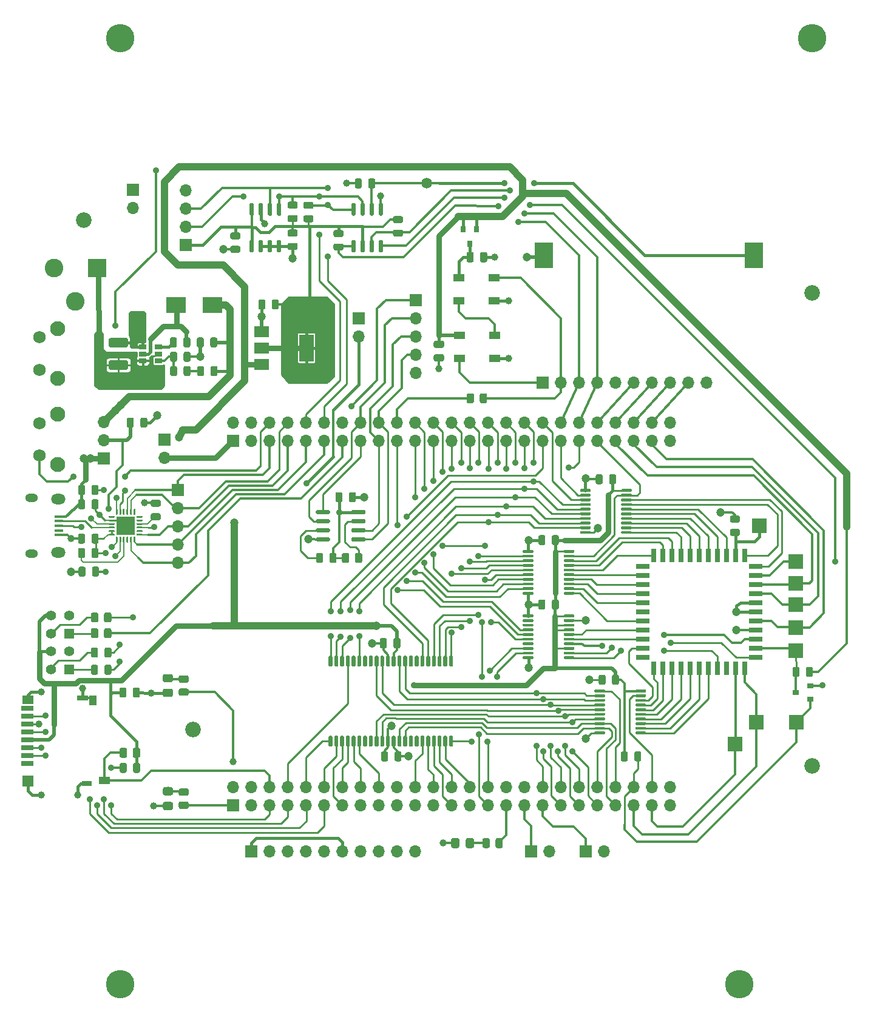
<source format=gbr>
%TF.GenerationSoftware,KiCad,Pcbnew,(5.1.9)-1*%
%TF.CreationDate,2021-03-26T15:36:55-04:00*%
%TF.ProjectId,hd6309sbc_v2c,68643633-3039-4736-9263-5f7632632e6b,1*%
%TF.SameCoordinates,Original*%
%TF.FileFunction,Copper,L1,Top*%
%TF.FilePolarity,Positive*%
%FSLAX46Y46*%
G04 Gerber Fmt 4.6, Leading zero omitted, Abs format (unit mm)*
G04 Created by KiCad (PCBNEW (5.1.9)-1) date 2021-03-26 15:36:55*
%MOMM*%
%LPD*%
G01*
G04 APERTURE LIST*
%TA.AperFunction,ComponentPad*%
%ADD10C,2.175000*%
%TD*%
%TA.AperFunction,ComponentPad*%
%ADD11C,3.966010*%
%TD*%
%TA.AperFunction,SMDPad,CuDef*%
%ADD12R,2.600000X3.600000*%
%TD*%
%TA.AperFunction,ComponentPad*%
%ADD13O,1.700000X1.700000*%
%TD*%
%TA.AperFunction,ComponentPad*%
%ADD14R,1.700000X1.700000*%
%TD*%
%TA.AperFunction,ComponentPad*%
%ADD15R,2.000000X2.000000*%
%TD*%
%TA.AperFunction,SMDPad,CuDef*%
%ADD16R,1.500000X1.000000*%
%TD*%
%TA.AperFunction,ComponentPad*%
%ADD17C,1.408000*%
%TD*%
%TA.AperFunction,ComponentPad*%
%ADD18R,1.408000X1.408000*%
%TD*%
%TA.AperFunction,SMDPad,CuDef*%
%ADD19R,1.060000X0.650000*%
%TD*%
%TA.AperFunction,SMDPad,CuDef*%
%ADD20R,2.700000X2.200000*%
%TD*%
%TA.AperFunction,SMDPad,CuDef*%
%ADD21R,0.700000X1.925000*%
%TD*%
%TA.AperFunction,SMDPad,CuDef*%
%ADD22R,1.925000X0.700000*%
%TD*%
%TA.AperFunction,SMDPad,CuDef*%
%ADD23C,1.500000*%
%TD*%
%TA.AperFunction,SMDPad,CuDef*%
%ADD24R,0.900000X0.800000*%
%TD*%
%TA.AperFunction,ComponentPad*%
%ADD25C,2.600000*%
%TD*%
%TA.AperFunction,ComponentPad*%
%ADD26R,2.600000X2.600000*%
%TD*%
%TA.AperFunction,SMDPad,CuDef*%
%ADD27R,2.600000X2.600000*%
%TD*%
%TA.AperFunction,ComponentPad*%
%ADD28O,1.800000X1.150000*%
%TD*%
%TA.AperFunction,ComponentPad*%
%ADD29O,2.000000X1.450000*%
%TD*%
%TA.AperFunction,SMDPad,CuDef*%
%ADD30R,1.300000X0.450000*%
%TD*%
%TA.AperFunction,SMDPad,CuDef*%
%ADD31R,1.550000X1.000000*%
%TD*%
%TA.AperFunction,SMDPad,CuDef*%
%ADD32R,1.500000X1.500000*%
%TD*%
%TA.AperFunction,SMDPad,CuDef*%
%ADD33R,1.750000X0.700000*%
%TD*%
%TA.AperFunction,SMDPad,CuDef*%
%ADD34R,1.400000X0.800000*%
%TD*%
%TA.AperFunction,SMDPad,CuDef*%
%ADD35R,1.000000X1.450000*%
%TD*%
%TA.AperFunction,SMDPad,CuDef*%
%ADD36R,1.500000X0.800000*%
%TD*%
%TA.AperFunction,SMDPad,CuDef*%
%ADD37R,1.500000X1.300000*%
%TD*%
%TA.AperFunction,SMDPad,CuDef*%
%ADD38R,2.000000X3.800000*%
%TD*%
%TA.AperFunction,SMDPad,CuDef*%
%ADD39R,2.000000X1.500000*%
%TD*%
%TA.AperFunction,SMDPad,CuDef*%
%ADD40R,0.800000X0.900000*%
%TD*%
%TA.AperFunction,ComponentPad*%
%ADD41C,2.100000*%
%TD*%
%TA.AperFunction,ComponentPad*%
%ADD42C,1.750000*%
%TD*%
%TA.AperFunction,ViaPad*%
%ADD43C,1.200000*%
%TD*%
%TA.AperFunction,ViaPad*%
%ADD44C,1.000000*%
%TD*%
%TA.AperFunction,ViaPad*%
%ADD45C,0.900000*%
%TD*%
%TA.AperFunction,Conductor*%
%ADD46C,0.500000*%
%TD*%
%TA.AperFunction,Conductor*%
%ADD47C,0.400000*%
%TD*%
%TA.AperFunction,Conductor*%
%ADD48C,0.300000*%
%TD*%
%TA.AperFunction,Conductor*%
%ADD49C,0.250000*%
%TD*%
%TA.AperFunction,Conductor*%
%ADD50C,0.200000*%
%TD*%
%TA.AperFunction,Conductor*%
%ADD51C,0.750000*%
%TD*%
%TA.AperFunction,Conductor*%
%ADD52C,1.000000*%
%TD*%
%TA.AperFunction,Conductor*%
%ADD53C,0.100000*%
%TD*%
G04 APERTURE END LIST*
D10*
%TO.P,RS4,S*%
%TO.N,N/C*%
X74440000Y-130480000D03*
%TD*%
%TO.P,RS1,S*%
%TO.N,N/C*%
X59200000Y-59360000D03*
%TD*%
%TO.P,RS2,S*%
%TO.N,N/C*%
X160800000Y-69520000D03*
%TD*%
%TO.P,RS3,S*%
%TO.N,N/C*%
X160800000Y-135560000D03*
%TD*%
D11*
%TO.P,RL4,L*%
%TO.N,N/C*%
X64280000Y-166040000D03*
%TD*%
%TO.P,RL3,L*%
%TO.N,N/C*%
X150640000Y-166040000D03*
%TD*%
%TO.P,RL2,L*%
%TO.N,N/C*%
X160800000Y-33960000D03*
%TD*%
%TO.P,RL1,L*%
%TO.N,N/C*%
X64280000Y-33960000D03*
%TD*%
D12*
%TO.P,BT1,1*%
%TO.N,Net-(BT1-Pad1)*%
X152650000Y-64200000D03*
%TO.P,BT1,2*%
%TO.N,GND*%
X123350000Y-64200000D03*
%TD*%
D13*
%TO.P,J15,5*%
%TO.N,/RTS2*%
X72300000Y-107160000D03*
%TO.P,J15,4*%
%TO.N,/RXD2*%
X72300000Y-104620000D03*
%TO.P,J15,3*%
%TO.N,/TXD2*%
X72300000Y-102080000D03*
%TO.P,J15,2*%
%TO.N,/RXD1*%
X72300000Y-99540000D03*
D14*
%TO.P,J15,1*%
%TO.N,/TXD1*%
X72300000Y-97000000D03*
%TD*%
%TO.P,R23,2*%
%TO.N,/QM3V*%
%TA.AperFunction,SMDPad,CuDef*%
G36*
G01*
X72649998Y-124712500D02*
X73550002Y-124712500D01*
G75*
G02*
X73800000Y-124962498I0J-249998D01*
G01*
X73800000Y-125487502D01*
G75*
G02*
X73550002Y-125737500I-249998J0D01*
G01*
X72649998Y-125737500D01*
G75*
G02*
X72400000Y-125487502I0J249998D01*
G01*
X72400000Y-124962498D01*
G75*
G02*
X72649998Y-124712500I249998J0D01*
G01*
G37*
%TD.AperFunction*%
%TO.P,R23,1*%
%TO.N,Net-(D8-Pad2)*%
%TA.AperFunction,SMDPad,CuDef*%
G36*
G01*
X72649998Y-122887500D02*
X73550002Y-122887500D01*
G75*
G02*
X73800000Y-123137498I0J-249998D01*
G01*
X73800000Y-123662502D01*
G75*
G02*
X73550002Y-123912500I-249998J0D01*
G01*
X72649998Y-123912500D01*
G75*
G02*
X72400000Y-123662502I0J249998D01*
G01*
X72400000Y-123137498D01*
G75*
G02*
X72649998Y-122887500I249998J0D01*
G01*
G37*
%TD.AperFunction*%
%TD*%
%TO.P,D8,2*%
%TO.N,Net-(D8-Pad2)*%
%TA.AperFunction,SMDPad,CuDef*%
G36*
G01*
X71350001Y-123850000D02*
X70449999Y-123850000D01*
G75*
G02*
X70200000Y-123600001I0J249999D01*
G01*
X70200000Y-122949999D01*
G75*
G02*
X70449999Y-122700000I249999J0D01*
G01*
X71350001Y-122700000D01*
G75*
G02*
X71600000Y-122949999I0J-249999D01*
G01*
X71600000Y-123600001D01*
G75*
G02*
X71350001Y-123850000I-249999J0D01*
G01*
G37*
%TD.AperFunction*%
%TO.P,D8,1*%
%TO.N,GND*%
%TA.AperFunction,SMDPad,CuDef*%
G36*
G01*
X71350001Y-125900000D02*
X70449999Y-125900000D01*
G75*
G02*
X70200000Y-125650001I0J249999D01*
G01*
X70200000Y-124999999D01*
G75*
G02*
X70449999Y-124750000I249999J0D01*
G01*
X71350001Y-124750000D01*
G75*
G02*
X71600000Y-124999999I0J-249999D01*
G01*
X71600000Y-125650001D01*
G75*
G02*
X71350001Y-125900000I-249999J0D01*
G01*
G37*
%TD.AperFunction*%
%TD*%
%TO.P,R22,2*%
%TO.N,/QM5V*%
%TA.AperFunction,SMDPad,CuDef*%
G36*
G01*
X72649998Y-140500000D02*
X73550002Y-140500000D01*
G75*
G02*
X73800000Y-140749998I0J-249998D01*
G01*
X73800000Y-141275002D01*
G75*
G02*
X73550002Y-141525000I-249998J0D01*
G01*
X72649998Y-141525000D01*
G75*
G02*
X72400000Y-141275002I0J249998D01*
G01*
X72400000Y-140749998D01*
G75*
G02*
X72649998Y-140500000I249998J0D01*
G01*
G37*
%TD.AperFunction*%
%TO.P,R22,1*%
%TO.N,Net-(D7-Pad2)*%
%TA.AperFunction,SMDPad,CuDef*%
G36*
G01*
X72649998Y-138675000D02*
X73550002Y-138675000D01*
G75*
G02*
X73800000Y-138924998I0J-249998D01*
G01*
X73800000Y-139450002D01*
G75*
G02*
X73550002Y-139700000I-249998J0D01*
G01*
X72649998Y-139700000D01*
G75*
G02*
X72400000Y-139450002I0J249998D01*
G01*
X72400000Y-138924998D01*
G75*
G02*
X72649998Y-138675000I249998J0D01*
G01*
G37*
%TD.AperFunction*%
%TD*%
%TO.P,D7,2*%
%TO.N,Net-(D7-Pad2)*%
%TA.AperFunction,SMDPad,CuDef*%
G36*
G01*
X71350001Y-139650000D02*
X70449999Y-139650000D01*
G75*
G02*
X70200000Y-139400001I0J249999D01*
G01*
X70200000Y-138749999D01*
G75*
G02*
X70449999Y-138500000I249999J0D01*
G01*
X71350001Y-138500000D01*
G75*
G02*
X71600000Y-138749999I0J-249999D01*
G01*
X71600000Y-139400001D01*
G75*
G02*
X71350001Y-139650000I-249999J0D01*
G01*
G37*
%TD.AperFunction*%
%TO.P,D7,1*%
%TO.N,GND*%
%TA.AperFunction,SMDPad,CuDef*%
G36*
G01*
X71350001Y-141700000D02*
X70449999Y-141700000D01*
G75*
G02*
X70200000Y-141450001I0J249999D01*
G01*
X70200000Y-140799999D01*
G75*
G02*
X70449999Y-140550000I249999J0D01*
G01*
X71350001Y-140550000D01*
G75*
G02*
X71600000Y-140799999I0J-249999D01*
G01*
X71600000Y-141450001D01*
G75*
G02*
X71350001Y-141700000I-249999J0D01*
G01*
G37*
%TD.AperFunction*%
%TD*%
D13*
%TO.P,J11,2*%
%TO.N,/FL3V3*%
X97500000Y-75540000D03*
D14*
%TO.P,J11,1*%
%TO.N,+3V3*%
X97500000Y-73000000D03*
%TD*%
D13*
%TO.P,J2,10*%
%TO.N,GND*%
X146020000Y-82000000D03*
%TO.P,J2,9*%
%TO.N,/T8*%
X143480000Y-82000000D03*
%TO.P,J2,8*%
%TO.N,/T7*%
X140940000Y-82000000D03*
%TO.P,J2,7*%
%TO.N,/T6*%
X138400000Y-82000000D03*
%TO.P,J2,6*%
%TO.N,/T5*%
X135860000Y-82000000D03*
%TO.P,J2,5*%
%TO.N,GND*%
X133320000Y-82000000D03*
%TO.P,J2,4*%
%TO.N,/RESET_LV*%
X130780000Y-82000000D03*
%TO.P,J2,3*%
%TO.N,/CLK32*%
X128240000Y-82000000D03*
%TO.P,J2,2*%
%TO.N,/WSR*%
X125700000Y-82000000D03*
D14*
%TO.P,J2,1*%
%TO.N,/WSQ*%
X123160000Y-82000000D03*
%TD*%
D13*
%TO.P,J1,10*%
%TO.N,/T4*%
X105360000Y-147500000D03*
%TO.P,J1,9*%
%TO.N,/T3*%
X102820000Y-147500000D03*
%TO.P,J1,8*%
%TO.N,/T2*%
X100280000Y-147500000D03*
%TO.P,J1,7*%
%TO.N,/T1*%
X97740000Y-147500000D03*
%TO.P,J1,6*%
%TO.N,GND*%
X95200000Y-147500000D03*
%TO.P,J1,5*%
%TO.N,/SDCS*%
X92660000Y-147500000D03*
%TO.P,J1,4*%
%TO.N,/MOSI*%
X90120000Y-147500000D03*
%TO.P,J1,3*%
%TO.N,/SCLK*%
X87580000Y-147500000D03*
%TO.P,J1,2*%
%TO.N,/MISO*%
X85040000Y-147500000D03*
D14*
%TO.P,J1,1*%
%TO.N,GND*%
X82500000Y-147500000D03*
%TD*%
%TO.P,R21,2*%
%TO.N,/BUSY*%
%TA.AperFunction,SMDPad,CuDef*%
G36*
G01*
X116600000Y-146750002D02*
X116600000Y-145849998D01*
G75*
G02*
X116849998Y-145600000I249998J0D01*
G01*
X117375002Y-145600000D01*
G75*
G02*
X117625000Y-145849998I0J-249998D01*
G01*
X117625000Y-146750002D01*
G75*
G02*
X117375002Y-147000000I-249998J0D01*
G01*
X116849998Y-147000000D01*
G75*
G02*
X116600000Y-146750002I0J249998D01*
G01*
G37*
%TD.AperFunction*%
%TO.P,R21,1*%
%TO.N,Net-(D6-Pad2)*%
%TA.AperFunction,SMDPad,CuDef*%
G36*
G01*
X114775000Y-146750002D02*
X114775000Y-145849998D01*
G75*
G02*
X115024998Y-145600000I249998J0D01*
G01*
X115550002Y-145600000D01*
G75*
G02*
X115800000Y-145849998I0J-249998D01*
G01*
X115800000Y-146750002D01*
G75*
G02*
X115550002Y-147000000I-249998J0D01*
G01*
X115024998Y-147000000D01*
G75*
G02*
X114775000Y-146750002I0J249998D01*
G01*
G37*
%TD.AperFunction*%
%TD*%
%TO.P,D6,2*%
%TO.N,Net-(D6-Pad2)*%
%TA.AperFunction,SMDPad,CuDef*%
G36*
G01*
X112450000Y-146750001D02*
X112450000Y-145849999D01*
G75*
G02*
X112699999Y-145600000I249999J0D01*
G01*
X113350001Y-145600000D01*
G75*
G02*
X113600000Y-145849999I0J-249999D01*
G01*
X113600000Y-146750001D01*
G75*
G02*
X113350001Y-147000000I-249999J0D01*
G01*
X112699999Y-147000000D01*
G75*
G02*
X112450000Y-146750001I0J249999D01*
G01*
G37*
%TD.AperFunction*%
%TO.P,D6,1*%
%TO.N,GND*%
%TA.AperFunction,SMDPad,CuDef*%
G36*
G01*
X110400000Y-146750001D02*
X110400000Y-145849999D01*
G75*
G02*
X110649999Y-145600000I249999J0D01*
G01*
X111300001Y-145600000D01*
G75*
G02*
X111550000Y-145849999I0J-249999D01*
G01*
X111550000Y-146750001D01*
G75*
G02*
X111300001Y-147000000I-249999J0D01*
G01*
X110649999Y-147000000D01*
G75*
G02*
X110400000Y-146750001I0J249999D01*
G01*
G37*
%TD.AperFunction*%
%TD*%
%TO.P,C18,2*%
%TO.N,GND*%
%TA.AperFunction,SMDPad,CuDef*%
G36*
G01*
X108225000Y-78050000D02*
X109175000Y-78050000D01*
G75*
G02*
X109425000Y-78300000I0J-250000D01*
G01*
X109425000Y-78800000D01*
G75*
G02*
X109175000Y-79050000I-250000J0D01*
G01*
X108225000Y-79050000D01*
G75*
G02*
X107975000Y-78800000I0J250000D01*
G01*
X107975000Y-78300000D01*
G75*
G02*
X108225000Y-78050000I250000J0D01*
G01*
G37*
%TD.AperFunction*%
%TO.P,C18,1*%
%TO.N,VCC*%
%TA.AperFunction,SMDPad,CuDef*%
G36*
G01*
X108225000Y-76150000D02*
X109175000Y-76150000D01*
G75*
G02*
X109425000Y-76400000I0J-250000D01*
G01*
X109425000Y-76900000D01*
G75*
G02*
X109175000Y-77150000I-250000J0D01*
G01*
X108225000Y-77150000D01*
G75*
G02*
X107975000Y-76900000I0J250000D01*
G01*
X107975000Y-76400000D01*
G75*
G02*
X108225000Y-76150000I250000J0D01*
G01*
G37*
%TD.AperFunction*%
%TD*%
D13*
%TO.P,J13,2*%
%TO.N,GND*%
X131700000Y-147500000D03*
D14*
%TO.P,J13,1*%
%TO.N,/CFG2*%
X129160000Y-147500000D03*
%TD*%
D13*
%TO.P,J12,2*%
%TO.N,GND*%
X124140000Y-147500000D03*
D14*
%TO.P,J12,1*%
%TO.N,/CFG1*%
X121600000Y-147500000D03*
%TD*%
D15*
%TO.P,TP8,1*%
%TO.N,/RESRQ*%
X158600000Y-129400000D03*
%TD*%
D13*
%TO.P,J10,5*%
%TO.N,GND*%
X105500000Y-80660000D03*
%TO.P,J10,4*%
%TO.N,/MMOSI*%
X105500000Y-78120000D03*
%TO.P,J10,3*%
%TO.N,/MCLK*%
X105500000Y-75580000D03*
%TO.P,J10,2*%
%TO.N,/MMISO*%
X105500000Y-73040000D03*
D14*
%TO.P,J10,1*%
%TO.N,/MCS*%
X105500000Y-70500000D03*
%TD*%
%TO.P,U3,8*%
%TO.N,/FL3V3*%
%TA.AperFunction,SMDPad,CuDef*%
G36*
G01*
X96500000Y-100245000D02*
X96500000Y-99945000D01*
G75*
G02*
X96650000Y-99795000I150000J0D01*
G01*
X98300000Y-99795000D01*
G75*
G02*
X98450000Y-99945000I0J-150000D01*
G01*
X98450000Y-100245000D01*
G75*
G02*
X98300000Y-100395000I-150000J0D01*
G01*
X96650000Y-100395000D01*
G75*
G02*
X96500000Y-100245000I0J150000D01*
G01*
G37*
%TD.AperFunction*%
%TO.P,U3,7*%
%TO.N,/MHLD*%
%TA.AperFunction,SMDPad,CuDef*%
G36*
G01*
X96500000Y-101515000D02*
X96500000Y-101215000D01*
G75*
G02*
X96650000Y-101065000I150000J0D01*
G01*
X98300000Y-101065000D01*
G75*
G02*
X98450000Y-101215000I0J-150000D01*
G01*
X98450000Y-101515000D01*
G75*
G02*
X98300000Y-101665000I-150000J0D01*
G01*
X96650000Y-101665000D01*
G75*
G02*
X96500000Y-101515000I0J150000D01*
G01*
G37*
%TD.AperFunction*%
%TO.P,U3,6*%
%TO.N,/MCLK*%
%TA.AperFunction,SMDPad,CuDef*%
G36*
G01*
X96500000Y-102785000D02*
X96500000Y-102485000D01*
G75*
G02*
X96650000Y-102335000I150000J0D01*
G01*
X98300000Y-102335000D01*
G75*
G02*
X98450000Y-102485000I0J-150000D01*
G01*
X98450000Y-102785000D01*
G75*
G02*
X98300000Y-102935000I-150000J0D01*
G01*
X96650000Y-102935000D01*
G75*
G02*
X96500000Y-102785000I0J150000D01*
G01*
G37*
%TD.AperFunction*%
%TO.P,U3,5*%
%TO.N,/MMOSI*%
%TA.AperFunction,SMDPad,CuDef*%
G36*
G01*
X96500000Y-104055000D02*
X96500000Y-103755000D01*
G75*
G02*
X96650000Y-103605000I150000J0D01*
G01*
X98300000Y-103605000D01*
G75*
G02*
X98450000Y-103755000I0J-150000D01*
G01*
X98450000Y-104055000D01*
G75*
G02*
X98300000Y-104205000I-150000J0D01*
G01*
X96650000Y-104205000D01*
G75*
G02*
X96500000Y-104055000I0J150000D01*
G01*
G37*
%TD.AperFunction*%
%TO.P,U3,4*%
%TO.N,GND*%
%TA.AperFunction,SMDPad,CuDef*%
G36*
G01*
X91550000Y-104055000D02*
X91550000Y-103755000D01*
G75*
G02*
X91700000Y-103605000I150000J0D01*
G01*
X93350000Y-103605000D01*
G75*
G02*
X93500000Y-103755000I0J-150000D01*
G01*
X93500000Y-104055000D01*
G75*
G02*
X93350000Y-104205000I-150000J0D01*
G01*
X91700000Y-104205000D01*
G75*
G02*
X91550000Y-104055000I0J150000D01*
G01*
G37*
%TD.AperFunction*%
%TO.P,U3,3*%
%TO.N,/MWP*%
%TA.AperFunction,SMDPad,CuDef*%
G36*
G01*
X91550000Y-102785000D02*
X91550000Y-102485000D01*
G75*
G02*
X91700000Y-102335000I150000J0D01*
G01*
X93350000Y-102335000D01*
G75*
G02*
X93500000Y-102485000I0J-150000D01*
G01*
X93500000Y-102785000D01*
G75*
G02*
X93350000Y-102935000I-150000J0D01*
G01*
X91700000Y-102935000D01*
G75*
G02*
X91550000Y-102785000I0J150000D01*
G01*
G37*
%TD.AperFunction*%
%TO.P,U3,2*%
%TO.N,/MMISO*%
%TA.AperFunction,SMDPad,CuDef*%
G36*
G01*
X91550000Y-101515000D02*
X91550000Y-101215000D01*
G75*
G02*
X91700000Y-101065000I150000J0D01*
G01*
X93350000Y-101065000D01*
G75*
G02*
X93500000Y-101215000I0J-150000D01*
G01*
X93500000Y-101515000D01*
G75*
G02*
X93350000Y-101665000I-150000J0D01*
G01*
X91700000Y-101665000D01*
G75*
G02*
X91550000Y-101515000I0J150000D01*
G01*
G37*
%TD.AperFunction*%
%TO.P,U3,1*%
%TO.N,/MCS*%
%TA.AperFunction,SMDPad,CuDef*%
G36*
G01*
X91550000Y-100245000D02*
X91550000Y-99945000D01*
G75*
G02*
X91700000Y-99795000I150000J0D01*
G01*
X93350000Y-99795000D01*
G75*
G02*
X93500000Y-99945000I0J-150000D01*
G01*
X93500000Y-100245000D01*
G75*
G02*
X93350000Y-100395000I-150000J0D01*
G01*
X91700000Y-100395000D01*
G75*
G02*
X91550000Y-100245000I0J150000D01*
G01*
G37*
%TD.AperFunction*%
%TD*%
%TO.P,R16,2*%
%TO.N,/WSD*%
%TA.AperFunction,SMDPad,CuDef*%
G36*
G01*
X113600000Y-83749998D02*
X113600000Y-84650002D01*
G75*
G02*
X113350002Y-84900000I-249998J0D01*
G01*
X112824998Y-84900000D01*
G75*
G02*
X112575000Y-84650002I0J249998D01*
G01*
X112575000Y-83749998D01*
G75*
G02*
X112824998Y-83500000I249998J0D01*
G01*
X113350002Y-83500000D01*
G75*
G02*
X113600000Y-83749998I0J-249998D01*
G01*
G37*
%TD.AperFunction*%
%TO.P,R16,1*%
%TO.N,/WSR*%
%TA.AperFunction,SMDPad,CuDef*%
G36*
G01*
X115425000Y-83749998D02*
X115425000Y-84650002D01*
G75*
G02*
X115175002Y-84900000I-249998J0D01*
G01*
X114649998Y-84900000D01*
G75*
G02*
X114400000Y-84650002I0J249998D01*
G01*
X114400000Y-83749998D01*
G75*
G02*
X114649998Y-83500000I249998J0D01*
G01*
X115175002Y-83500000D01*
G75*
G02*
X115425000Y-83749998I0J-249998D01*
G01*
G37*
%TD.AperFunction*%
%TD*%
%TO.P,U10,20*%
%TO.N,+3V3*%
%TA.AperFunction,SMDPad,CuDef*%
G36*
G01*
X136125000Y-125175000D02*
X136125000Y-124975000D01*
G75*
G02*
X136225000Y-124875000I100000J0D01*
G01*
X137500000Y-124875000D01*
G75*
G02*
X137600000Y-124975000I0J-100000D01*
G01*
X137600000Y-125175000D01*
G75*
G02*
X137500000Y-125275000I-100000J0D01*
G01*
X136225000Y-125275000D01*
G75*
G02*
X136125000Y-125175000I0J100000D01*
G01*
G37*
%TD.AperFunction*%
%TO.P,U10,19*%
%TO.N,/DBEN*%
%TA.AperFunction,SMDPad,CuDef*%
G36*
G01*
X136125000Y-125825000D02*
X136125000Y-125625000D01*
G75*
G02*
X136225000Y-125525000I100000J0D01*
G01*
X137500000Y-125525000D01*
G75*
G02*
X137600000Y-125625000I0J-100000D01*
G01*
X137600000Y-125825000D01*
G75*
G02*
X137500000Y-125925000I-100000J0D01*
G01*
X136225000Y-125925000D01*
G75*
G02*
X136125000Y-125825000I0J100000D01*
G01*
G37*
%TD.AperFunction*%
%TO.P,U10,18*%
%TO.N,/D7_HV*%
%TA.AperFunction,SMDPad,CuDef*%
G36*
G01*
X136125000Y-126475000D02*
X136125000Y-126275000D01*
G75*
G02*
X136225000Y-126175000I100000J0D01*
G01*
X137500000Y-126175000D01*
G75*
G02*
X137600000Y-126275000I0J-100000D01*
G01*
X137600000Y-126475000D01*
G75*
G02*
X137500000Y-126575000I-100000J0D01*
G01*
X136225000Y-126575000D01*
G75*
G02*
X136125000Y-126475000I0J100000D01*
G01*
G37*
%TD.AperFunction*%
%TO.P,U10,17*%
%TO.N,/D6_HV*%
%TA.AperFunction,SMDPad,CuDef*%
G36*
G01*
X136125000Y-127125000D02*
X136125000Y-126925000D01*
G75*
G02*
X136225000Y-126825000I100000J0D01*
G01*
X137500000Y-126825000D01*
G75*
G02*
X137600000Y-126925000I0J-100000D01*
G01*
X137600000Y-127125000D01*
G75*
G02*
X137500000Y-127225000I-100000J0D01*
G01*
X136225000Y-127225000D01*
G75*
G02*
X136125000Y-127125000I0J100000D01*
G01*
G37*
%TD.AperFunction*%
%TO.P,U10,16*%
%TO.N,/D5_HV*%
%TA.AperFunction,SMDPad,CuDef*%
G36*
G01*
X136125000Y-127775000D02*
X136125000Y-127575000D01*
G75*
G02*
X136225000Y-127475000I100000J0D01*
G01*
X137500000Y-127475000D01*
G75*
G02*
X137600000Y-127575000I0J-100000D01*
G01*
X137600000Y-127775000D01*
G75*
G02*
X137500000Y-127875000I-100000J0D01*
G01*
X136225000Y-127875000D01*
G75*
G02*
X136125000Y-127775000I0J100000D01*
G01*
G37*
%TD.AperFunction*%
%TO.P,U10,15*%
%TO.N,/D4_HV*%
%TA.AperFunction,SMDPad,CuDef*%
G36*
G01*
X136125000Y-128425000D02*
X136125000Y-128225000D01*
G75*
G02*
X136225000Y-128125000I100000J0D01*
G01*
X137500000Y-128125000D01*
G75*
G02*
X137600000Y-128225000I0J-100000D01*
G01*
X137600000Y-128425000D01*
G75*
G02*
X137500000Y-128525000I-100000J0D01*
G01*
X136225000Y-128525000D01*
G75*
G02*
X136125000Y-128425000I0J100000D01*
G01*
G37*
%TD.AperFunction*%
%TO.P,U10,14*%
%TO.N,/D3_HV*%
%TA.AperFunction,SMDPad,CuDef*%
G36*
G01*
X136125000Y-129075000D02*
X136125000Y-128875000D01*
G75*
G02*
X136225000Y-128775000I100000J0D01*
G01*
X137500000Y-128775000D01*
G75*
G02*
X137600000Y-128875000I0J-100000D01*
G01*
X137600000Y-129075000D01*
G75*
G02*
X137500000Y-129175000I-100000J0D01*
G01*
X136225000Y-129175000D01*
G75*
G02*
X136125000Y-129075000I0J100000D01*
G01*
G37*
%TD.AperFunction*%
%TO.P,U10,13*%
%TO.N,/D2_HV*%
%TA.AperFunction,SMDPad,CuDef*%
G36*
G01*
X136125000Y-129725000D02*
X136125000Y-129525000D01*
G75*
G02*
X136225000Y-129425000I100000J0D01*
G01*
X137500000Y-129425000D01*
G75*
G02*
X137600000Y-129525000I0J-100000D01*
G01*
X137600000Y-129725000D01*
G75*
G02*
X137500000Y-129825000I-100000J0D01*
G01*
X136225000Y-129825000D01*
G75*
G02*
X136125000Y-129725000I0J100000D01*
G01*
G37*
%TD.AperFunction*%
%TO.P,U10,12*%
%TO.N,/D1_HV*%
%TA.AperFunction,SMDPad,CuDef*%
G36*
G01*
X136125000Y-130375000D02*
X136125000Y-130175000D01*
G75*
G02*
X136225000Y-130075000I100000J0D01*
G01*
X137500000Y-130075000D01*
G75*
G02*
X137600000Y-130175000I0J-100000D01*
G01*
X137600000Y-130375000D01*
G75*
G02*
X137500000Y-130475000I-100000J0D01*
G01*
X136225000Y-130475000D01*
G75*
G02*
X136125000Y-130375000I0J100000D01*
G01*
G37*
%TD.AperFunction*%
%TO.P,U10,11*%
%TO.N,/D0_HV*%
%TA.AperFunction,SMDPad,CuDef*%
G36*
G01*
X136125000Y-131025000D02*
X136125000Y-130825000D01*
G75*
G02*
X136225000Y-130725000I100000J0D01*
G01*
X137500000Y-130725000D01*
G75*
G02*
X137600000Y-130825000I0J-100000D01*
G01*
X137600000Y-131025000D01*
G75*
G02*
X137500000Y-131125000I-100000J0D01*
G01*
X136225000Y-131125000D01*
G75*
G02*
X136125000Y-131025000I0J100000D01*
G01*
G37*
%TD.AperFunction*%
%TO.P,U10,10*%
%TO.N,GND*%
%TA.AperFunction,SMDPad,CuDef*%
G36*
G01*
X130400000Y-131025000D02*
X130400000Y-130825000D01*
G75*
G02*
X130500000Y-130725000I100000J0D01*
G01*
X131775000Y-130725000D01*
G75*
G02*
X131875000Y-130825000I0J-100000D01*
G01*
X131875000Y-131025000D01*
G75*
G02*
X131775000Y-131125000I-100000J0D01*
G01*
X130500000Y-131125000D01*
G75*
G02*
X130400000Y-131025000I0J100000D01*
G01*
G37*
%TD.AperFunction*%
%TO.P,U10,9*%
%TO.N,/D0*%
%TA.AperFunction,SMDPad,CuDef*%
G36*
G01*
X130400000Y-130375000D02*
X130400000Y-130175000D01*
G75*
G02*
X130500000Y-130075000I100000J0D01*
G01*
X131775000Y-130075000D01*
G75*
G02*
X131875000Y-130175000I0J-100000D01*
G01*
X131875000Y-130375000D01*
G75*
G02*
X131775000Y-130475000I-100000J0D01*
G01*
X130500000Y-130475000D01*
G75*
G02*
X130400000Y-130375000I0J100000D01*
G01*
G37*
%TD.AperFunction*%
%TO.P,U10,8*%
%TO.N,/D1*%
%TA.AperFunction,SMDPad,CuDef*%
G36*
G01*
X130400000Y-129725000D02*
X130400000Y-129525000D01*
G75*
G02*
X130500000Y-129425000I100000J0D01*
G01*
X131775000Y-129425000D01*
G75*
G02*
X131875000Y-129525000I0J-100000D01*
G01*
X131875000Y-129725000D01*
G75*
G02*
X131775000Y-129825000I-100000J0D01*
G01*
X130500000Y-129825000D01*
G75*
G02*
X130400000Y-129725000I0J100000D01*
G01*
G37*
%TD.AperFunction*%
%TO.P,U10,7*%
%TO.N,/D2*%
%TA.AperFunction,SMDPad,CuDef*%
G36*
G01*
X130400000Y-129075000D02*
X130400000Y-128875000D01*
G75*
G02*
X130500000Y-128775000I100000J0D01*
G01*
X131775000Y-128775000D01*
G75*
G02*
X131875000Y-128875000I0J-100000D01*
G01*
X131875000Y-129075000D01*
G75*
G02*
X131775000Y-129175000I-100000J0D01*
G01*
X130500000Y-129175000D01*
G75*
G02*
X130400000Y-129075000I0J100000D01*
G01*
G37*
%TD.AperFunction*%
%TO.P,U10,6*%
%TO.N,/D3*%
%TA.AperFunction,SMDPad,CuDef*%
G36*
G01*
X130400000Y-128425000D02*
X130400000Y-128225000D01*
G75*
G02*
X130500000Y-128125000I100000J0D01*
G01*
X131775000Y-128125000D01*
G75*
G02*
X131875000Y-128225000I0J-100000D01*
G01*
X131875000Y-128425000D01*
G75*
G02*
X131775000Y-128525000I-100000J0D01*
G01*
X130500000Y-128525000D01*
G75*
G02*
X130400000Y-128425000I0J100000D01*
G01*
G37*
%TD.AperFunction*%
%TO.P,U10,5*%
%TO.N,/D4*%
%TA.AperFunction,SMDPad,CuDef*%
G36*
G01*
X130400000Y-127775000D02*
X130400000Y-127575000D01*
G75*
G02*
X130500000Y-127475000I100000J0D01*
G01*
X131775000Y-127475000D01*
G75*
G02*
X131875000Y-127575000I0J-100000D01*
G01*
X131875000Y-127775000D01*
G75*
G02*
X131775000Y-127875000I-100000J0D01*
G01*
X130500000Y-127875000D01*
G75*
G02*
X130400000Y-127775000I0J100000D01*
G01*
G37*
%TD.AperFunction*%
%TO.P,U10,4*%
%TO.N,/D5*%
%TA.AperFunction,SMDPad,CuDef*%
G36*
G01*
X130400000Y-127125000D02*
X130400000Y-126925000D01*
G75*
G02*
X130500000Y-126825000I100000J0D01*
G01*
X131775000Y-126825000D01*
G75*
G02*
X131875000Y-126925000I0J-100000D01*
G01*
X131875000Y-127125000D01*
G75*
G02*
X131775000Y-127225000I-100000J0D01*
G01*
X130500000Y-127225000D01*
G75*
G02*
X130400000Y-127125000I0J100000D01*
G01*
G37*
%TD.AperFunction*%
%TO.P,U10,3*%
%TO.N,/D6*%
%TA.AperFunction,SMDPad,CuDef*%
G36*
G01*
X130400000Y-126475000D02*
X130400000Y-126275000D01*
G75*
G02*
X130500000Y-126175000I100000J0D01*
G01*
X131775000Y-126175000D01*
G75*
G02*
X131875000Y-126275000I0J-100000D01*
G01*
X131875000Y-126475000D01*
G75*
G02*
X131775000Y-126575000I-100000J0D01*
G01*
X130500000Y-126575000D01*
G75*
G02*
X130400000Y-126475000I0J100000D01*
G01*
G37*
%TD.AperFunction*%
%TO.P,U10,2*%
%TO.N,/D7*%
%TA.AperFunction,SMDPad,CuDef*%
G36*
G01*
X130400000Y-125825000D02*
X130400000Y-125625000D01*
G75*
G02*
X130500000Y-125525000I100000J0D01*
G01*
X131775000Y-125525000D01*
G75*
G02*
X131875000Y-125625000I0J-100000D01*
G01*
X131875000Y-125825000D01*
G75*
G02*
X131775000Y-125925000I-100000J0D01*
G01*
X130500000Y-125925000D01*
G75*
G02*
X130400000Y-125825000I0J100000D01*
G01*
G37*
%TD.AperFunction*%
%TO.P,U10,1*%
%TO.N,/DBDIR*%
%TA.AperFunction,SMDPad,CuDef*%
G36*
G01*
X130400000Y-125175000D02*
X130400000Y-124975000D01*
G75*
G02*
X130500000Y-124875000I100000J0D01*
G01*
X131775000Y-124875000D01*
G75*
G02*
X131875000Y-124975000I0J-100000D01*
G01*
X131875000Y-125175000D01*
G75*
G02*
X131775000Y-125275000I-100000J0D01*
G01*
X130500000Y-125275000D01*
G75*
G02*
X130400000Y-125175000I0J100000D01*
G01*
G37*
%TD.AperFunction*%
%TD*%
D16*
%TO.P,D5,1*%
%TO.N,VCC*%
X111550000Y-75400000D03*
%TO.P,D5,2*%
%TO.N,/WSQ*%
X111550000Y-78600000D03*
%TO.P,D5,4*%
%TO.N,Net-(D4-Pad2)*%
X116450000Y-75400000D03*
%TO.P,D5,3*%
%TO.N,GND*%
X116450000Y-78600000D03*
%TD*%
D13*
%TO.P,QM2,50*%
%TO.N,GND*%
X140960000Y-87620000D03*
%TO.P,QM2,49*%
X140960000Y-90160000D03*
%TO.P,QM2,48*%
%TO.N,/T8*%
X138420000Y-87620000D03*
%TO.P,QM2,47*%
%TO.N,/HALT*%
X138420000Y-90160000D03*
%TO.P,QM2,46*%
%TO.N,/T7*%
X135880000Y-87620000D03*
%TO.P,QM2,45*%
%TO.N,/NMI*%
X135880000Y-90160000D03*
%TO.P,QM2,44*%
%TO.N,/T6*%
X133340000Y-87620000D03*
%TO.P,QM2,43*%
%TO.N,/IRQ*%
X133340000Y-90160000D03*
%TO.P,QM2,42*%
%TO.N,/T5*%
X130800000Y-87620000D03*
%TO.P,QM2,41*%
%TO.N,/ABEN*%
X130800000Y-90160000D03*
%TO.P,QM2,40*%
%TO.N,/RESET_LV*%
X128260000Y-87620000D03*
%TO.P,QM2,39*%
%TO.N,/LIC*%
X128260000Y-90160000D03*
%TO.P,QM2,38*%
%TO.N,/CLK32*%
X125720000Y-87620000D03*
%TO.P,QM2,37*%
%TO.N,/BS*%
X125720000Y-90160000D03*
%TO.P,QM2,36*%
%TO.N,/BA*%
X123180000Y-87620000D03*
%TO.P,QM2,35*%
%TO.N,/A14*%
X123180000Y-90160000D03*
%TO.P,QM2,34*%
%TO.N,/A0*%
X120640000Y-87620000D03*
%TO.P,QM2,33*%
%TO.N,/A1*%
X120640000Y-90160000D03*
%TO.P,QM2,32*%
%TO.N,/A2*%
X118100000Y-87620000D03*
%TO.P,QM2,31*%
%TO.N,/A3*%
X118100000Y-90160000D03*
%TO.P,QM2,30*%
%TO.N,/A4*%
X115560000Y-87620000D03*
%TO.P,QM2,29*%
%TO.N,/A5*%
X115560000Y-90160000D03*
%TO.P,QM2,28*%
%TO.N,/A6*%
X113020000Y-87620000D03*
%TO.P,QM2,27*%
%TO.N,/A7*%
X113020000Y-90160000D03*
%TO.P,QM2,26*%
%TO.N,/A8*%
X110480000Y-87620000D03*
%TO.P,QM2,25*%
%TO.N,/A9*%
X110480000Y-90160000D03*
%TO.P,QM2,24*%
%TO.N,/A10*%
X107940000Y-87620000D03*
%TO.P,QM2,23*%
%TO.N,/A11*%
X107940000Y-90160000D03*
%TO.P,QM2,22*%
%TO.N,/A12*%
X105400000Y-87620000D03*
%TO.P,QM2,21*%
%TO.N,/A13*%
X105400000Y-90160000D03*
%TO.P,QM2,20*%
%TO.N,/WSD*%
X102860000Y-87620000D03*
%TO.P,QM2,19*%
%TO.N,/A15*%
X102860000Y-90160000D03*
%TO.P,QM2,18*%
%TO.N,/MMOSI*%
X100320000Y-87620000D03*
%TO.P,QM2,17*%
%TO.N,/MCLK*%
X100320000Y-90160000D03*
%TO.P,QM2,16*%
%TO.N,/MMISO*%
X97780000Y-87620000D03*
%TO.P,QM2,15*%
%TO.N,/MCS*%
X97780000Y-90160000D03*
%TO.P,QM2,14*%
%TO.N,Net-(QM2-Pad14)*%
X95240000Y-87620000D03*
%TO.P,QM2,13*%
%TO.N,/LED4*%
X95240000Y-90160000D03*
%TO.P,QM2,12*%
%TO.N,/SCL*%
X92700000Y-87620000D03*
%TO.P,QM2,11*%
%TO.N,/RTS2*%
X92700000Y-90160000D03*
%TO.P,QM2,10*%
%TO.N,/SDA*%
X90160000Y-87620000D03*
%TO.P,QM2,9*%
%TO.N,/RXD2*%
X90160000Y-90160000D03*
%TO.P,QM2,8*%
%TO.N,/RXD1*%
X87620000Y-87620000D03*
%TO.P,QM2,7*%
%TO.N,/TXD2*%
X87620000Y-90160000D03*
%TO.P,QM2,6*%
%TO.N,/PBTN*%
X85080000Y-87620000D03*
%TO.P,QM2,5*%
%TO.N,/TXD1*%
X85080000Y-90160000D03*
%TO.P,QM2,4*%
%TO.N,GND*%
X82540000Y-87620000D03*
%TO.P,QM2,3*%
X82540000Y-90160000D03*
%TO.P,QM2,2*%
%TO.N,Net-(QM2-Pad2)*%
X80000000Y-87620000D03*
D14*
%TO.P,QM2,1*%
%TO.N,/MAX_VCC*%
X80000000Y-90160000D03*
%TD*%
%TO.P,C17,2*%
%TO.N,GND*%
%TA.AperFunction,SMDPad,CuDef*%
G36*
G01*
X114450000Y-64975000D02*
X114450000Y-64025000D01*
G75*
G02*
X114700000Y-63775000I250000J0D01*
G01*
X115200000Y-63775000D01*
G75*
G02*
X115450000Y-64025000I0J-250000D01*
G01*
X115450000Y-64975000D01*
G75*
G02*
X115200000Y-65225000I-250000J0D01*
G01*
X114700000Y-65225000D01*
G75*
G02*
X114450000Y-64975000I0J250000D01*
G01*
G37*
%TD.AperFunction*%
%TO.P,C17,1*%
%TO.N,Net-(C17-Pad1)*%
%TA.AperFunction,SMDPad,CuDef*%
G36*
G01*
X112550000Y-64975000D02*
X112550000Y-64025000D01*
G75*
G02*
X112800000Y-63775000I250000J0D01*
G01*
X113300000Y-63775000D01*
G75*
G02*
X113550000Y-64025000I0J-250000D01*
G01*
X113550000Y-64975000D01*
G75*
G02*
X113300000Y-65225000I-250000J0D01*
G01*
X112800000Y-65225000D01*
G75*
G02*
X112550000Y-64975000I0J250000D01*
G01*
G37*
%TD.AperFunction*%
%TD*%
%TO.P,R15,2*%
%TO.N,/LED3*%
%TA.AperFunction,SMDPad,CuDef*%
G36*
G01*
X62000000Y-115250002D02*
X62000000Y-114349998D01*
G75*
G02*
X62249998Y-114100000I249998J0D01*
G01*
X62775002Y-114100000D01*
G75*
G02*
X63025000Y-114349998I0J-249998D01*
G01*
X63025000Y-115250002D01*
G75*
G02*
X62775002Y-115500000I-249998J0D01*
G01*
X62249998Y-115500000D01*
G75*
G02*
X62000000Y-115250002I0J249998D01*
G01*
G37*
%TD.AperFunction*%
%TO.P,R15,1*%
%TO.N,Net-(D2-Pad3)*%
%TA.AperFunction,SMDPad,CuDef*%
G36*
G01*
X60175000Y-115250002D02*
X60175000Y-114349998D01*
G75*
G02*
X60424998Y-114100000I249998J0D01*
G01*
X60950002Y-114100000D01*
G75*
G02*
X61200000Y-114349998I0J-249998D01*
G01*
X61200000Y-115250002D01*
G75*
G02*
X60950002Y-115500000I-249998J0D01*
G01*
X60424998Y-115500000D01*
G75*
G02*
X60175000Y-115250002I0J249998D01*
G01*
G37*
%TD.AperFunction*%
%TD*%
%TO.P,R14,2*%
%TO.N,/LED4*%
%TA.AperFunction,SMDPad,CuDef*%
G36*
G01*
X62000000Y-117450002D02*
X62000000Y-116549998D01*
G75*
G02*
X62249998Y-116300000I249998J0D01*
G01*
X62775002Y-116300000D01*
G75*
G02*
X63025000Y-116549998I0J-249998D01*
G01*
X63025000Y-117450002D01*
G75*
G02*
X62775002Y-117700000I-249998J0D01*
G01*
X62249998Y-117700000D01*
G75*
G02*
X62000000Y-117450002I0J249998D01*
G01*
G37*
%TD.AperFunction*%
%TO.P,R14,1*%
%TO.N,Net-(D2-Pad1)*%
%TA.AperFunction,SMDPad,CuDef*%
G36*
G01*
X60175000Y-117450002D02*
X60175000Y-116549998D01*
G75*
G02*
X60424998Y-116300000I249998J0D01*
G01*
X60950002Y-116300000D01*
G75*
G02*
X61200000Y-116549998I0J-249998D01*
G01*
X61200000Y-117450002D01*
G75*
G02*
X60950002Y-117700000I-249998J0D01*
G01*
X60424998Y-117700000D01*
G75*
G02*
X60175000Y-117450002I0J249998D01*
G01*
G37*
%TD.AperFunction*%
%TD*%
D17*
%TO.P,D2,2*%
%TO.N,+3V3*%
X57115000Y-114530000D03*
%TO.P,D2,3*%
%TO.N,Net-(D2-Pad3)*%
X54575000Y-117070000D03*
%TO.P,D2,4*%
%TO.N,+3V3*%
X54575000Y-114530000D03*
D18*
%TO.P,D2,1*%
%TO.N,Net-(D2-Pad1)*%
X57115000Y-117070000D03*
%TD*%
D13*
%TO.P,QM1,50*%
%TO.N,GND*%
X140960000Y-138460000D03*
%TO.P,QM1,49*%
X140960000Y-141000000D03*
%TO.P,QM1,48*%
%TO.N,/DBEN*%
X138420000Y-138460000D03*
%TO.P,QM1,47*%
%TO.N,/ECLK*%
X138420000Y-141000000D03*
%TO.P,QM1,46*%
%TO.N,/RESRQ*%
X135880000Y-138460000D03*
%TO.P,QM1,45*%
%TO.N,/QCLK*%
X135880000Y-141000000D03*
%TO.P,QM1,44*%
%TO.N,/DBDIR*%
X133340000Y-138460000D03*
%TO.P,QM1,43*%
%TO.N,/D1*%
X133340000Y-141000000D03*
%TO.P,QM1,42*%
%TO.N,/D0*%
X130800000Y-138460000D03*
%TO.P,QM1,41*%
%TO.N,/D2*%
X130800000Y-141000000D03*
%TO.P,QM1,40*%
%TO.N,/D3*%
X128260000Y-138460000D03*
%TO.P,QM1,39*%
%TO.N,/D4*%
X128260000Y-141000000D03*
%TO.P,QM1,38*%
%TO.N,/D5*%
X125720000Y-138460000D03*
%TO.P,QM1,37*%
%TO.N,/D6*%
X125720000Y-141000000D03*
%TO.P,QM1,36*%
%TO.N,/D7*%
X123180000Y-138460000D03*
%TO.P,QM1,35*%
%TO.N,/CFG2*%
X123180000Y-141000000D03*
%TO.P,QM1,34*%
%TO.N,Net-(QM1-Pad34)*%
X120640000Y-138460000D03*
%TO.P,QM1,33*%
%TO.N,/CFG1*%
X120640000Y-141000000D03*
%TO.P,QM1,32*%
%TO.N,Net-(QM1-Pad32)*%
X118100000Y-138460000D03*
%TO.P,QM1,31*%
%TO.N,/BUSY*%
X118100000Y-141000000D03*
%TO.P,QM1,30*%
%TO.N,/RW*%
X115560000Y-138460000D03*
%TO.P,QM1,29*%
%TO.N,/AVMA*%
X115560000Y-141000000D03*
%TO.P,QM1,28*%
%TO.N,/MA11*%
X113020000Y-138460000D03*
%TO.P,QM1,27*%
%TO.N,Net-(QM1-Pad27)*%
X113020000Y-141000000D03*
%TO.P,QM1,26*%
%TO.N,/MA12*%
X110480000Y-138460000D03*
%TO.P,QM1,25*%
%TO.N,/MA13*%
X110480000Y-141000000D03*
%TO.P,QM1,24*%
%TO.N,/MA14*%
X107940000Y-138460000D03*
%TO.P,QM1,23*%
%TO.N,Net-(QM1-Pad23)*%
X107940000Y-141000000D03*
%TO.P,QM1,22*%
%TO.N,/RAM_WE*%
X105400000Y-138460000D03*
%TO.P,QM1,21*%
%TO.N,/T4*%
X105400000Y-141000000D03*
%TO.P,QM1,20*%
%TO.N,Net-(QM1-Pad20)*%
X102860000Y-138460000D03*
%TO.P,QM1,19*%
%TO.N,/T3*%
X102860000Y-141000000D03*
%TO.P,QM1,18*%
%TO.N,/RAM_CS*%
X100320000Y-138460000D03*
%TO.P,QM1,17*%
%TO.N,/T2*%
X100320000Y-141000000D03*
%TO.P,QM1,16*%
%TO.N,/MA15*%
X97780000Y-138460000D03*
%TO.P,QM1,15*%
%TO.N,/T1*%
X97780000Y-141000000D03*
%TO.P,QM1,14*%
%TO.N,/MA16*%
X95240000Y-138460000D03*
%TO.P,QM1,13*%
%TO.N,/MA17*%
X95240000Y-141000000D03*
%TO.P,QM1,12*%
%TO.N,/MA18*%
X92700000Y-138460000D03*
%TO.P,QM1,11*%
%TO.N,/SDCS*%
X92700000Y-141000000D03*
%TO.P,QM1,10*%
%TO.N,/MA19*%
X90160000Y-138460000D03*
%TO.P,QM1,9*%
%TO.N,/MOSI*%
X90160000Y-141000000D03*
%TO.P,QM1,8*%
%TO.N,/RAM_OE*%
X87620000Y-138460000D03*
%TO.P,QM1,7*%
%TO.N,/SCLK*%
X87620000Y-141000000D03*
%TO.P,QM1,6*%
%TO.N,/CARD*%
X85080000Y-138460000D03*
%TO.P,QM1,5*%
%TO.N,/MISO*%
X85080000Y-141000000D03*
%TO.P,QM1,4*%
%TO.N,GND*%
X82540000Y-138460000D03*
%TO.P,QM1,3*%
X82540000Y-141000000D03*
%TO.P,QM1,2*%
%TO.N,/QM3V*%
X80000000Y-138460000D03*
D14*
%TO.P,QM1,1*%
%TO.N,/QM5V*%
X80000000Y-141000000D03*
%TD*%
%TO.P,C8,2*%
%TO.N,GND*%
%TA.AperFunction,SMDPad,CuDef*%
G36*
G01*
X65100003Y-77100000D02*
X62899997Y-77100000D01*
G75*
G02*
X62650000Y-76850003I0J249997D01*
G01*
X62650000Y-76024997D01*
G75*
G02*
X62899997Y-75775000I249997J0D01*
G01*
X65100003Y-75775000D01*
G75*
G02*
X65350000Y-76024997I0J-249997D01*
G01*
X65350000Y-76850003D01*
G75*
G02*
X65100003Y-77100000I-249997J0D01*
G01*
G37*
%TD.AperFunction*%
%TO.P,C8,1*%
%TO.N,Net-(C8-Pad1)*%
%TA.AperFunction,SMDPad,CuDef*%
G36*
G01*
X65100003Y-80225000D02*
X62899997Y-80225000D01*
G75*
G02*
X62650000Y-79975003I0J249997D01*
G01*
X62650000Y-79149997D01*
G75*
G02*
X62899997Y-78900000I249997J0D01*
G01*
X65100003Y-78900000D01*
G75*
G02*
X65350000Y-79149997I0J-249997D01*
G01*
X65350000Y-79975003D01*
G75*
G02*
X65100003Y-80225000I-249997J0D01*
G01*
G37*
%TD.AperFunction*%
%TD*%
D19*
%TO.P,U5,5*%
%TO.N,Net-(C8-Pad1)*%
X69600000Y-78000000D03*
%TO.P,U5,6*%
%TO.N,Net-(C6-Pad1)*%
X69600000Y-77050000D03*
%TO.P,U5,4*%
%TO.N,Net-(R6-Pad1)*%
X69600000Y-78950000D03*
%TO.P,U5,3*%
%TO.N,Net-(C8-Pad1)*%
X67400000Y-78950000D03*
%TO.P,U5,2*%
%TO.N,Net-(C6-Pad2)*%
X67400000Y-78000000D03*
%TO.P,U5,1*%
%TO.N,GND*%
X67400000Y-77050000D03*
%TD*%
D20*
%TO.P,L1,2*%
%TO.N,/VREG*%
X77150000Y-71200000D03*
%TO.P,L1,1*%
%TO.N,Net-(C6-Pad2)*%
X72050000Y-71200000D03*
%TD*%
%TO.P,R11,2*%
%TO.N,/MHLD*%
%TA.AperFunction,SMDPad,CuDef*%
G36*
G01*
X96987500Y-106950002D02*
X96987500Y-106049998D01*
G75*
G02*
X97237498Y-105800000I249998J0D01*
G01*
X97762502Y-105800000D01*
G75*
G02*
X98012500Y-106049998I0J-249998D01*
G01*
X98012500Y-106950002D01*
G75*
G02*
X97762502Y-107200000I-249998J0D01*
G01*
X97237498Y-107200000D01*
G75*
G02*
X96987500Y-106950002I0J249998D01*
G01*
G37*
%TD.AperFunction*%
%TO.P,R11,1*%
%TO.N,/FL3V3*%
%TA.AperFunction,SMDPad,CuDef*%
G36*
G01*
X95162500Y-106950002D02*
X95162500Y-106049998D01*
G75*
G02*
X95412498Y-105800000I249998J0D01*
G01*
X95937502Y-105800000D01*
G75*
G02*
X96187500Y-106049998I0J-249998D01*
G01*
X96187500Y-106950002D01*
G75*
G02*
X95937502Y-107200000I-249998J0D01*
G01*
X95412498Y-107200000D01*
G75*
G02*
X95162500Y-106950002I0J249998D01*
G01*
G37*
%TD.AperFunction*%
%TD*%
%TO.P,R9,2*%
%TO.N,/CARD*%
%TA.AperFunction,SMDPad,CuDef*%
G36*
G01*
X65200000Y-133249998D02*
X65200000Y-134150002D01*
G75*
G02*
X64950002Y-134400000I-249998J0D01*
G01*
X64424998Y-134400000D01*
G75*
G02*
X64175000Y-134150002I0J249998D01*
G01*
X64175000Y-133249998D01*
G75*
G02*
X64424998Y-133000000I249998J0D01*
G01*
X64950002Y-133000000D01*
G75*
G02*
X65200000Y-133249998I0J-249998D01*
G01*
G37*
%TD.AperFunction*%
%TO.P,R9,1*%
%TO.N,+3V3*%
%TA.AperFunction,SMDPad,CuDef*%
G36*
G01*
X67025000Y-133249998D02*
X67025000Y-134150002D01*
G75*
G02*
X66775002Y-134400000I-249998J0D01*
G01*
X66249998Y-134400000D01*
G75*
G02*
X66000000Y-134150002I0J249998D01*
G01*
X66000000Y-133249998D01*
G75*
G02*
X66249998Y-133000000I249998J0D01*
G01*
X66775002Y-133000000D01*
G75*
G02*
X67025000Y-133249998I0J-249998D01*
G01*
G37*
%TD.AperFunction*%
%TD*%
D15*
%TO.P,TP7,1*%
%TO.N,/HALT*%
X158500000Y-116200000D03*
%TD*%
D21*
%TO.P,U1,39*%
%TO.N,/QCLK*%
X151350000Y-121862500D03*
%TO.P,U1,38*%
%TO.N,/ECLK*%
X150080000Y-121862500D03*
%TO.P,U1,37*%
%TO.N,Net-(U1-Pad37)*%
X148810000Y-121862500D03*
%TO.P,U1,36*%
%TO.N,/RW_HV*%
X147540000Y-121862500D03*
%TO.P,U1,35*%
%TO.N,/D0_HV*%
X146270000Y-121862500D03*
%TO.P,U1,34*%
%TO.N,/D1_HV*%
X145000000Y-121862500D03*
%TO.P,U1,33*%
%TO.N,/D2_HV*%
X143730000Y-121862500D03*
%TO.P,U1,32*%
%TO.N,/D3_HV*%
X142460000Y-121862500D03*
%TO.P,U1,31*%
%TO.N,/D4_HV*%
X141190000Y-121862500D03*
%TO.P,U1,30*%
%TO.N,/D5_HV*%
X139920000Y-121862500D03*
%TO.P,U1,29*%
%TO.N,/D6_HV*%
X138650000Y-121862500D03*
D22*
%TO.P,U1,28*%
%TO.N,N/C*%
X137137500Y-120350000D03*
%TO.P,U1,27*%
%TO.N,/D7_HV*%
X137137500Y-119080000D03*
%TO.P,U1,26*%
%TO.N,/A15_HV*%
X137137500Y-117810000D03*
%TO.P,U1,25*%
%TO.N,/A14_HV*%
X137137500Y-116540000D03*
%TO.P,U1,24*%
%TO.N,/A13_HV*%
X137137500Y-115270000D03*
%TO.P,U1,23*%
%TO.N,N/C*%
X137137500Y-114000000D03*
%TO.P,U1,22*%
%TO.N,/A12_HV*%
X137137500Y-112730000D03*
%TO.P,U1,21*%
%TO.N,/A11_HV*%
X137137500Y-111460000D03*
%TO.P,U1,20*%
%TO.N,/A10_HV*%
X137137500Y-110190000D03*
%TO.P,U1,19*%
%TO.N,/A9_HV*%
X137137500Y-108920000D03*
%TO.P,U1,18*%
%TO.N,N/C*%
X137137500Y-107650000D03*
D21*
%TO.P,U1,17*%
%TO.N,/A8_HV*%
X138650000Y-106137500D03*
%TO.P,U1,16*%
%TO.N,/A7_HV*%
X139920000Y-106137500D03*
%TO.P,U1,15*%
%TO.N,/A6_HV*%
X141190000Y-106137500D03*
%TO.P,U1,14*%
%TO.N,/A5_HV*%
X142460000Y-106137500D03*
%TO.P,U1,13*%
%TO.N,/A4_HV*%
X143730000Y-106137500D03*
%TO.P,U1,12*%
%TO.N,/A3_HV*%
X145000000Y-106137500D03*
%TO.P,U1,11*%
%TO.N,/A2_HV*%
X146270000Y-106137500D03*
%TO.P,U1,10*%
%TO.N,/A1_HV*%
X147540000Y-106137500D03*
%TO.P,U1,9*%
%TO.N,/A0_HV*%
X148810000Y-106137500D03*
%TO.P,U1,8*%
%TO.N,VCC*%
X150080000Y-106137500D03*
%TO.P,U1,7*%
%TO.N,/BA_HV*%
X151350000Y-106137500D03*
D22*
%TO.P,U1,40*%
%TO.N,/AVMA_HV*%
X152862500Y-120350000D03*
%TO.P,U1,41*%
%TO.N,/RESET_HV*%
X152862500Y-119080000D03*
%TO.P,U1,42*%
%TO.N,/LIC_HV*%
X152862500Y-117810000D03*
%TO.P,U1,43*%
%TO.N,GND*%
X152862500Y-116540000D03*
%TO.P,U1,44*%
%TO.N,/HALT*%
X152862500Y-115270000D03*
%TO.P,U1,6*%
%TO.N,/BS_HV*%
X152862500Y-107650000D03*
%TO.P,U1,5*%
%TO.N,/FIRQ*%
X152862500Y-108920000D03*
%TO.P,U1,4*%
%TO.N,/IRQ*%
X152862500Y-110190000D03*
%TO.P,U1,3*%
%TO.N,/NMI*%
X152862500Y-111460000D03*
%TO.P,U1,2*%
%TO.N,GND*%
X152862500Y-112730000D03*
%TO.P,U1,1*%
X152862500Y-114000000D03*
%TD*%
%TO.P,C16,2*%
%TO.N,GND*%
%TA.AperFunction,SMDPad,CuDef*%
G36*
G01*
X101450000Y-117925000D02*
X101450000Y-118875000D01*
G75*
G02*
X101200000Y-119125000I-250000J0D01*
G01*
X100700000Y-119125000D01*
G75*
G02*
X100450000Y-118875000I0J250000D01*
G01*
X100450000Y-117925000D01*
G75*
G02*
X100700000Y-117675000I250000J0D01*
G01*
X101200000Y-117675000D01*
G75*
G02*
X101450000Y-117925000I0J-250000D01*
G01*
G37*
%TD.AperFunction*%
%TO.P,C16,1*%
%TO.N,+3V3*%
%TA.AperFunction,SMDPad,CuDef*%
G36*
G01*
X103350000Y-117925000D02*
X103350000Y-118875000D01*
G75*
G02*
X103100000Y-119125000I-250000J0D01*
G01*
X102600000Y-119125000D01*
G75*
G02*
X102350000Y-118875000I0J250000D01*
G01*
X102350000Y-117925000D01*
G75*
G02*
X102600000Y-117675000I250000J0D01*
G01*
X103100000Y-117675000D01*
G75*
G02*
X103350000Y-117925000I0J-250000D01*
G01*
G37*
%TD.AperFunction*%
%TD*%
%TO.P,U12,8*%
%TO.N,/SCL*%
%TA.AperFunction,SMDPad,CuDef*%
G36*
G01*
X96940000Y-58700000D02*
X96640000Y-58700000D01*
G75*
G02*
X96490000Y-58550000I0J150000D01*
G01*
X96490000Y-57100000D01*
G75*
G02*
X96640000Y-56950000I150000J0D01*
G01*
X96940000Y-56950000D01*
G75*
G02*
X97090000Y-57100000I0J-150000D01*
G01*
X97090000Y-58550000D01*
G75*
G02*
X96940000Y-58700000I-150000J0D01*
G01*
G37*
%TD.AperFunction*%
%TO.P,U12,7*%
%TO.N,/SDA*%
%TA.AperFunction,SMDPad,CuDef*%
G36*
G01*
X98210000Y-58700000D02*
X97910000Y-58700000D01*
G75*
G02*
X97760000Y-58550000I0J150000D01*
G01*
X97760000Y-57100000D01*
G75*
G02*
X97910000Y-56950000I150000J0D01*
G01*
X98210000Y-56950000D01*
G75*
G02*
X98360000Y-57100000I0J-150000D01*
G01*
X98360000Y-58550000D01*
G75*
G02*
X98210000Y-58700000I-150000J0D01*
G01*
G37*
%TD.AperFunction*%
%TO.P,U12,6*%
%TO.N,Net-(BT1-Pad1)*%
%TA.AperFunction,SMDPad,CuDef*%
G36*
G01*
X99480000Y-58700000D02*
X99180000Y-58700000D01*
G75*
G02*
X99030000Y-58550000I0J150000D01*
G01*
X99030000Y-57100000D01*
G75*
G02*
X99180000Y-56950000I150000J0D01*
G01*
X99480000Y-56950000D01*
G75*
G02*
X99630000Y-57100000I0J-150000D01*
G01*
X99630000Y-58550000D01*
G75*
G02*
X99480000Y-58700000I-150000J0D01*
G01*
G37*
%TD.AperFunction*%
%TO.P,U12,5*%
%TO.N,GND*%
%TA.AperFunction,SMDPad,CuDef*%
G36*
G01*
X100750000Y-58700000D02*
X100450000Y-58700000D01*
G75*
G02*
X100300000Y-58550000I0J150000D01*
G01*
X100300000Y-57100000D01*
G75*
G02*
X100450000Y-56950000I150000J0D01*
G01*
X100750000Y-56950000D01*
G75*
G02*
X100900000Y-57100000I0J-150000D01*
G01*
X100900000Y-58550000D01*
G75*
G02*
X100750000Y-58700000I-150000J0D01*
G01*
G37*
%TD.AperFunction*%
%TO.P,U12,4*%
%TO.N,/RESET_LV*%
%TA.AperFunction,SMDPad,CuDef*%
G36*
G01*
X100750000Y-63850000D02*
X100450000Y-63850000D01*
G75*
G02*
X100300000Y-63700000I0J150000D01*
G01*
X100300000Y-62250000D01*
G75*
G02*
X100450000Y-62100000I150000J0D01*
G01*
X100750000Y-62100000D01*
G75*
G02*
X100900000Y-62250000I0J-150000D01*
G01*
X100900000Y-63700000D01*
G75*
G02*
X100750000Y-63850000I-150000J0D01*
G01*
G37*
%TD.AperFunction*%
%TO.P,U12,3*%
%TO.N,/FIRQ*%
%TA.AperFunction,SMDPad,CuDef*%
G36*
G01*
X99480000Y-63850000D02*
X99180000Y-63850000D01*
G75*
G02*
X99030000Y-63700000I0J150000D01*
G01*
X99030000Y-62250000D01*
G75*
G02*
X99180000Y-62100000I150000J0D01*
G01*
X99480000Y-62100000D01*
G75*
G02*
X99630000Y-62250000I0J-150000D01*
G01*
X99630000Y-63700000D01*
G75*
G02*
X99480000Y-63850000I-150000J0D01*
G01*
G37*
%TD.AperFunction*%
%TO.P,U12,2*%
%TO.N,+3V3*%
%TA.AperFunction,SMDPad,CuDef*%
G36*
G01*
X98210000Y-63850000D02*
X97910000Y-63850000D01*
G75*
G02*
X97760000Y-63700000I0J150000D01*
G01*
X97760000Y-62250000D01*
G75*
G02*
X97910000Y-62100000I150000J0D01*
G01*
X98210000Y-62100000D01*
G75*
G02*
X98360000Y-62250000I0J-150000D01*
G01*
X98360000Y-63700000D01*
G75*
G02*
X98210000Y-63850000I-150000J0D01*
G01*
G37*
%TD.AperFunction*%
%TO.P,U12,1*%
%TO.N,/CLK32*%
%TA.AperFunction,SMDPad,CuDef*%
G36*
G01*
X96940000Y-63850000D02*
X96640000Y-63850000D01*
G75*
G02*
X96490000Y-63700000I0J150000D01*
G01*
X96490000Y-62250000D01*
G75*
G02*
X96640000Y-62100000I150000J0D01*
G01*
X96940000Y-62100000D01*
G75*
G02*
X97090000Y-62250000I0J-150000D01*
G01*
X97090000Y-63700000D01*
G75*
G02*
X96940000Y-63850000I-150000J0D01*
G01*
G37*
%TD.AperFunction*%
%TD*%
%TO.P,R5,2*%
%TO.N,/MWP*%
%TA.AperFunction,SMDPad,CuDef*%
G36*
G01*
X92550000Y-106043750D02*
X92550000Y-106956250D01*
G75*
G02*
X92306250Y-107200000I-243750J0D01*
G01*
X91818750Y-107200000D01*
G75*
G02*
X91575000Y-106956250I0J243750D01*
G01*
X91575000Y-106043750D01*
G75*
G02*
X91818750Y-105800000I243750J0D01*
G01*
X92306250Y-105800000D01*
G75*
G02*
X92550000Y-106043750I0J-243750D01*
G01*
G37*
%TD.AperFunction*%
%TO.P,R5,1*%
%TO.N,/FL3V3*%
%TA.AperFunction,SMDPad,CuDef*%
G36*
G01*
X94425000Y-106043750D02*
X94425000Y-106956250D01*
G75*
G02*
X94181250Y-107200000I-243750J0D01*
G01*
X93693750Y-107200000D01*
G75*
G02*
X93450000Y-106956250I0J243750D01*
G01*
X93450000Y-106043750D01*
G75*
G02*
X93693750Y-105800000I243750J0D01*
G01*
X94181250Y-105800000D01*
G75*
G02*
X94425000Y-106043750I0J-243750D01*
G01*
G37*
%TD.AperFunction*%
%TD*%
%TO.P,C1,2*%
%TO.N,GND*%
%TA.AperFunction,SMDPad,CuDef*%
G36*
G01*
X96150000Y-98456250D02*
X96150000Y-97543750D01*
G75*
G02*
X96393750Y-97300000I243750J0D01*
G01*
X96881250Y-97300000D01*
G75*
G02*
X97125000Y-97543750I0J-243750D01*
G01*
X97125000Y-98456250D01*
G75*
G02*
X96881250Y-98700000I-243750J0D01*
G01*
X96393750Y-98700000D01*
G75*
G02*
X96150000Y-98456250I0J243750D01*
G01*
G37*
%TD.AperFunction*%
%TO.P,C1,1*%
%TO.N,/FL3V3*%
%TA.AperFunction,SMDPad,CuDef*%
G36*
G01*
X94275000Y-98456250D02*
X94275000Y-97543750D01*
G75*
G02*
X94518750Y-97300000I243750J0D01*
G01*
X95006250Y-97300000D01*
G75*
G02*
X95250000Y-97543750I0J-243750D01*
G01*
X95250000Y-98456250D01*
G75*
G02*
X95006250Y-98700000I-243750J0D01*
G01*
X94518750Y-98700000D01*
G75*
G02*
X94275000Y-98456250I0J243750D01*
G01*
G37*
%TD.AperFunction*%
%TD*%
D13*
%TO.P,J8,2*%
%TO.N,/MAX_VCC*%
X70400000Y-92540000D03*
D14*
%TO.P,J8,1*%
%TO.N,VCC*%
X70400000Y-90000000D03*
%TD*%
%TO.P,U11,20*%
%TO.N,+3V3*%
%TA.AperFunction,SMDPad,CuDef*%
G36*
G01*
X126125000Y-105675000D02*
X126125000Y-105475000D01*
G75*
G02*
X126225000Y-105375000I100000J0D01*
G01*
X127500000Y-105375000D01*
G75*
G02*
X127600000Y-105475000I0J-100000D01*
G01*
X127600000Y-105675000D01*
G75*
G02*
X127500000Y-105775000I-100000J0D01*
G01*
X126225000Y-105775000D01*
G75*
G02*
X126125000Y-105675000I0J100000D01*
G01*
G37*
%TD.AperFunction*%
%TO.P,U11,19*%
%TO.N,/ABEN*%
%TA.AperFunction,SMDPad,CuDef*%
G36*
G01*
X126125000Y-106325000D02*
X126125000Y-106125000D01*
G75*
G02*
X126225000Y-106025000I100000J0D01*
G01*
X127500000Y-106025000D01*
G75*
G02*
X127600000Y-106125000I0J-100000D01*
G01*
X127600000Y-106325000D01*
G75*
G02*
X127500000Y-106425000I-100000J0D01*
G01*
X126225000Y-106425000D01*
G75*
G02*
X126125000Y-106325000I0J100000D01*
G01*
G37*
%TD.AperFunction*%
%TO.P,U11,18*%
%TO.N,/A6_HV*%
%TA.AperFunction,SMDPad,CuDef*%
G36*
G01*
X126125000Y-106975000D02*
X126125000Y-106775000D01*
G75*
G02*
X126225000Y-106675000I100000J0D01*
G01*
X127500000Y-106675000D01*
G75*
G02*
X127600000Y-106775000I0J-100000D01*
G01*
X127600000Y-106975000D01*
G75*
G02*
X127500000Y-107075000I-100000J0D01*
G01*
X126225000Y-107075000D01*
G75*
G02*
X126125000Y-106975000I0J100000D01*
G01*
G37*
%TD.AperFunction*%
%TO.P,U11,17*%
%TO.N,/A7_HV*%
%TA.AperFunction,SMDPad,CuDef*%
G36*
G01*
X126125000Y-107625000D02*
X126125000Y-107425000D01*
G75*
G02*
X126225000Y-107325000I100000J0D01*
G01*
X127500000Y-107325000D01*
G75*
G02*
X127600000Y-107425000I0J-100000D01*
G01*
X127600000Y-107625000D01*
G75*
G02*
X127500000Y-107725000I-100000J0D01*
G01*
X126225000Y-107725000D01*
G75*
G02*
X126125000Y-107625000I0J100000D01*
G01*
G37*
%TD.AperFunction*%
%TO.P,U11,16*%
%TO.N,/A8_HV*%
%TA.AperFunction,SMDPad,CuDef*%
G36*
G01*
X126125000Y-108275000D02*
X126125000Y-108075000D01*
G75*
G02*
X126225000Y-107975000I100000J0D01*
G01*
X127500000Y-107975000D01*
G75*
G02*
X127600000Y-108075000I0J-100000D01*
G01*
X127600000Y-108275000D01*
G75*
G02*
X127500000Y-108375000I-100000J0D01*
G01*
X126225000Y-108375000D01*
G75*
G02*
X126125000Y-108275000I0J100000D01*
G01*
G37*
%TD.AperFunction*%
%TO.P,U11,15*%
%TO.N,/A9_HV*%
%TA.AperFunction,SMDPad,CuDef*%
G36*
G01*
X126125000Y-108925000D02*
X126125000Y-108725000D01*
G75*
G02*
X126225000Y-108625000I100000J0D01*
G01*
X127500000Y-108625000D01*
G75*
G02*
X127600000Y-108725000I0J-100000D01*
G01*
X127600000Y-108925000D01*
G75*
G02*
X127500000Y-109025000I-100000J0D01*
G01*
X126225000Y-109025000D01*
G75*
G02*
X126125000Y-108925000I0J100000D01*
G01*
G37*
%TD.AperFunction*%
%TO.P,U11,14*%
%TO.N,/A10_HV*%
%TA.AperFunction,SMDPad,CuDef*%
G36*
G01*
X126125000Y-109575000D02*
X126125000Y-109375000D01*
G75*
G02*
X126225000Y-109275000I100000J0D01*
G01*
X127500000Y-109275000D01*
G75*
G02*
X127600000Y-109375000I0J-100000D01*
G01*
X127600000Y-109575000D01*
G75*
G02*
X127500000Y-109675000I-100000J0D01*
G01*
X126225000Y-109675000D01*
G75*
G02*
X126125000Y-109575000I0J100000D01*
G01*
G37*
%TD.AperFunction*%
%TO.P,U11,13*%
%TO.N,/A11_HV*%
%TA.AperFunction,SMDPad,CuDef*%
G36*
G01*
X126125000Y-110225000D02*
X126125000Y-110025000D01*
G75*
G02*
X126225000Y-109925000I100000J0D01*
G01*
X127500000Y-109925000D01*
G75*
G02*
X127600000Y-110025000I0J-100000D01*
G01*
X127600000Y-110225000D01*
G75*
G02*
X127500000Y-110325000I-100000J0D01*
G01*
X126225000Y-110325000D01*
G75*
G02*
X126125000Y-110225000I0J100000D01*
G01*
G37*
%TD.AperFunction*%
%TO.P,U11,12*%
%TO.N,/A12_HV*%
%TA.AperFunction,SMDPad,CuDef*%
G36*
G01*
X126125000Y-110875000D02*
X126125000Y-110675000D01*
G75*
G02*
X126225000Y-110575000I100000J0D01*
G01*
X127500000Y-110575000D01*
G75*
G02*
X127600000Y-110675000I0J-100000D01*
G01*
X127600000Y-110875000D01*
G75*
G02*
X127500000Y-110975000I-100000J0D01*
G01*
X126225000Y-110975000D01*
G75*
G02*
X126125000Y-110875000I0J100000D01*
G01*
G37*
%TD.AperFunction*%
%TO.P,U11,11*%
%TO.N,/A13_HV*%
%TA.AperFunction,SMDPad,CuDef*%
G36*
G01*
X126125000Y-111525000D02*
X126125000Y-111325000D01*
G75*
G02*
X126225000Y-111225000I100000J0D01*
G01*
X127500000Y-111225000D01*
G75*
G02*
X127600000Y-111325000I0J-100000D01*
G01*
X127600000Y-111525000D01*
G75*
G02*
X127500000Y-111625000I-100000J0D01*
G01*
X126225000Y-111625000D01*
G75*
G02*
X126125000Y-111525000I0J100000D01*
G01*
G37*
%TD.AperFunction*%
%TO.P,U11,10*%
%TO.N,GND*%
%TA.AperFunction,SMDPad,CuDef*%
G36*
G01*
X120400000Y-111525000D02*
X120400000Y-111325000D01*
G75*
G02*
X120500000Y-111225000I100000J0D01*
G01*
X121775000Y-111225000D01*
G75*
G02*
X121875000Y-111325000I0J-100000D01*
G01*
X121875000Y-111525000D01*
G75*
G02*
X121775000Y-111625000I-100000J0D01*
G01*
X120500000Y-111625000D01*
G75*
G02*
X120400000Y-111525000I0J100000D01*
G01*
G37*
%TD.AperFunction*%
%TO.P,U11,9*%
%TO.N,/A13*%
%TA.AperFunction,SMDPad,CuDef*%
G36*
G01*
X120400000Y-110875000D02*
X120400000Y-110675000D01*
G75*
G02*
X120500000Y-110575000I100000J0D01*
G01*
X121775000Y-110575000D01*
G75*
G02*
X121875000Y-110675000I0J-100000D01*
G01*
X121875000Y-110875000D01*
G75*
G02*
X121775000Y-110975000I-100000J0D01*
G01*
X120500000Y-110975000D01*
G75*
G02*
X120400000Y-110875000I0J100000D01*
G01*
G37*
%TD.AperFunction*%
%TO.P,U11,8*%
%TO.N,/A12*%
%TA.AperFunction,SMDPad,CuDef*%
G36*
G01*
X120400000Y-110225000D02*
X120400000Y-110025000D01*
G75*
G02*
X120500000Y-109925000I100000J0D01*
G01*
X121775000Y-109925000D01*
G75*
G02*
X121875000Y-110025000I0J-100000D01*
G01*
X121875000Y-110225000D01*
G75*
G02*
X121775000Y-110325000I-100000J0D01*
G01*
X120500000Y-110325000D01*
G75*
G02*
X120400000Y-110225000I0J100000D01*
G01*
G37*
%TD.AperFunction*%
%TO.P,U11,7*%
%TO.N,/A11*%
%TA.AperFunction,SMDPad,CuDef*%
G36*
G01*
X120400000Y-109575000D02*
X120400000Y-109375000D01*
G75*
G02*
X120500000Y-109275000I100000J0D01*
G01*
X121775000Y-109275000D01*
G75*
G02*
X121875000Y-109375000I0J-100000D01*
G01*
X121875000Y-109575000D01*
G75*
G02*
X121775000Y-109675000I-100000J0D01*
G01*
X120500000Y-109675000D01*
G75*
G02*
X120400000Y-109575000I0J100000D01*
G01*
G37*
%TD.AperFunction*%
%TO.P,U11,6*%
%TO.N,/A10*%
%TA.AperFunction,SMDPad,CuDef*%
G36*
G01*
X120400000Y-108925000D02*
X120400000Y-108725000D01*
G75*
G02*
X120500000Y-108625000I100000J0D01*
G01*
X121775000Y-108625000D01*
G75*
G02*
X121875000Y-108725000I0J-100000D01*
G01*
X121875000Y-108925000D01*
G75*
G02*
X121775000Y-109025000I-100000J0D01*
G01*
X120500000Y-109025000D01*
G75*
G02*
X120400000Y-108925000I0J100000D01*
G01*
G37*
%TD.AperFunction*%
%TO.P,U11,5*%
%TO.N,/A9*%
%TA.AperFunction,SMDPad,CuDef*%
G36*
G01*
X120400000Y-108275000D02*
X120400000Y-108075000D01*
G75*
G02*
X120500000Y-107975000I100000J0D01*
G01*
X121775000Y-107975000D01*
G75*
G02*
X121875000Y-108075000I0J-100000D01*
G01*
X121875000Y-108275000D01*
G75*
G02*
X121775000Y-108375000I-100000J0D01*
G01*
X120500000Y-108375000D01*
G75*
G02*
X120400000Y-108275000I0J100000D01*
G01*
G37*
%TD.AperFunction*%
%TO.P,U11,4*%
%TO.N,/A8*%
%TA.AperFunction,SMDPad,CuDef*%
G36*
G01*
X120400000Y-107625000D02*
X120400000Y-107425000D01*
G75*
G02*
X120500000Y-107325000I100000J0D01*
G01*
X121775000Y-107325000D01*
G75*
G02*
X121875000Y-107425000I0J-100000D01*
G01*
X121875000Y-107625000D01*
G75*
G02*
X121775000Y-107725000I-100000J0D01*
G01*
X120500000Y-107725000D01*
G75*
G02*
X120400000Y-107625000I0J100000D01*
G01*
G37*
%TD.AperFunction*%
%TO.P,U11,3*%
%TO.N,/A7*%
%TA.AperFunction,SMDPad,CuDef*%
G36*
G01*
X120400000Y-106975000D02*
X120400000Y-106775000D01*
G75*
G02*
X120500000Y-106675000I100000J0D01*
G01*
X121775000Y-106675000D01*
G75*
G02*
X121875000Y-106775000I0J-100000D01*
G01*
X121875000Y-106975000D01*
G75*
G02*
X121775000Y-107075000I-100000J0D01*
G01*
X120500000Y-107075000D01*
G75*
G02*
X120400000Y-106975000I0J100000D01*
G01*
G37*
%TD.AperFunction*%
%TO.P,U11,2*%
%TO.N,/A6*%
%TA.AperFunction,SMDPad,CuDef*%
G36*
G01*
X120400000Y-106325000D02*
X120400000Y-106125000D01*
G75*
G02*
X120500000Y-106025000I100000J0D01*
G01*
X121775000Y-106025000D01*
G75*
G02*
X121875000Y-106125000I0J-100000D01*
G01*
X121875000Y-106325000D01*
G75*
G02*
X121775000Y-106425000I-100000J0D01*
G01*
X120500000Y-106425000D01*
G75*
G02*
X120400000Y-106325000I0J100000D01*
G01*
G37*
%TD.AperFunction*%
%TO.P,U11,1*%
%TO.N,GND*%
%TA.AperFunction,SMDPad,CuDef*%
G36*
G01*
X120400000Y-105675000D02*
X120400000Y-105475000D01*
G75*
G02*
X120500000Y-105375000I100000J0D01*
G01*
X121775000Y-105375000D01*
G75*
G02*
X121875000Y-105475000I0J-100000D01*
G01*
X121875000Y-105675000D01*
G75*
G02*
X121775000Y-105775000I-100000J0D01*
G01*
X120500000Y-105775000D01*
G75*
G02*
X120400000Y-105675000I0J100000D01*
G01*
G37*
%TD.AperFunction*%
%TD*%
%TO.P,U9,20*%
%TO.N,+3V3*%
%TA.AperFunction,SMDPad,CuDef*%
G36*
G01*
X126125000Y-114675000D02*
X126125000Y-114475000D01*
G75*
G02*
X126225000Y-114375000I100000J0D01*
G01*
X127500000Y-114375000D01*
G75*
G02*
X127600000Y-114475000I0J-100000D01*
G01*
X127600000Y-114675000D01*
G75*
G02*
X127500000Y-114775000I-100000J0D01*
G01*
X126225000Y-114775000D01*
G75*
G02*
X126125000Y-114675000I0J100000D01*
G01*
G37*
%TD.AperFunction*%
%TO.P,U9,19*%
%TO.N,GND*%
%TA.AperFunction,SMDPad,CuDef*%
G36*
G01*
X126125000Y-115325000D02*
X126125000Y-115125000D01*
G75*
G02*
X126225000Y-115025000I100000J0D01*
G01*
X127500000Y-115025000D01*
G75*
G02*
X127600000Y-115125000I0J-100000D01*
G01*
X127600000Y-115325000D01*
G75*
G02*
X127500000Y-115425000I-100000J0D01*
G01*
X126225000Y-115425000D01*
G75*
G02*
X126125000Y-115325000I0J100000D01*
G01*
G37*
%TD.AperFunction*%
%TO.P,U9,18*%
%TO.N,+3V3*%
%TA.AperFunction,SMDPad,CuDef*%
G36*
G01*
X126125000Y-115975000D02*
X126125000Y-115775000D01*
G75*
G02*
X126225000Y-115675000I100000J0D01*
G01*
X127500000Y-115675000D01*
G75*
G02*
X127600000Y-115775000I0J-100000D01*
G01*
X127600000Y-115975000D01*
G75*
G02*
X127500000Y-116075000I-100000J0D01*
G01*
X126225000Y-116075000D01*
G75*
G02*
X126125000Y-115975000I0J100000D01*
G01*
G37*
%TD.AperFunction*%
%TO.P,U9,17*%
%TA.AperFunction,SMDPad,CuDef*%
G36*
G01*
X126125000Y-116625000D02*
X126125000Y-116425000D01*
G75*
G02*
X126225000Y-116325000I100000J0D01*
G01*
X127500000Y-116325000D01*
G75*
G02*
X127600000Y-116425000I0J-100000D01*
G01*
X127600000Y-116625000D01*
G75*
G02*
X127500000Y-116725000I-100000J0D01*
G01*
X126225000Y-116725000D01*
G75*
G02*
X126125000Y-116625000I0J100000D01*
G01*
G37*
%TD.AperFunction*%
%TO.P,U9,16*%
%TO.N,/A14_HV*%
%TA.AperFunction,SMDPad,CuDef*%
G36*
G01*
X126125000Y-117275000D02*
X126125000Y-117075000D01*
G75*
G02*
X126225000Y-116975000I100000J0D01*
G01*
X127500000Y-116975000D01*
G75*
G02*
X127600000Y-117075000I0J-100000D01*
G01*
X127600000Y-117275000D01*
G75*
G02*
X127500000Y-117375000I-100000J0D01*
G01*
X126225000Y-117375000D01*
G75*
G02*
X126125000Y-117275000I0J100000D01*
G01*
G37*
%TD.AperFunction*%
%TO.P,U9,15*%
%TO.N,/A15_HV*%
%TA.AperFunction,SMDPad,CuDef*%
G36*
G01*
X126125000Y-117925000D02*
X126125000Y-117725000D01*
G75*
G02*
X126225000Y-117625000I100000J0D01*
G01*
X127500000Y-117625000D01*
G75*
G02*
X127600000Y-117725000I0J-100000D01*
G01*
X127600000Y-117925000D01*
G75*
G02*
X127500000Y-118025000I-100000J0D01*
G01*
X126225000Y-118025000D01*
G75*
G02*
X126125000Y-117925000I0J100000D01*
G01*
G37*
%TD.AperFunction*%
%TO.P,U9,14*%
%TO.N,/LIC_HV*%
%TA.AperFunction,SMDPad,CuDef*%
G36*
G01*
X126125000Y-118575000D02*
X126125000Y-118375000D01*
G75*
G02*
X126225000Y-118275000I100000J0D01*
G01*
X127500000Y-118275000D01*
G75*
G02*
X127600000Y-118375000I0J-100000D01*
G01*
X127600000Y-118575000D01*
G75*
G02*
X127500000Y-118675000I-100000J0D01*
G01*
X126225000Y-118675000D01*
G75*
G02*
X126125000Y-118575000I0J100000D01*
G01*
G37*
%TD.AperFunction*%
%TO.P,U9,13*%
%TO.N,+3V3*%
%TA.AperFunction,SMDPad,CuDef*%
G36*
G01*
X126125000Y-119225000D02*
X126125000Y-119025000D01*
G75*
G02*
X126225000Y-118925000I100000J0D01*
G01*
X127500000Y-118925000D01*
G75*
G02*
X127600000Y-119025000I0J-100000D01*
G01*
X127600000Y-119225000D01*
G75*
G02*
X127500000Y-119325000I-100000J0D01*
G01*
X126225000Y-119325000D01*
G75*
G02*
X126125000Y-119225000I0J100000D01*
G01*
G37*
%TD.AperFunction*%
%TO.P,U9,12*%
%TO.N,/AVMA_HV*%
%TA.AperFunction,SMDPad,CuDef*%
G36*
G01*
X126125000Y-119875000D02*
X126125000Y-119675000D01*
G75*
G02*
X126225000Y-119575000I100000J0D01*
G01*
X127500000Y-119575000D01*
G75*
G02*
X127600000Y-119675000I0J-100000D01*
G01*
X127600000Y-119875000D01*
G75*
G02*
X127500000Y-119975000I-100000J0D01*
G01*
X126225000Y-119975000D01*
G75*
G02*
X126125000Y-119875000I0J100000D01*
G01*
G37*
%TD.AperFunction*%
%TO.P,U9,11*%
%TO.N,/RW_HV*%
%TA.AperFunction,SMDPad,CuDef*%
G36*
G01*
X126125000Y-120525000D02*
X126125000Y-120325000D01*
G75*
G02*
X126225000Y-120225000I100000J0D01*
G01*
X127500000Y-120225000D01*
G75*
G02*
X127600000Y-120325000I0J-100000D01*
G01*
X127600000Y-120525000D01*
G75*
G02*
X127500000Y-120625000I-100000J0D01*
G01*
X126225000Y-120625000D01*
G75*
G02*
X126125000Y-120525000I0J100000D01*
G01*
G37*
%TD.AperFunction*%
%TO.P,U9,10*%
%TO.N,GND*%
%TA.AperFunction,SMDPad,CuDef*%
G36*
G01*
X120400000Y-120525000D02*
X120400000Y-120325000D01*
G75*
G02*
X120500000Y-120225000I100000J0D01*
G01*
X121775000Y-120225000D01*
G75*
G02*
X121875000Y-120325000I0J-100000D01*
G01*
X121875000Y-120525000D01*
G75*
G02*
X121775000Y-120625000I-100000J0D01*
G01*
X120500000Y-120625000D01*
G75*
G02*
X120400000Y-120525000I0J100000D01*
G01*
G37*
%TD.AperFunction*%
%TO.P,U9,9*%
%TO.N,/RW*%
%TA.AperFunction,SMDPad,CuDef*%
G36*
G01*
X120400000Y-119875000D02*
X120400000Y-119675000D01*
G75*
G02*
X120500000Y-119575000I100000J0D01*
G01*
X121775000Y-119575000D01*
G75*
G02*
X121875000Y-119675000I0J-100000D01*
G01*
X121875000Y-119875000D01*
G75*
G02*
X121775000Y-119975000I-100000J0D01*
G01*
X120500000Y-119975000D01*
G75*
G02*
X120400000Y-119875000I0J100000D01*
G01*
G37*
%TD.AperFunction*%
%TO.P,U9,8*%
%TO.N,/AVMA*%
%TA.AperFunction,SMDPad,CuDef*%
G36*
G01*
X120400000Y-119225000D02*
X120400000Y-119025000D01*
G75*
G02*
X120500000Y-118925000I100000J0D01*
G01*
X121775000Y-118925000D01*
G75*
G02*
X121875000Y-119025000I0J-100000D01*
G01*
X121875000Y-119225000D01*
G75*
G02*
X121775000Y-119325000I-100000J0D01*
G01*
X120500000Y-119325000D01*
G75*
G02*
X120400000Y-119225000I0J100000D01*
G01*
G37*
%TD.AperFunction*%
%TO.P,U9,7*%
%TO.N,Net-(U9-Pad7)*%
%TA.AperFunction,SMDPad,CuDef*%
G36*
G01*
X120400000Y-118575000D02*
X120400000Y-118375000D01*
G75*
G02*
X120500000Y-118275000I100000J0D01*
G01*
X121775000Y-118275000D01*
G75*
G02*
X121875000Y-118375000I0J-100000D01*
G01*
X121875000Y-118575000D01*
G75*
G02*
X121775000Y-118675000I-100000J0D01*
G01*
X120500000Y-118675000D01*
G75*
G02*
X120400000Y-118575000I0J100000D01*
G01*
G37*
%TD.AperFunction*%
%TO.P,U9,6*%
%TO.N,/LIC*%
%TA.AperFunction,SMDPad,CuDef*%
G36*
G01*
X120400000Y-117925000D02*
X120400000Y-117725000D01*
G75*
G02*
X120500000Y-117625000I100000J0D01*
G01*
X121775000Y-117625000D01*
G75*
G02*
X121875000Y-117725000I0J-100000D01*
G01*
X121875000Y-117925000D01*
G75*
G02*
X121775000Y-118025000I-100000J0D01*
G01*
X120500000Y-118025000D01*
G75*
G02*
X120400000Y-117925000I0J100000D01*
G01*
G37*
%TD.AperFunction*%
%TO.P,U9,5*%
%TO.N,/A15*%
%TA.AperFunction,SMDPad,CuDef*%
G36*
G01*
X120400000Y-117275000D02*
X120400000Y-117075000D01*
G75*
G02*
X120500000Y-116975000I100000J0D01*
G01*
X121775000Y-116975000D01*
G75*
G02*
X121875000Y-117075000I0J-100000D01*
G01*
X121875000Y-117275000D01*
G75*
G02*
X121775000Y-117375000I-100000J0D01*
G01*
X120500000Y-117375000D01*
G75*
G02*
X120400000Y-117275000I0J100000D01*
G01*
G37*
%TD.AperFunction*%
%TO.P,U9,4*%
%TO.N,/A14*%
%TA.AperFunction,SMDPad,CuDef*%
G36*
G01*
X120400000Y-116625000D02*
X120400000Y-116425000D01*
G75*
G02*
X120500000Y-116325000I100000J0D01*
G01*
X121775000Y-116325000D01*
G75*
G02*
X121875000Y-116425000I0J-100000D01*
G01*
X121875000Y-116625000D01*
G75*
G02*
X121775000Y-116725000I-100000J0D01*
G01*
X120500000Y-116725000D01*
G75*
G02*
X120400000Y-116625000I0J100000D01*
G01*
G37*
%TD.AperFunction*%
%TO.P,U9,3*%
%TO.N,Net-(U9-Pad3)*%
%TA.AperFunction,SMDPad,CuDef*%
G36*
G01*
X120400000Y-115975000D02*
X120400000Y-115775000D01*
G75*
G02*
X120500000Y-115675000I100000J0D01*
G01*
X121775000Y-115675000D01*
G75*
G02*
X121875000Y-115775000I0J-100000D01*
G01*
X121875000Y-115975000D01*
G75*
G02*
X121775000Y-116075000I-100000J0D01*
G01*
X120500000Y-116075000D01*
G75*
G02*
X120400000Y-115975000I0J100000D01*
G01*
G37*
%TD.AperFunction*%
%TO.P,U9,2*%
%TO.N,Net-(U9-Pad2)*%
%TA.AperFunction,SMDPad,CuDef*%
G36*
G01*
X120400000Y-115325000D02*
X120400000Y-115125000D01*
G75*
G02*
X120500000Y-115025000I100000J0D01*
G01*
X121775000Y-115025000D01*
G75*
G02*
X121875000Y-115125000I0J-100000D01*
G01*
X121875000Y-115325000D01*
G75*
G02*
X121775000Y-115425000I-100000J0D01*
G01*
X120500000Y-115425000D01*
G75*
G02*
X120400000Y-115325000I0J100000D01*
G01*
G37*
%TD.AperFunction*%
%TO.P,U9,1*%
%TO.N,GND*%
%TA.AperFunction,SMDPad,CuDef*%
G36*
G01*
X120400000Y-114675000D02*
X120400000Y-114475000D01*
G75*
G02*
X120500000Y-114375000I100000J0D01*
G01*
X121775000Y-114375000D01*
G75*
G02*
X121875000Y-114475000I0J-100000D01*
G01*
X121875000Y-114675000D01*
G75*
G02*
X121775000Y-114775000I-100000J0D01*
G01*
X120500000Y-114775000D01*
G75*
G02*
X120400000Y-114675000I0J100000D01*
G01*
G37*
%TD.AperFunction*%
%TD*%
%TO.P,U4,20*%
%TO.N,+3V3*%
%TA.AperFunction,SMDPad,CuDef*%
G36*
G01*
X134125000Y-97175000D02*
X134125000Y-96975000D01*
G75*
G02*
X134225000Y-96875000I100000J0D01*
G01*
X135500000Y-96875000D01*
G75*
G02*
X135600000Y-96975000I0J-100000D01*
G01*
X135600000Y-97175000D01*
G75*
G02*
X135500000Y-97275000I-100000J0D01*
G01*
X134225000Y-97275000D01*
G75*
G02*
X134125000Y-97175000I0J100000D01*
G01*
G37*
%TD.AperFunction*%
%TO.P,U4,19*%
%TO.N,/ABEN*%
%TA.AperFunction,SMDPad,CuDef*%
G36*
G01*
X134125000Y-97825000D02*
X134125000Y-97625000D01*
G75*
G02*
X134225000Y-97525000I100000J0D01*
G01*
X135500000Y-97525000D01*
G75*
G02*
X135600000Y-97625000I0J-100000D01*
G01*
X135600000Y-97825000D01*
G75*
G02*
X135500000Y-97925000I-100000J0D01*
G01*
X134225000Y-97925000D01*
G75*
G02*
X134125000Y-97825000I0J100000D01*
G01*
G37*
%TD.AperFunction*%
%TO.P,U4,18*%
%TO.N,/BS_HV*%
%TA.AperFunction,SMDPad,CuDef*%
G36*
G01*
X134125000Y-98475000D02*
X134125000Y-98275000D01*
G75*
G02*
X134225000Y-98175000I100000J0D01*
G01*
X135500000Y-98175000D01*
G75*
G02*
X135600000Y-98275000I0J-100000D01*
G01*
X135600000Y-98475000D01*
G75*
G02*
X135500000Y-98575000I-100000J0D01*
G01*
X134225000Y-98575000D01*
G75*
G02*
X134125000Y-98475000I0J100000D01*
G01*
G37*
%TD.AperFunction*%
%TO.P,U4,17*%
%TO.N,/BA_HV*%
%TA.AperFunction,SMDPad,CuDef*%
G36*
G01*
X134125000Y-99125000D02*
X134125000Y-98925000D01*
G75*
G02*
X134225000Y-98825000I100000J0D01*
G01*
X135500000Y-98825000D01*
G75*
G02*
X135600000Y-98925000I0J-100000D01*
G01*
X135600000Y-99125000D01*
G75*
G02*
X135500000Y-99225000I-100000J0D01*
G01*
X134225000Y-99225000D01*
G75*
G02*
X134125000Y-99125000I0J100000D01*
G01*
G37*
%TD.AperFunction*%
%TO.P,U4,16*%
%TO.N,/A0_HV*%
%TA.AperFunction,SMDPad,CuDef*%
G36*
G01*
X134125000Y-99775000D02*
X134125000Y-99575000D01*
G75*
G02*
X134225000Y-99475000I100000J0D01*
G01*
X135500000Y-99475000D01*
G75*
G02*
X135600000Y-99575000I0J-100000D01*
G01*
X135600000Y-99775000D01*
G75*
G02*
X135500000Y-99875000I-100000J0D01*
G01*
X134225000Y-99875000D01*
G75*
G02*
X134125000Y-99775000I0J100000D01*
G01*
G37*
%TD.AperFunction*%
%TO.P,U4,15*%
%TO.N,/A1_HV*%
%TA.AperFunction,SMDPad,CuDef*%
G36*
G01*
X134125000Y-100425000D02*
X134125000Y-100225000D01*
G75*
G02*
X134225000Y-100125000I100000J0D01*
G01*
X135500000Y-100125000D01*
G75*
G02*
X135600000Y-100225000I0J-100000D01*
G01*
X135600000Y-100425000D01*
G75*
G02*
X135500000Y-100525000I-100000J0D01*
G01*
X134225000Y-100525000D01*
G75*
G02*
X134125000Y-100425000I0J100000D01*
G01*
G37*
%TD.AperFunction*%
%TO.P,U4,14*%
%TO.N,/A2_HV*%
%TA.AperFunction,SMDPad,CuDef*%
G36*
G01*
X134125000Y-101075000D02*
X134125000Y-100875000D01*
G75*
G02*
X134225000Y-100775000I100000J0D01*
G01*
X135500000Y-100775000D01*
G75*
G02*
X135600000Y-100875000I0J-100000D01*
G01*
X135600000Y-101075000D01*
G75*
G02*
X135500000Y-101175000I-100000J0D01*
G01*
X134225000Y-101175000D01*
G75*
G02*
X134125000Y-101075000I0J100000D01*
G01*
G37*
%TD.AperFunction*%
%TO.P,U4,13*%
%TO.N,/A3_HV*%
%TA.AperFunction,SMDPad,CuDef*%
G36*
G01*
X134125000Y-101725000D02*
X134125000Y-101525000D01*
G75*
G02*
X134225000Y-101425000I100000J0D01*
G01*
X135500000Y-101425000D01*
G75*
G02*
X135600000Y-101525000I0J-100000D01*
G01*
X135600000Y-101725000D01*
G75*
G02*
X135500000Y-101825000I-100000J0D01*
G01*
X134225000Y-101825000D01*
G75*
G02*
X134125000Y-101725000I0J100000D01*
G01*
G37*
%TD.AperFunction*%
%TO.P,U4,12*%
%TO.N,/A4_HV*%
%TA.AperFunction,SMDPad,CuDef*%
G36*
G01*
X134125000Y-102375000D02*
X134125000Y-102175000D01*
G75*
G02*
X134225000Y-102075000I100000J0D01*
G01*
X135500000Y-102075000D01*
G75*
G02*
X135600000Y-102175000I0J-100000D01*
G01*
X135600000Y-102375000D01*
G75*
G02*
X135500000Y-102475000I-100000J0D01*
G01*
X134225000Y-102475000D01*
G75*
G02*
X134125000Y-102375000I0J100000D01*
G01*
G37*
%TD.AperFunction*%
%TO.P,U4,11*%
%TO.N,/A5_HV*%
%TA.AperFunction,SMDPad,CuDef*%
G36*
G01*
X134125000Y-103025000D02*
X134125000Y-102825000D01*
G75*
G02*
X134225000Y-102725000I100000J0D01*
G01*
X135500000Y-102725000D01*
G75*
G02*
X135600000Y-102825000I0J-100000D01*
G01*
X135600000Y-103025000D01*
G75*
G02*
X135500000Y-103125000I-100000J0D01*
G01*
X134225000Y-103125000D01*
G75*
G02*
X134125000Y-103025000I0J100000D01*
G01*
G37*
%TD.AperFunction*%
%TO.P,U4,10*%
%TO.N,GND*%
%TA.AperFunction,SMDPad,CuDef*%
G36*
G01*
X128400000Y-103025000D02*
X128400000Y-102825000D01*
G75*
G02*
X128500000Y-102725000I100000J0D01*
G01*
X129775000Y-102725000D01*
G75*
G02*
X129875000Y-102825000I0J-100000D01*
G01*
X129875000Y-103025000D01*
G75*
G02*
X129775000Y-103125000I-100000J0D01*
G01*
X128500000Y-103125000D01*
G75*
G02*
X128400000Y-103025000I0J100000D01*
G01*
G37*
%TD.AperFunction*%
%TO.P,U4,9*%
%TO.N,/A5*%
%TA.AperFunction,SMDPad,CuDef*%
G36*
G01*
X128400000Y-102375000D02*
X128400000Y-102175000D01*
G75*
G02*
X128500000Y-102075000I100000J0D01*
G01*
X129775000Y-102075000D01*
G75*
G02*
X129875000Y-102175000I0J-100000D01*
G01*
X129875000Y-102375000D01*
G75*
G02*
X129775000Y-102475000I-100000J0D01*
G01*
X128500000Y-102475000D01*
G75*
G02*
X128400000Y-102375000I0J100000D01*
G01*
G37*
%TD.AperFunction*%
%TO.P,U4,8*%
%TO.N,/A4*%
%TA.AperFunction,SMDPad,CuDef*%
G36*
G01*
X128400000Y-101725000D02*
X128400000Y-101525000D01*
G75*
G02*
X128500000Y-101425000I100000J0D01*
G01*
X129775000Y-101425000D01*
G75*
G02*
X129875000Y-101525000I0J-100000D01*
G01*
X129875000Y-101725000D01*
G75*
G02*
X129775000Y-101825000I-100000J0D01*
G01*
X128500000Y-101825000D01*
G75*
G02*
X128400000Y-101725000I0J100000D01*
G01*
G37*
%TD.AperFunction*%
%TO.P,U4,7*%
%TO.N,/A3*%
%TA.AperFunction,SMDPad,CuDef*%
G36*
G01*
X128400000Y-101075000D02*
X128400000Y-100875000D01*
G75*
G02*
X128500000Y-100775000I100000J0D01*
G01*
X129775000Y-100775000D01*
G75*
G02*
X129875000Y-100875000I0J-100000D01*
G01*
X129875000Y-101075000D01*
G75*
G02*
X129775000Y-101175000I-100000J0D01*
G01*
X128500000Y-101175000D01*
G75*
G02*
X128400000Y-101075000I0J100000D01*
G01*
G37*
%TD.AperFunction*%
%TO.P,U4,6*%
%TO.N,/A2*%
%TA.AperFunction,SMDPad,CuDef*%
G36*
G01*
X128400000Y-100425000D02*
X128400000Y-100225000D01*
G75*
G02*
X128500000Y-100125000I100000J0D01*
G01*
X129775000Y-100125000D01*
G75*
G02*
X129875000Y-100225000I0J-100000D01*
G01*
X129875000Y-100425000D01*
G75*
G02*
X129775000Y-100525000I-100000J0D01*
G01*
X128500000Y-100525000D01*
G75*
G02*
X128400000Y-100425000I0J100000D01*
G01*
G37*
%TD.AperFunction*%
%TO.P,U4,5*%
%TO.N,/A1*%
%TA.AperFunction,SMDPad,CuDef*%
G36*
G01*
X128400000Y-99775000D02*
X128400000Y-99575000D01*
G75*
G02*
X128500000Y-99475000I100000J0D01*
G01*
X129775000Y-99475000D01*
G75*
G02*
X129875000Y-99575000I0J-100000D01*
G01*
X129875000Y-99775000D01*
G75*
G02*
X129775000Y-99875000I-100000J0D01*
G01*
X128500000Y-99875000D01*
G75*
G02*
X128400000Y-99775000I0J100000D01*
G01*
G37*
%TD.AperFunction*%
%TO.P,U4,4*%
%TO.N,/A0*%
%TA.AperFunction,SMDPad,CuDef*%
G36*
G01*
X128400000Y-99125000D02*
X128400000Y-98925000D01*
G75*
G02*
X128500000Y-98825000I100000J0D01*
G01*
X129775000Y-98825000D01*
G75*
G02*
X129875000Y-98925000I0J-100000D01*
G01*
X129875000Y-99125000D01*
G75*
G02*
X129775000Y-99225000I-100000J0D01*
G01*
X128500000Y-99225000D01*
G75*
G02*
X128400000Y-99125000I0J100000D01*
G01*
G37*
%TD.AperFunction*%
%TO.P,U4,3*%
%TO.N,/BA*%
%TA.AperFunction,SMDPad,CuDef*%
G36*
G01*
X128400000Y-98475000D02*
X128400000Y-98275000D01*
G75*
G02*
X128500000Y-98175000I100000J0D01*
G01*
X129775000Y-98175000D01*
G75*
G02*
X129875000Y-98275000I0J-100000D01*
G01*
X129875000Y-98475000D01*
G75*
G02*
X129775000Y-98575000I-100000J0D01*
G01*
X128500000Y-98575000D01*
G75*
G02*
X128400000Y-98475000I0J100000D01*
G01*
G37*
%TD.AperFunction*%
%TO.P,U4,2*%
%TO.N,/BS*%
%TA.AperFunction,SMDPad,CuDef*%
G36*
G01*
X128400000Y-97825000D02*
X128400000Y-97625000D01*
G75*
G02*
X128500000Y-97525000I100000J0D01*
G01*
X129775000Y-97525000D01*
G75*
G02*
X129875000Y-97625000I0J-100000D01*
G01*
X129875000Y-97825000D01*
G75*
G02*
X129775000Y-97925000I-100000J0D01*
G01*
X128500000Y-97925000D01*
G75*
G02*
X128400000Y-97825000I0J100000D01*
G01*
G37*
%TD.AperFunction*%
%TO.P,U4,1*%
%TO.N,GND*%
%TA.AperFunction,SMDPad,CuDef*%
G36*
G01*
X128400000Y-97175000D02*
X128400000Y-96975000D01*
G75*
G02*
X128500000Y-96875000I100000J0D01*
G01*
X129775000Y-96875000D01*
G75*
G02*
X129875000Y-96975000I0J-100000D01*
G01*
X129875000Y-97175000D01*
G75*
G02*
X129775000Y-97275000I-100000J0D01*
G01*
X128500000Y-97275000D01*
G75*
G02*
X128400000Y-97175000I0J100000D01*
G01*
G37*
%TD.AperFunction*%
%TD*%
%TO.P,U2,44*%
%TO.N,/A0*%
%TA.AperFunction,SMDPad,CuDef*%
G36*
G01*
X93737500Y-121675000D02*
X93462500Y-121675000D01*
G75*
G02*
X93325000Y-121537500I0J137500D01*
G01*
X93325000Y-120287500D01*
G75*
G02*
X93462500Y-120150000I137500J0D01*
G01*
X93737500Y-120150000D01*
G75*
G02*
X93875000Y-120287500I0J-137500D01*
G01*
X93875000Y-121537500D01*
G75*
G02*
X93737500Y-121675000I-137500J0D01*
G01*
G37*
%TD.AperFunction*%
%TO.P,U2,43*%
%TO.N,/A1*%
%TA.AperFunction,SMDPad,CuDef*%
G36*
G01*
X94537500Y-121675000D02*
X94262500Y-121675000D01*
G75*
G02*
X94125000Y-121537500I0J137500D01*
G01*
X94125000Y-120287500D01*
G75*
G02*
X94262500Y-120150000I137500J0D01*
G01*
X94537500Y-120150000D01*
G75*
G02*
X94675000Y-120287500I0J-137500D01*
G01*
X94675000Y-121537500D01*
G75*
G02*
X94537500Y-121675000I-137500J0D01*
G01*
G37*
%TD.AperFunction*%
%TO.P,U2,42*%
%TO.N,/A2*%
%TA.AperFunction,SMDPad,CuDef*%
G36*
G01*
X95337500Y-121675000D02*
X95062500Y-121675000D01*
G75*
G02*
X94925000Y-121537500I0J137500D01*
G01*
X94925000Y-120287500D01*
G75*
G02*
X95062500Y-120150000I137500J0D01*
G01*
X95337500Y-120150000D01*
G75*
G02*
X95475000Y-120287500I0J-137500D01*
G01*
X95475000Y-121537500D01*
G75*
G02*
X95337500Y-121675000I-137500J0D01*
G01*
G37*
%TD.AperFunction*%
%TO.P,U2,41*%
%TO.N,/RAM_OE*%
%TA.AperFunction,SMDPad,CuDef*%
G36*
G01*
X96137500Y-121675000D02*
X95862500Y-121675000D01*
G75*
G02*
X95725000Y-121537500I0J137500D01*
G01*
X95725000Y-120287500D01*
G75*
G02*
X95862500Y-120150000I137500J0D01*
G01*
X96137500Y-120150000D01*
G75*
G02*
X96275000Y-120287500I0J-137500D01*
G01*
X96275000Y-121537500D01*
G75*
G02*
X96137500Y-121675000I-137500J0D01*
G01*
G37*
%TD.AperFunction*%
%TO.P,U2,40*%
%TO.N,Net-(U2-Pad40)*%
%TA.AperFunction,SMDPad,CuDef*%
G36*
G01*
X96937500Y-121675000D02*
X96662500Y-121675000D01*
G75*
G02*
X96525000Y-121537500I0J137500D01*
G01*
X96525000Y-120287500D01*
G75*
G02*
X96662500Y-120150000I137500J0D01*
G01*
X96937500Y-120150000D01*
G75*
G02*
X97075000Y-120287500I0J-137500D01*
G01*
X97075000Y-121537500D01*
G75*
G02*
X96937500Y-121675000I-137500J0D01*
G01*
G37*
%TD.AperFunction*%
%TO.P,U2,39*%
%TO.N,/A3*%
%TA.AperFunction,SMDPad,CuDef*%
G36*
G01*
X97737500Y-121675000D02*
X97462500Y-121675000D01*
G75*
G02*
X97325000Y-121537500I0J137500D01*
G01*
X97325000Y-120287500D01*
G75*
G02*
X97462500Y-120150000I137500J0D01*
G01*
X97737500Y-120150000D01*
G75*
G02*
X97875000Y-120287500I0J-137500D01*
G01*
X97875000Y-121537500D01*
G75*
G02*
X97737500Y-121675000I-137500J0D01*
G01*
G37*
%TD.AperFunction*%
%TO.P,U2,38*%
%TO.N,Net-(U2-Pad38)*%
%TA.AperFunction,SMDPad,CuDef*%
G36*
G01*
X98537500Y-121675000D02*
X98262500Y-121675000D01*
G75*
G02*
X98125000Y-121537500I0J137500D01*
G01*
X98125000Y-120287500D01*
G75*
G02*
X98262500Y-120150000I137500J0D01*
G01*
X98537500Y-120150000D01*
G75*
G02*
X98675000Y-120287500I0J-137500D01*
G01*
X98675000Y-121537500D01*
G75*
G02*
X98537500Y-121675000I-137500J0D01*
G01*
G37*
%TD.AperFunction*%
%TO.P,U2,37*%
%TO.N,Net-(U2-Pad37)*%
%TA.AperFunction,SMDPad,CuDef*%
G36*
G01*
X99337500Y-121675000D02*
X99062500Y-121675000D01*
G75*
G02*
X98925000Y-121537500I0J137500D01*
G01*
X98925000Y-120287500D01*
G75*
G02*
X99062500Y-120150000I137500J0D01*
G01*
X99337500Y-120150000D01*
G75*
G02*
X99475000Y-120287500I0J-137500D01*
G01*
X99475000Y-121537500D01*
G75*
G02*
X99337500Y-121675000I-137500J0D01*
G01*
G37*
%TD.AperFunction*%
%TO.P,U2,36*%
%TO.N,/D4*%
%TA.AperFunction,SMDPad,CuDef*%
G36*
G01*
X100137500Y-121675000D02*
X99862500Y-121675000D01*
G75*
G02*
X99725000Y-121537500I0J137500D01*
G01*
X99725000Y-120287500D01*
G75*
G02*
X99862500Y-120150000I137500J0D01*
G01*
X100137500Y-120150000D01*
G75*
G02*
X100275000Y-120287500I0J-137500D01*
G01*
X100275000Y-121537500D01*
G75*
G02*
X100137500Y-121675000I-137500J0D01*
G01*
G37*
%TD.AperFunction*%
%TO.P,U2,35*%
%TO.N,/D5*%
%TA.AperFunction,SMDPad,CuDef*%
G36*
G01*
X100937500Y-121675000D02*
X100662500Y-121675000D01*
G75*
G02*
X100525000Y-121537500I0J137500D01*
G01*
X100525000Y-120287500D01*
G75*
G02*
X100662500Y-120150000I137500J0D01*
G01*
X100937500Y-120150000D01*
G75*
G02*
X101075000Y-120287500I0J-137500D01*
G01*
X101075000Y-121537500D01*
G75*
G02*
X100937500Y-121675000I-137500J0D01*
G01*
G37*
%TD.AperFunction*%
%TO.P,U2,34*%
%TO.N,GND*%
%TA.AperFunction,SMDPad,CuDef*%
G36*
G01*
X101737500Y-121675000D02*
X101462500Y-121675000D01*
G75*
G02*
X101325000Y-121537500I0J137500D01*
G01*
X101325000Y-120287500D01*
G75*
G02*
X101462500Y-120150000I137500J0D01*
G01*
X101737500Y-120150000D01*
G75*
G02*
X101875000Y-120287500I0J-137500D01*
G01*
X101875000Y-121537500D01*
G75*
G02*
X101737500Y-121675000I-137500J0D01*
G01*
G37*
%TD.AperFunction*%
%TO.P,U2,33*%
%TO.N,+3V3*%
%TA.AperFunction,SMDPad,CuDef*%
G36*
G01*
X102537500Y-121675000D02*
X102262500Y-121675000D01*
G75*
G02*
X102125000Y-121537500I0J137500D01*
G01*
X102125000Y-120287500D01*
G75*
G02*
X102262500Y-120150000I137500J0D01*
G01*
X102537500Y-120150000D01*
G75*
G02*
X102675000Y-120287500I0J-137500D01*
G01*
X102675000Y-121537500D01*
G75*
G02*
X102537500Y-121675000I-137500J0D01*
G01*
G37*
%TD.AperFunction*%
%TO.P,U2,32*%
%TO.N,/D6*%
%TA.AperFunction,SMDPad,CuDef*%
G36*
G01*
X103337500Y-121675000D02*
X103062500Y-121675000D01*
G75*
G02*
X102925000Y-121537500I0J137500D01*
G01*
X102925000Y-120287500D01*
G75*
G02*
X103062500Y-120150000I137500J0D01*
G01*
X103337500Y-120150000D01*
G75*
G02*
X103475000Y-120287500I0J-137500D01*
G01*
X103475000Y-121537500D01*
G75*
G02*
X103337500Y-121675000I-137500J0D01*
G01*
G37*
%TD.AperFunction*%
%TO.P,U2,31*%
%TO.N,/D7*%
%TA.AperFunction,SMDPad,CuDef*%
G36*
G01*
X104137500Y-121675000D02*
X103862500Y-121675000D01*
G75*
G02*
X103725000Y-121537500I0J137500D01*
G01*
X103725000Y-120287500D01*
G75*
G02*
X103862500Y-120150000I137500J0D01*
G01*
X104137500Y-120150000D01*
G75*
G02*
X104275000Y-120287500I0J-137500D01*
G01*
X104275000Y-121537500D01*
G75*
G02*
X104137500Y-121675000I-137500J0D01*
G01*
G37*
%TD.AperFunction*%
%TO.P,U2,30*%
%TO.N,Net-(U2-Pad30)*%
%TA.AperFunction,SMDPad,CuDef*%
G36*
G01*
X104937500Y-121675000D02*
X104662500Y-121675000D01*
G75*
G02*
X104525000Y-121537500I0J137500D01*
G01*
X104525000Y-120287500D01*
G75*
G02*
X104662500Y-120150000I137500J0D01*
G01*
X104937500Y-120150000D01*
G75*
G02*
X105075000Y-120287500I0J-137500D01*
G01*
X105075000Y-121537500D01*
G75*
G02*
X104937500Y-121675000I-137500J0D01*
G01*
G37*
%TD.AperFunction*%
%TO.P,U2,29*%
%TO.N,Net-(U2-Pad29)*%
%TA.AperFunction,SMDPad,CuDef*%
G36*
G01*
X105737500Y-121675000D02*
X105462500Y-121675000D01*
G75*
G02*
X105325000Y-121537500I0J137500D01*
G01*
X105325000Y-120287500D01*
G75*
G02*
X105462500Y-120150000I137500J0D01*
G01*
X105737500Y-120150000D01*
G75*
G02*
X105875000Y-120287500I0J-137500D01*
G01*
X105875000Y-121537500D01*
G75*
G02*
X105737500Y-121675000I-137500J0D01*
G01*
G37*
%TD.AperFunction*%
%TO.P,U2,28*%
%TO.N,/A4*%
%TA.AperFunction,SMDPad,CuDef*%
G36*
G01*
X106537500Y-121675000D02*
X106262500Y-121675000D01*
G75*
G02*
X106125000Y-121537500I0J137500D01*
G01*
X106125000Y-120287500D01*
G75*
G02*
X106262500Y-120150000I137500J0D01*
G01*
X106537500Y-120150000D01*
G75*
G02*
X106675000Y-120287500I0J-137500D01*
G01*
X106675000Y-121537500D01*
G75*
G02*
X106537500Y-121675000I-137500J0D01*
G01*
G37*
%TD.AperFunction*%
%TO.P,U2,27*%
%TO.N,/A5*%
%TA.AperFunction,SMDPad,CuDef*%
G36*
G01*
X107337500Y-121675000D02*
X107062500Y-121675000D01*
G75*
G02*
X106925000Y-121537500I0J137500D01*
G01*
X106925000Y-120287500D01*
G75*
G02*
X107062500Y-120150000I137500J0D01*
G01*
X107337500Y-120150000D01*
G75*
G02*
X107475000Y-120287500I0J-137500D01*
G01*
X107475000Y-121537500D01*
G75*
G02*
X107337500Y-121675000I-137500J0D01*
G01*
G37*
%TD.AperFunction*%
%TO.P,U2,26*%
%TO.N,/A6*%
%TA.AperFunction,SMDPad,CuDef*%
G36*
G01*
X108137500Y-121675000D02*
X107862500Y-121675000D01*
G75*
G02*
X107725000Y-121537500I0J137500D01*
G01*
X107725000Y-120287500D01*
G75*
G02*
X107862500Y-120150000I137500J0D01*
G01*
X108137500Y-120150000D01*
G75*
G02*
X108275000Y-120287500I0J-137500D01*
G01*
X108275000Y-121537500D01*
G75*
G02*
X108137500Y-121675000I-137500J0D01*
G01*
G37*
%TD.AperFunction*%
%TO.P,U2,25*%
%TO.N,/A7*%
%TA.AperFunction,SMDPad,CuDef*%
G36*
G01*
X108937500Y-121675000D02*
X108662500Y-121675000D01*
G75*
G02*
X108525000Y-121537500I0J137500D01*
G01*
X108525000Y-120287500D01*
G75*
G02*
X108662500Y-120150000I137500J0D01*
G01*
X108937500Y-120150000D01*
G75*
G02*
X109075000Y-120287500I0J-137500D01*
G01*
X109075000Y-121537500D01*
G75*
G02*
X108937500Y-121675000I-137500J0D01*
G01*
G37*
%TD.AperFunction*%
%TO.P,U2,24*%
%TO.N,/A8*%
%TA.AperFunction,SMDPad,CuDef*%
G36*
G01*
X109737500Y-121675000D02*
X109462500Y-121675000D01*
G75*
G02*
X109325000Y-121537500I0J137500D01*
G01*
X109325000Y-120287500D01*
G75*
G02*
X109462500Y-120150000I137500J0D01*
G01*
X109737500Y-120150000D01*
G75*
G02*
X109875000Y-120287500I0J-137500D01*
G01*
X109875000Y-121537500D01*
G75*
G02*
X109737500Y-121675000I-137500J0D01*
G01*
G37*
%TD.AperFunction*%
%TO.P,U2,23*%
%TO.N,/A9*%
%TA.AperFunction,SMDPad,CuDef*%
G36*
G01*
X110537500Y-121675000D02*
X110262500Y-121675000D01*
G75*
G02*
X110125000Y-121537500I0J137500D01*
G01*
X110125000Y-120287500D01*
G75*
G02*
X110262500Y-120150000I137500J0D01*
G01*
X110537500Y-120150000D01*
G75*
G02*
X110675000Y-120287500I0J-137500D01*
G01*
X110675000Y-121537500D01*
G75*
G02*
X110537500Y-121675000I-137500J0D01*
G01*
G37*
%TD.AperFunction*%
%TO.P,U2,22*%
%TO.N,/A10*%
%TA.AperFunction,SMDPad,CuDef*%
G36*
G01*
X110537500Y-132850000D02*
X110262500Y-132850000D01*
G75*
G02*
X110125000Y-132712500I0J137500D01*
G01*
X110125000Y-131462500D01*
G75*
G02*
X110262500Y-131325000I137500J0D01*
G01*
X110537500Y-131325000D01*
G75*
G02*
X110675000Y-131462500I0J-137500D01*
G01*
X110675000Y-132712500D01*
G75*
G02*
X110537500Y-132850000I-137500J0D01*
G01*
G37*
%TD.AperFunction*%
%TO.P,U2,21*%
%TO.N,/MA11*%
%TA.AperFunction,SMDPad,CuDef*%
G36*
G01*
X109737500Y-132850000D02*
X109462500Y-132850000D01*
G75*
G02*
X109325000Y-132712500I0J137500D01*
G01*
X109325000Y-131462500D01*
G75*
G02*
X109462500Y-131325000I137500J0D01*
G01*
X109737500Y-131325000D01*
G75*
G02*
X109875000Y-131462500I0J-137500D01*
G01*
X109875000Y-132712500D01*
G75*
G02*
X109737500Y-132850000I-137500J0D01*
G01*
G37*
%TD.AperFunction*%
%TO.P,U2,20*%
%TO.N,/MA12*%
%TA.AperFunction,SMDPad,CuDef*%
G36*
G01*
X108937500Y-132850000D02*
X108662500Y-132850000D01*
G75*
G02*
X108525000Y-132712500I0J137500D01*
G01*
X108525000Y-131462500D01*
G75*
G02*
X108662500Y-131325000I137500J0D01*
G01*
X108937500Y-131325000D01*
G75*
G02*
X109075000Y-131462500I0J-137500D01*
G01*
X109075000Y-132712500D01*
G75*
G02*
X108937500Y-132850000I-137500J0D01*
G01*
G37*
%TD.AperFunction*%
%TO.P,U2,19*%
%TO.N,/MA13*%
%TA.AperFunction,SMDPad,CuDef*%
G36*
G01*
X108137500Y-132850000D02*
X107862500Y-132850000D01*
G75*
G02*
X107725000Y-132712500I0J137500D01*
G01*
X107725000Y-131462500D01*
G75*
G02*
X107862500Y-131325000I137500J0D01*
G01*
X108137500Y-131325000D01*
G75*
G02*
X108275000Y-131462500I0J-137500D01*
G01*
X108275000Y-132712500D01*
G75*
G02*
X108137500Y-132850000I-137500J0D01*
G01*
G37*
%TD.AperFunction*%
%TO.P,U2,18*%
%TO.N,/MA14*%
%TA.AperFunction,SMDPad,CuDef*%
G36*
G01*
X107337500Y-132850000D02*
X107062500Y-132850000D01*
G75*
G02*
X106925000Y-132712500I0J137500D01*
G01*
X106925000Y-131462500D01*
G75*
G02*
X107062500Y-131325000I137500J0D01*
G01*
X107337500Y-131325000D01*
G75*
G02*
X107475000Y-131462500I0J-137500D01*
G01*
X107475000Y-132712500D01*
G75*
G02*
X107337500Y-132850000I-137500J0D01*
G01*
G37*
%TD.AperFunction*%
%TO.P,U2,17*%
%TO.N,/RAM_WE*%
%TA.AperFunction,SMDPad,CuDef*%
G36*
G01*
X106537500Y-132850000D02*
X106262500Y-132850000D01*
G75*
G02*
X106125000Y-132712500I0J137500D01*
G01*
X106125000Y-131462500D01*
G75*
G02*
X106262500Y-131325000I137500J0D01*
G01*
X106537500Y-131325000D01*
G75*
G02*
X106675000Y-131462500I0J-137500D01*
G01*
X106675000Y-132712500D01*
G75*
G02*
X106537500Y-132850000I-137500J0D01*
G01*
G37*
%TD.AperFunction*%
%TO.P,U2,16*%
%TO.N,Net-(U2-Pad16)*%
%TA.AperFunction,SMDPad,CuDef*%
G36*
G01*
X105737500Y-132850000D02*
X105462500Y-132850000D01*
G75*
G02*
X105325000Y-132712500I0J137500D01*
G01*
X105325000Y-131462500D01*
G75*
G02*
X105462500Y-131325000I137500J0D01*
G01*
X105737500Y-131325000D01*
G75*
G02*
X105875000Y-131462500I0J-137500D01*
G01*
X105875000Y-132712500D01*
G75*
G02*
X105737500Y-132850000I-137500J0D01*
G01*
G37*
%TD.AperFunction*%
%TO.P,U2,15*%
%TO.N,Net-(U2-Pad15)*%
%TA.AperFunction,SMDPad,CuDef*%
G36*
G01*
X104937500Y-132850000D02*
X104662500Y-132850000D01*
G75*
G02*
X104525000Y-132712500I0J137500D01*
G01*
X104525000Y-131462500D01*
G75*
G02*
X104662500Y-131325000I137500J0D01*
G01*
X104937500Y-131325000D01*
G75*
G02*
X105075000Y-131462500I0J-137500D01*
G01*
X105075000Y-132712500D01*
G75*
G02*
X104937500Y-132850000I-137500J0D01*
G01*
G37*
%TD.AperFunction*%
%TO.P,U2,14*%
%TO.N,/D0*%
%TA.AperFunction,SMDPad,CuDef*%
G36*
G01*
X104137500Y-132850000D02*
X103862500Y-132850000D01*
G75*
G02*
X103725000Y-132712500I0J137500D01*
G01*
X103725000Y-131462500D01*
G75*
G02*
X103862500Y-131325000I137500J0D01*
G01*
X104137500Y-131325000D01*
G75*
G02*
X104275000Y-131462500I0J-137500D01*
G01*
X104275000Y-132712500D01*
G75*
G02*
X104137500Y-132850000I-137500J0D01*
G01*
G37*
%TD.AperFunction*%
%TO.P,U2,13*%
%TO.N,/D1*%
%TA.AperFunction,SMDPad,CuDef*%
G36*
G01*
X103337500Y-132850000D02*
X103062500Y-132850000D01*
G75*
G02*
X102925000Y-132712500I0J137500D01*
G01*
X102925000Y-131462500D01*
G75*
G02*
X103062500Y-131325000I137500J0D01*
G01*
X103337500Y-131325000D01*
G75*
G02*
X103475000Y-131462500I0J-137500D01*
G01*
X103475000Y-132712500D01*
G75*
G02*
X103337500Y-132850000I-137500J0D01*
G01*
G37*
%TD.AperFunction*%
%TO.P,U2,12*%
%TO.N,GND*%
%TA.AperFunction,SMDPad,CuDef*%
G36*
G01*
X102537500Y-132850000D02*
X102262500Y-132850000D01*
G75*
G02*
X102125000Y-132712500I0J137500D01*
G01*
X102125000Y-131462500D01*
G75*
G02*
X102262500Y-131325000I137500J0D01*
G01*
X102537500Y-131325000D01*
G75*
G02*
X102675000Y-131462500I0J-137500D01*
G01*
X102675000Y-132712500D01*
G75*
G02*
X102537500Y-132850000I-137500J0D01*
G01*
G37*
%TD.AperFunction*%
%TO.P,U2,11*%
%TO.N,+3V3*%
%TA.AperFunction,SMDPad,CuDef*%
G36*
G01*
X101737500Y-132850000D02*
X101462500Y-132850000D01*
G75*
G02*
X101325000Y-132712500I0J137500D01*
G01*
X101325000Y-131462500D01*
G75*
G02*
X101462500Y-131325000I137500J0D01*
G01*
X101737500Y-131325000D01*
G75*
G02*
X101875000Y-131462500I0J-137500D01*
G01*
X101875000Y-132712500D01*
G75*
G02*
X101737500Y-132850000I-137500J0D01*
G01*
G37*
%TD.AperFunction*%
%TO.P,U2,10*%
%TO.N,/D2*%
%TA.AperFunction,SMDPad,CuDef*%
G36*
G01*
X100937500Y-132850000D02*
X100662500Y-132850000D01*
G75*
G02*
X100525000Y-132712500I0J137500D01*
G01*
X100525000Y-131462500D01*
G75*
G02*
X100662500Y-131325000I137500J0D01*
G01*
X100937500Y-131325000D01*
G75*
G02*
X101075000Y-131462500I0J-137500D01*
G01*
X101075000Y-132712500D01*
G75*
G02*
X100937500Y-132850000I-137500J0D01*
G01*
G37*
%TD.AperFunction*%
%TO.P,U2,9*%
%TO.N,/D3*%
%TA.AperFunction,SMDPad,CuDef*%
G36*
G01*
X100137500Y-132850000D02*
X99862500Y-132850000D01*
G75*
G02*
X99725000Y-132712500I0J137500D01*
G01*
X99725000Y-131462500D01*
G75*
G02*
X99862500Y-131325000I137500J0D01*
G01*
X100137500Y-131325000D01*
G75*
G02*
X100275000Y-131462500I0J-137500D01*
G01*
X100275000Y-132712500D01*
G75*
G02*
X100137500Y-132850000I-137500J0D01*
G01*
G37*
%TD.AperFunction*%
%TO.P,U2,8*%
%TO.N,Net-(U2-Pad8)*%
%TA.AperFunction,SMDPad,CuDef*%
G36*
G01*
X99337500Y-132850000D02*
X99062500Y-132850000D01*
G75*
G02*
X98925000Y-132712500I0J137500D01*
G01*
X98925000Y-131462500D01*
G75*
G02*
X99062500Y-131325000I137500J0D01*
G01*
X99337500Y-131325000D01*
G75*
G02*
X99475000Y-131462500I0J-137500D01*
G01*
X99475000Y-132712500D01*
G75*
G02*
X99337500Y-132850000I-137500J0D01*
G01*
G37*
%TD.AperFunction*%
%TO.P,U2,7*%
%TO.N,Net-(U2-Pad7)*%
%TA.AperFunction,SMDPad,CuDef*%
G36*
G01*
X98537500Y-132850000D02*
X98262500Y-132850000D01*
G75*
G02*
X98125000Y-132712500I0J137500D01*
G01*
X98125000Y-131462500D01*
G75*
G02*
X98262500Y-131325000I137500J0D01*
G01*
X98537500Y-131325000D01*
G75*
G02*
X98675000Y-131462500I0J-137500D01*
G01*
X98675000Y-132712500D01*
G75*
G02*
X98537500Y-132850000I-137500J0D01*
G01*
G37*
%TD.AperFunction*%
%TO.P,U2,6*%
%TO.N,/RAM_CS*%
%TA.AperFunction,SMDPad,CuDef*%
G36*
G01*
X97737500Y-132850000D02*
X97462500Y-132850000D01*
G75*
G02*
X97325000Y-132712500I0J137500D01*
G01*
X97325000Y-131462500D01*
G75*
G02*
X97462500Y-131325000I137500J0D01*
G01*
X97737500Y-131325000D01*
G75*
G02*
X97875000Y-131462500I0J-137500D01*
G01*
X97875000Y-132712500D01*
G75*
G02*
X97737500Y-132850000I-137500J0D01*
G01*
G37*
%TD.AperFunction*%
%TO.P,U2,5*%
%TO.N,/MA15*%
%TA.AperFunction,SMDPad,CuDef*%
G36*
G01*
X96937500Y-132850000D02*
X96662500Y-132850000D01*
G75*
G02*
X96525000Y-132712500I0J137500D01*
G01*
X96525000Y-131462500D01*
G75*
G02*
X96662500Y-131325000I137500J0D01*
G01*
X96937500Y-131325000D01*
G75*
G02*
X97075000Y-131462500I0J-137500D01*
G01*
X97075000Y-132712500D01*
G75*
G02*
X96937500Y-132850000I-137500J0D01*
G01*
G37*
%TD.AperFunction*%
%TO.P,U2,4*%
%TO.N,/MA16*%
%TA.AperFunction,SMDPad,CuDef*%
G36*
G01*
X96137500Y-132850000D02*
X95862500Y-132850000D01*
G75*
G02*
X95725000Y-132712500I0J137500D01*
G01*
X95725000Y-131462500D01*
G75*
G02*
X95862500Y-131325000I137500J0D01*
G01*
X96137500Y-131325000D01*
G75*
G02*
X96275000Y-131462500I0J-137500D01*
G01*
X96275000Y-132712500D01*
G75*
G02*
X96137500Y-132850000I-137500J0D01*
G01*
G37*
%TD.AperFunction*%
%TO.P,U2,3*%
%TO.N,/MA17*%
%TA.AperFunction,SMDPad,CuDef*%
G36*
G01*
X95337500Y-132850000D02*
X95062500Y-132850000D01*
G75*
G02*
X94925000Y-132712500I0J137500D01*
G01*
X94925000Y-131462500D01*
G75*
G02*
X95062500Y-131325000I137500J0D01*
G01*
X95337500Y-131325000D01*
G75*
G02*
X95475000Y-131462500I0J-137500D01*
G01*
X95475000Y-132712500D01*
G75*
G02*
X95337500Y-132850000I-137500J0D01*
G01*
G37*
%TD.AperFunction*%
%TO.P,U2,2*%
%TO.N,/MA18*%
%TA.AperFunction,SMDPad,CuDef*%
G36*
G01*
X94537500Y-132850000D02*
X94262500Y-132850000D01*
G75*
G02*
X94125000Y-132712500I0J137500D01*
G01*
X94125000Y-131462500D01*
G75*
G02*
X94262500Y-131325000I137500J0D01*
G01*
X94537500Y-131325000D01*
G75*
G02*
X94675000Y-131462500I0J-137500D01*
G01*
X94675000Y-132712500D01*
G75*
G02*
X94537500Y-132850000I-137500J0D01*
G01*
G37*
%TD.AperFunction*%
%TO.P,U2,1*%
%TO.N,/MA19*%
%TA.AperFunction,SMDPad,CuDef*%
G36*
G01*
X93737500Y-132850000D02*
X93462500Y-132850000D01*
G75*
G02*
X93325000Y-132712500I0J137500D01*
G01*
X93325000Y-131462500D01*
G75*
G02*
X93462500Y-131325000I137500J0D01*
G01*
X93737500Y-131325000D01*
G75*
G02*
X93875000Y-131462500I0J-137500D01*
G01*
X93875000Y-132712500D01*
G75*
G02*
X93737500Y-132850000I-137500J0D01*
G01*
G37*
%TD.AperFunction*%
%TD*%
D15*
%TO.P,TP15,1*%
%TO.N,VCC*%
X153400000Y-102000000D03*
%TD*%
%TO.P,TP14,1*%
%TO.N,/IRQ*%
X158500000Y-110000000D03*
%TD*%
%TO.P,TP13,1*%
%TO.N,/QCLK*%
X153000000Y-129400000D03*
%TD*%
%TO.P,TP12,1*%
%TO.N,/ECLK*%
X150000000Y-132500000D03*
%TD*%
%TO.P,TP11,1*%
%TO.N,/NMI*%
X158500000Y-113000000D03*
%TD*%
D23*
%TO.P,TP4,1*%
%TO.N,Net-(BT1-Pad1)*%
X107000000Y-54200000D03*
%TD*%
D15*
%TO.P,TP2,1*%
%TO.N,/FIRQ*%
X158500000Y-107000000D03*
%TD*%
%TO.P,TP1,1*%
%TO.N,/RESET_HV*%
X158500000Y-119400000D03*
%TD*%
%TO.P,R4,2*%
%TO.N,/RESRQ*%
%TA.AperFunction,SMDPad,CuDef*%
G36*
G01*
X135950000Y-134656250D02*
X135950000Y-133743750D01*
G75*
G02*
X136193750Y-133500000I243750J0D01*
G01*
X136681250Y-133500000D01*
G75*
G02*
X136925000Y-133743750I0J-243750D01*
G01*
X136925000Y-134656250D01*
G75*
G02*
X136681250Y-134900000I-243750J0D01*
G01*
X136193750Y-134900000D01*
G75*
G02*
X135950000Y-134656250I0J243750D01*
G01*
G37*
%TD.AperFunction*%
%TO.P,R4,1*%
%TO.N,+3V3*%
%TA.AperFunction,SMDPad,CuDef*%
G36*
G01*
X134075000Y-134656250D02*
X134075000Y-133743750D01*
G75*
G02*
X134318750Y-133500000I243750J0D01*
G01*
X134806250Y-133500000D01*
G75*
G02*
X135050000Y-133743750I0J-243750D01*
G01*
X135050000Y-134656250D01*
G75*
G02*
X134806250Y-134900000I-243750J0D01*
G01*
X134318750Y-134900000D01*
G75*
G02*
X134075000Y-134656250I0J243750D01*
G01*
G37*
%TD.AperFunction*%
%TD*%
%TO.P,R3,2*%
%TO.N,/RESET_HV*%
%TA.AperFunction,SMDPad,CuDef*%
G36*
G01*
X159012500Y-121943750D02*
X159012500Y-122856250D01*
G75*
G02*
X158768750Y-123100000I-243750J0D01*
G01*
X158281250Y-123100000D01*
G75*
G02*
X158037500Y-122856250I0J243750D01*
G01*
X158037500Y-121943750D01*
G75*
G02*
X158281250Y-121700000I243750J0D01*
G01*
X158768750Y-121700000D01*
G75*
G02*
X159012500Y-121943750I0J-243750D01*
G01*
G37*
%TD.AperFunction*%
%TO.P,R3,1*%
%TO.N,VCC*%
%TA.AperFunction,SMDPad,CuDef*%
G36*
G01*
X160887500Y-121943750D02*
X160887500Y-122856250D01*
G75*
G02*
X160643750Y-123100000I-243750J0D01*
G01*
X160156250Y-123100000D01*
G75*
G02*
X159912500Y-122856250I0J243750D01*
G01*
X159912500Y-121943750D01*
G75*
G02*
X160156250Y-121700000I243750J0D01*
G01*
X160643750Y-121700000D01*
G75*
G02*
X160887500Y-121943750I0J-243750D01*
G01*
G37*
%TD.AperFunction*%
%TD*%
D24*
%TO.P,Q1,3*%
%TO.N,/RESET_HV*%
X158500000Y-125300000D03*
%TO.P,Q1,2*%
%TO.N,GND*%
X160500000Y-124350000D03*
%TO.P,Q1,1*%
%TO.N,/RESRQ*%
X160500000Y-126250000D03*
%TD*%
D13*
%TO.P,J9,2*%
%TO.N,GND*%
X66000000Y-57640000D03*
D14*
%TO.P,J9,1*%
X66000000Y-55100000D03*
%TD*%
D25*
%TO.P,J3,3*%
%TO.N,Net-(J3-Pad3)*%
X58000000Y-70700000D03*
%TO.P,J3,2*%
%TO.N,GND*%
X55000000Y-66000000D03*
D26*
%TO.P,J3,1*%
%TO.N,Net-(C8-Pad1)*%
X61000000Y-66000000D03*
%TD*%
%TO.P,C15,2*%
%TO.N,GND*%
%TA.AperFunction,SMDPad,CuDef*%
G36*
G01*
X123550000Y-103543750D02*
X123550000Y-104456250D01*
G75*
G02*
X123306250Y-104700000I-243750J0D01*
G01*
X122818750Y-104700000D01*
G75*
G02*
X122575000Y-104456250I0J243750D01*
G01*
X122575000Y-103543750D01*
G75*
G02*
X122818750Y-103300000I243750J0D01*
G01*
X123306250Y-103300000D01*
G75*
G02*
X123550000Y-103543750I0J-243750D01*
G01*
G37*
%TD.AperFunction*%
%TO.P,C15,1*%
%TO.N,+3V3*%
%TA.AperFunction,SMDPad,CuDef*%
G36*
G01*
X125425000Y-103543750D02*
X125425000Y-104456250D01*
G75*
G02*
X125181250Y-104700000I-243750J0D01*
G01*
X124693750Y-104700000D01*
G75*
G02*
X124450000Y-104456250I0J243750D01*
G01*
X124450000Y-103543750D01*
G75*
G02*
X124693750Y-103300000I243750J0D01*
G01*
X125181250Y-103300000D01*
G75*
G02*
X125425000Y-103543750I0J-243750D01*
G01*
G37*
%TD.AperFunction*%
%TD*%
%TO.P,C14,2*%
%TO.N,GND*%
%TA.AperFunction,SMDPad,CuDef*%
G36*
G01*
X131550000Y-95043750D02*
X131550000Y-95956250D01*
G75*
G02*
X131306250Y-96200000I-243750J0D01*
G01*
X130818750Y-96200000D01*
G75*
G02*
X130575000Y-95956250I0J243750D01*
G01*
X130575000Y-95043750D01*
G75*
G02*
X130818750Y-94800000I243750J0D01*
G01*
X131306250Y-94800000D01*
G75*
G02*
X131550000Y-95043750I0J-243750D01*
G01*
G37*
%TD.AperFunction*%
%TO.P,C14,1*%
%TO.N,+3V3*%
%TA.AperFunction,SMDPad,CuDef*%
G36*
G01*
X133425000Y-95043750D02*
X133425000Y-95956250D01*
G75*
G02*
X133181250Y-96200000I-243750J0D01*
G01*
X132693750Y-96200000D01*
G75*
G02*
X132450000Y-95956250I0J243750D01*
G01*
X132450000Y-95043750D01*
G75*
G02*
X132693750Y-94800000I243750J0D01*
G01*
X133181250Y-94800000D01*
G75*
G02*
X133425000Y-95043750I0J-243750D01*
G01*
G37*
%TD.AperFunction*%
%TD*%
%TO.P,C5,2*%
%TO.N,GND*%
%TA.AperFunction,SMDPad,CuDef*%
G36*
G01*
X123550000Y-112543750D02*
X123550000Y-113456250D01*
G75*
G02*
X123306250Y-113700000I-243750J0D01*
G01*
X122818750Y-113700000D01*
G75*
G02*
X122575000Y-113456250I0J243750D01*
G01*
X122575000Y-112543750D01*
G75*
G02*
X122818750Y-112300000I243750J0D01*
G01*
X123306250Y-112300000D01*
G75*
G02*
X123550000Y-112543750I0J-243750D01*
G01*
G37*
%TD.AperFunction*%
%TO.P,C5,1*%
%TO.N,+3V3*%
%TA.AperFunction,SMDPad,CuDef*%
G36*
G01*
X125425000Y-112543750D02*
X125425000Y-113456250D01*
G75*
G02*
X125181250Y-113700000I-243750J0D01*
G01*
X124693750Y-113700000D01*
G75*
G02*
X124450000Y-113456250I0J243750D01*
G01*
X124450000Y-112543750D01*
G75*
G02*
X124693750Y-112300000I243750J0D01*
G01*
X125181250Y-112300000D01*
G75*
G02*
X125425000Y-112543750I0J-243750D01*
G01*
G37*
%TD.AperFunction*%
%TD*%
%TO.P,C4,2*%
%TO.N,GND*%
%TA.AperFunction,SMDPad,CuDef*%
G36*
G01*
X150456250Y-101550000D02*
X149543750Y-101550000D01*
G75*
G02*
X149300000Y-101306250I0J243750D01*
G01*
X149300000Y-100818750D01*
G75*
G02*
X149543750Y-100575000I243750J0D01*
G01*
X150456250Y-100575000D01*
G75*
G02*
X150700000Y-100818750I0J-243750D01*
G01*
X150700000Y-101306250D01*
G75*
G02*
X150456250Y-101550000I-243750J0D01*
G01*
G37*
%TD.AperFunction*%
%TO.P,C4,1*%
%TO.N,VCC*%
%TA.AperFunction,SMDPad,CuDef*%
G36*
G01*
X150456250Y-103425000D02*
X149543750Y-103425000D01*
G75*
G02*
X149300000Y-103181250I0J243750D01*
G01*
X149300000Y-102693750D01*
G75*
G02*
X149543750Y-102450000I243750J0D01*
G01*
X150456250Y-102450000D01*
G75*
G02*
X150700000Y-102693750I0J-243750D01*
G01*
X150700000Y-103181250D01*
G75*
G02*
X150456250Y-103425000I-243750J0D01*
G01*
G37*
%TD.AperFunction*%
%TD*%
%TO.P,C3,2*%
%TO.N,GND*%
%TA.AperFunction,SMDPad,CuDef*%
G36*
G01*
X131950000Y-123043750D02*
X131950000Y-123956250D01*
G75*
G02*
X131706250Y-124200000I-243750J0D01*
G01*
X131218750Y-124200000D01*
G75*
G02*
X130975000Y-123956250I0J243750D01*
G01*
X130975000Y-123043750D01*
G75*
G02*
X131218750Y-122800000I243750J0D01*
G01*
X131706250Y-122800000D01*
G75*
G02*
X131950000Y-123043750I0J-243750D01*
G01*
G37*
%TD.AperFunction*%
%TO.P,C3,1*%
%TO.N,+3V3*%
%TA.AperFunction,SMDPad,CuDef*%
G36*
G01*
X133825000Y-123043750D02*
X133825000Y-123956250D01*
G75*
G02*
X133581250Y-124200000I-243750J0D01*
G01*
X133093750Y-124200000D01*
G75*
G02*
X132850000Y-123956250I0J243750D01*
G01*
X132850000Y-123043750D01*
G75*
G02*
X133093750Y-122800000I243750J0D01*
G01*
X133581250Y-122800000D01*
G75*
G02*
X133825000Y-123043750I0J-243750D01*
G01*
G37*
%TD.AperFunction*%
%TD*%
%TO.P,C2,2*%
%TO.N,GND*%
%TA.AperFunction,SMDPad,CuDef*%
G36*
G01*
X102512500Y-134656250D02*
X102512500Y-133743750D01*
G75*
G02*
X102756250Y-133500000I243750J0D01*
G01*
X103243750Y-133500000D01*
G75*
G02*
X103487500Y-133743750I0J-243750D01*
G01*
X103487500Y-134656250D01*
G75*
G02*
X103243750Y-134900000I-243750J0D01*
G01*
X102756250Y-134900000D01*
G75*
G02*
X102512500Y-134656250I0J243750D01*
G01*
G37*
%TD.AperFunction*%
%TO.P,C2,1*%
%TO.N,+3V3*%
%TA.AperFunction,SMDPad,CuDef*%
G36*
G01*
X100637500Y-134656250D02*
X100637500Y-133743750D01*
G75*
G02*
X100881250Y-133500000I243750J0D01*
G01*
X101368750Y-133500000D01*
G75*
G02*
X101612500Y-133743750I0J-243750D01*
G01*
X101612500Y-134656250D01*
G75*
G02*
X101368750Y-134900000I-243750J0D01*
G01*
X100881250Y-134900000D01*
G75*
G02*
X100637500Y-134656250I0J243750D01*
G01*
G37*
%TD.AperFunction*%
%TD*%
%TO.P,U8,1*%
%TO.N,Net-(U8-Pad1)*%
%TA.AperFunction,SMDPad,CuDef*%
G36*
G01*
X62650000Y-100812500D02*
X62650000Y-100687500D01*
G75*
G02*
X62712500Y-100625000I62500J0D01*
G01*
X63412500Y-100625000D01*
G75*
G02*
X63475000Y-100687500I0J-62500D01*
G01*
X63475000Y-100812500D01*
G75*
G02*
X63412500Y-100875000I-62500J0D01*
G01*
X62712500Y-100875000D01*
G75*
G02*
X62650000Y-100812500I0J62500D01*
G01*
G37*
%TD.AperFunction*%
%TO.P,U8,2*%
%TO.N,GND*%
%TA.AperFunction,SMDPad,CuDef*%
G36*
G01*
X62650000Y-101312500D02*
X62650000Y-101187500D01*
G75*
G02*
X62712500Y-101125000I62500J0D01*
G01*
X63412500Y-101125000D01*
G75*
G02*
X63475000Y-101187500I0J-62500D01*
G01*
X63475000Y-101312500D01*
G75*
G02*
X63412500Y-101375000I-62500J0D01*
G01*
X62712500Y-101375000D01*
G75*
G02*
X62650000Y-101312500I0J62500D01*
G01*
G37*
%TD.AperFunction*%
%TO.P,U8,3*%
%TO.N,Net-(J4-Pad3)*%
%TA.AperFunction,SMDPad,CuDef*%
G36*
G01*
X62650000Y-101812500D02*
X62650000Y-101687500D01*
G75*
G02*
X62712500Y-101625000I62500J0D01*
G01*
X63412500Y-101625000D01*
G75*
G02*
X63475000Y-101687500I0J-62500D01*
G01*
X63475000Y-101812500D01*
G75*
G02*
X63412500Y-101875000I-62500J0D01*
G01*
X62712500Y-101875000D01*
G75*
G02*
X62650000Y-101812500I0J62500D01*
G01*
G37*
%TD.AperFunction*%
%TO.P,U8,4*%
%TO.N,Net-(J4-Pad2)*%
%TA.AperFunction,SMDPad,CuDef*%
G36*
G01*
X62650000Y-102312500D02*
X62650000Y-102187500D01*
G75*
G02*
X62712500Y-102125000I62500J0D01*
G01*
X63412500Y-102125000D01*
G75*
G02*
X63475000Y-102187500I0J-62500D01*
G01*
X63475000Y-102312500D01*
G75*
G02*
X63412500Y-102375000I-62500J0D01*
G01*
X62712500Y-102375000D01*
G75*
G02*
X62650000Y-102312500I0J62500D01*
G01*
G37*
%TD.AperFunction*%
%TO.P,U8,5*%
%TO.N,/VCP*%
%TA.AperFunction,SMDPad,CuDef*%
G36*
G01*
X62650000Y-102812500D02*
X62650000Y-102687500D01*
G75*
G02*
X62712500Y-102625000I62500J0D01*
G01*
X63412500Y-102625000D01*
G75*
G02*
X63475000Y-102687500I0J-62500D01*
G01*
X63475000Y-102812500D01*
G75*
G02*
X63412500Y-102875000I-62500J0D01*
G01*
X62712500Y-102875000D01*
G75*
G02*
X62650000Y-102812500I0J62500D01*
G01*
G37*
%TD.AperFunction*%
%TO.P,U8,6*%
%TA.AperFunction,SMDPad,CuDef*%
G36*
G01*
X62650000Y-103312500D02*
X62650000Y-103187500D01*
G75*
G02*
X62712500Y-103125000I62500J0D01*
G01*
X63412500Y-103125000D01*
G75*
G02*
X63475000Y-103187500I0J-62500D01*
G01*
X63475000Y-103312500D01*
G75*
G02*
X63412500Y-103375000I-62500J0D01*
G01*
X62712500Y-103375000D01*
G75*
G02*
X62650000Y-103312500I0J62500D01*
G01*
G37*
%TD.AperFunction*%
%TO.P,U8,7*%
%TO.N,VCC*%
%TA.AperFunction,SMDPad,CuDef*%
G36*
G01*
X63625000Y-104287500D02*
X63625000Y-103587500D01*
G75*
G02*
X63687500Y-103525000I62500J0D01*
G01*
X63812500Y-103525000D01*
G75*
G02*
X63875000Y-103587500I0J-62500D01*
G01*
X63875000Y-104287500D01*
G75*
G02*
X63812500Y-104350000I-62500J0D01*
G01*
X63687500Y-104350000D01*
G75*
G02*
X63625000Y-104287500I0J62500D01*
G01*
G37*
%TD.AperFunction*%
%TO.P,U8,8*%
%TO.N,Net-(R12-Pad2)*%
%TA.AperFunction,SMDPad,CuDef*%
G36*
G01*
X64125000Y-104287500D02*
X64125000Y-103587500D01*
G75*
G02*
X64187500Y-103525000I62500J0D01*
G01*
X64312500Y-103525000D01*
G75*
G02*
X64375000Y-103587500I0J-62500D01*
G01*
X64375000Y-104287500D01*
G75*
G02*
X64312500Y-104350000I-62500J0D01*
G01*
X64187500Y-104350000D01*
G75*
G02*
X64125000Y-104287500I0J62500D01*
G01*
G37*
%TD.AperFunction*%
%TO.P,U8,9*%
%TO.N,Net-(R10-Pad2)*%
%TA.AperFunction,SMDPad,CuDef*%
G36*
G01*
X64625000Y-104287500D02*
X64625000Y-103587500D01*
G75*
G02*
X64687500Y-103525000I62500J0D01*
G01*
X64812500Y-103525000D01*
G75*
G02*
X64875000Y-103587500I0J-62500D01*
G01*
X64875000Y-104287500D01*
G75*
G02*
X64812500Y-104350000I-62500J0D01*
G01*
X64687500Y-104350000D01*
G75*
G02*
X64625000Y-104287500I0J62500D01*
G01*
G37*
%TD.AperFunction*%
%TO.P,U8,10*%
%TO.N,Net-(U8-Pad10)*%
%TA.AperFunction,SMDPad,CuDef*%
G36*
G01*
X65125000Y-104287500D02*
X65125000Y-103587500D01*
G75*
G02*
X65187500Y-103525000I62500J0D01*
G01*
X65312500Y-103525000D01*
G75*
G02*
X65375000Y-103587500I0J-62500D01*
G01*
X65375000Y-104287500D01*
G75*
G02*
X65312500Y-104350000I-62500J0D01*
G01*
X65187500Y-104350000D01*
G75*
G02*
X65125000Y-104287500I0J62500D01*
G01*
G37*
%TD.AperFunction*%
%TO.P,U8,11*%
%TO.N,/RTS2*%
%TA.AperFunction,SMDPad,CuDef*%
G36*
G01*
X65625000Y-104287500D02*
X65625000Y-103587500D01*
G75*
G02*
X65687500Y-103525000I62500J0D01*
G01*
X65812500Y-103525000D01*
G75*
G02*
X65875000Y-103587500I0J-62500D01*
G01*
X65875000Y-104287500D01*
G75*
G02*
X65812500Y-104350000I-62500J0D01*
G01*
X65687500Y-104350000D01*
G75*
G02*
X65625000Y-104287500I0J62500D01*
G01*
G37*
%TD.AperFunction*%
%TO.P,U8,12*%
%TO.N,/RXD2*%
%TA.AperFunction,SMDPad,CuDef*%
G36*
G01*
X66125000Y-104287500D02*
X66125000Y-103587500D01*
G75*
G02*
X66187500Y-103525000I62500J0D01*
G01*
X66312500Y-103525000D01*
G75*
G02*
X66375000Y-103587500I0J-62500D01*
G01*
X66375000Y-104287500D01*
G75*
G02*
X66312500Y-104350000I-62500J0D01*
G01*
X66187500Y-104350000D01*
G75*
G02*
X66125000Y-104287500I0J62500D01*
G01*
G37*
%TD.AperFunction*%
%TO.P,U8,13*%
%TO.N,/TXD2*%
%TA.AperFunction,SMDPad,CuDef*%
G36*
G01*
X66525000Y-103312500D02*
X66525000Y-103187500D01*
G75*
G02*
X66587500Y-103125000I62500J0D01*
G01*
X67287500Y-103125000D01*
G75*
G02*
X67350000Y-103187500I0J-62500D01*
G01*
X67350000Y-103312500D01*
G75*
G02*
X67287500Y-103375000I-62500J0D01*
G01*
X66587500Y-103375000D01*
G75*
G02*
X66525000Y-103312500I0J62500D01*
G01*
G37*
%TD.AperFunction*%
%TO.P,U8,14*%
%TO.N,Net-(U8-Pad14)*%
%TA.AperFunction,SMDPad,CuDef*%
G36*
G01*
X66525000Y-102812500D02*
X66525000Y-102687500D01*
G75*
G02*
X66587500Y-102625000I62500J0D01*
G01*
X67287500Y-102625000D01*
G75*
G02*
X67350000Y-102687500I0J-62500D01*
G01*
X67350000Y-102812500D01*
G75*
G02*
X67287500Y-102875000I-62500J0D01*
G01*
X66587500Y-102875000D01*
G75*
G02*
X66525000Y-102812500I0J62500D01*
G01*
G37*
%TD.AperFunction*%
%TO.P,U8,15*%
%TO.N,/LED3*%
%TA.AperFunction,SMDPad,CuDef*%
G36*
G01*
X66525000Y-102312500D02*
X66525000Y-102187500D01*
G75*
G02*
X66587500Y-102125000I62500J0D01*
G01*
X67287500Y-102125000D01*
G75*
G02*
X67350000Y-102187500I0J-62500D01*
G01*
X67350000Y-102312500D01*
G75*
G02*
X67287500Y-102375000I-62500J0D01*
G01*
X66587500Y-102375000D01*
G75*
G02*
X66525000Y-102312500I0J62500D01*
G01*
G37*
%TD.AperFunction*%
%TO.P,U8,16*%
%TO.N,Net-(C13-Pad1)*%
%TA.AperFunction,SMDPad,CuDef*%
G36*
G01*
X66525000Y-101812500D02*
X66525000Y-101687500D01*
G75*
G02*
X66587500Y-101625000I62500J0D01*
G01*
X67287500Y-101625000D01*
G75*
G02*
X67350000Y-101687500I0J-62500D01*
G01*
X67350000Y-101812500D01*
G75*
G02*
X67287500Y-101875000I-62500J0D01*
G01*
X66587500Y-101875000D01*
G75*
G02*
X66525000Y-101812500I0J62500D01*
G01*
G37*
%TD.AperFunction*%
%TO.P,U8,17*%
%TO.N,N/C*%
%TA.AperFunction,SMDPad,CuDef*%
G36*
G01*
X66525000Y-101312500D02*
X66525000Y-101187500D01*
G75*
G02*
X66587500Y-101125000I62500J0D01*
G01*
X67287500Y-101125000D01*
G75*
G02*
X67350000Y-101187500I0J-62500D01*
G01*
X67350000Y-101312500D01*
G75*
G02*
X67287500Y-101375000I-62500J0D01*
G01*
X66587500Y-101375000D01*
G75*
G02*
X66525000Y-101312500I0J62500D01*
G01*
G37*
%TD.AperFunction*%
%TO.P,U8,18*%
%TO.N,Net-(U8-Pad18)*%
%TA.AperFunction,SMDPad,CuDef*%
G36*
G01*
X66525000Y-100812500D02*
X66525000Y-100687500D01*
G75*
G02*
X66587500Y-100625000I62500J0D01*
G01*
X67287500Y-100625000D01*
G75*
G02*
X67350000Y-100687500I0J-62500D01*
G01*
X67350000Y-100812500D01*
G75*
G02*
X67287500Y-100875000I-62500J0D01*
G01*
X66587500Y-100875000D01*
G75*
G02*
X66525000Y-100812500I0J62500D01*
G01*
G37*
%TD.AperFunction*%
%TO.P,U8,19*%
%TO.N,Net-(U8-Pad19)*%
%TA.AperFunction,SMDPad,CuDef*%
G36*
G01*
X66125000Y-100412500D02*
X66125000Y-99712500D01*
G75*
G02*
X66187500Y-99650000I62500J0D01*
G01*
X66312500Y-99650000D01*
G75*
G02*
X66375000Y-99712500I0J-62500D01*
G01*
X66375000Y-100412500D01*
G75*
G02*
X66312500Y-100475000I-62500J0D01*
G01*
X66187500Y-100475000D01*
G75*
G02*
X66125000Y-100412500I0J62500D01*
G01*
G37*
%TD.AperFunction*%
%TO.P,U8,20*%
%TO.N,/RXD1*%
%TA.AperFunction,SMDPad,CuDef*%
G36*
G01*
X65625000Y-100412500D02*
X65625000Y-99712500D01*
G75*
G02*
X65687500Y-99650000I62500J0D01*
G01*
X65812500Y-99650000D01*
G75*
G02*
X65875000Y-99712500I0J-62500D01*
G01*
X65875000Y-100412500D01*
G75*
G02*
X65812500Y-100475000I-62500J0D01*
G01*
X65687500Y-100475000D01*
G75*
G02*
X65625000Y-100412500I0J62500D01*
G01*
G37*
%TD.AperFunction*%
%TO.P,U8,21*%
%TO.N,/TXD1*%
%TA.AperFunction,SMDPad,CuDef*%
G36*
G01*
X65125000Y-100412500D02*
X65125000Y-99712500D01*
G75*
G02*
X65187500Y-99650000I62500J0D01*
G01*
X65312500Y-99650000D01*
G75*
G02*
X65375000Y-99712500I0J-62500D01*
G01*
X65375000Y-100412500D01*
G75*
G02*
X65312500Y-100475000I-62500J0D01*
G01*
X65187500Y-100475000D01*
G75*
G02*
X65125000Y-100412500I0J62500D01*
G01*
G37*
%TD.AperFunction*%
%TO.P,U8,22*%
%TO.N,Net-(U8-Pad22)*%
%TA.AperFunction,SMDPad,CuDef*%
G36*
G01*
X64625000Y-100412500D02*
X64625000Y-99712500D01*
G75*
G02*
X64687500Y-99650000I62500J0D01*
G01*
X64812500Y-99650000D01*
G75*
G02*
X64875000Y-99712500I0J-62500D01*
G01*
X64875000Y-100412500D01*
G75*
G02*
X64812500Y-100475000I-62500J0D01*
G01*
X64687500Y-100475000D01*
G75*
G02*
X64625000Y-100412500I0J62500D01*
G01*
G37*
%TD.AperFunction*%
%TO.P,U8,23*%
%TO.N,/LED2*%
%TA.AperFunction,SMDPad,CuDef*%
G36*
G01*
X64125000Y-100412500D02*
X64125000Y-99712500D01*
G75*
G02*
X64187500Y-99650000I62500J0D01*
G01*
X64312500Y-99650000D01*
G75*
G02*
X64375000Y-99712500I0J-62500D01*
G01*
X64375000Y-100412500D01*
G75*
G02*
X64312500Y-100475000I-62500J0D01*
G01*
X64187500Y-100475000D01*
G75*
G02*
X64125000Y-100412500I0J62500D01*
G01*
G37*
%TD.AperFunction*%
%TO.P,U8,24*%
%TO.N,/LED1*%
%TA.AperFunction,SMDPad,CuDef*%
G36*
G01*
X63625000Y-100412500D02*
X63625000Y-99712500D01*
G75*
G02*
X63687500Y-99650000I62500J0D01*
G01*
X63812500Y-99650000D01*
G75*
G02*
X63875000Y-99712500I0J-62500D01*
G01*
X63875000Y-100412500D01*
G75*
G02*
X63812500Y-100475000I-62500J0D01*
G01*
X63687500Y-100475000D01*
G75*
G02*
X63625000Y-100412500I0J62500D01*
G01*
G37*
%TD.AperFunction*%
D27*
%TO.P,U8,25*%
%TO.N,GND*%
X65000000Y-102000000D03*
%TD*%
D28*
%TO.P,J4,6*%
%TO.N,Net-(C28-Pad1)*%
X51850000Y-105875000D03*
X51850000Y-98125000D03*
D29*
X55650000Y-105725000D03*
X55650000Y-98275000D03*
D30*
%TO.P,J4,5*%
%TO.N,GND*%
X55700000Y-103300000D03*
%TO.P,J4,4*%
%TO.N,Net-(J4-Pad4)*%
X55700000Y-102650000D03*
%TO.P,J4,3*%
%TO.N,Net-(J4-Pad3)*%
X55700000Y-102000000D03*
%TO.P,J4,2*%
%TO.N,Net-(J4-Pad2)*%
X55700000Y-101350000D03*
%TO.P,J4,1*%
%TO.N,/VUSB*%
X55700000Y-100700000D03*
%TD*%
%TO.P,C6,2*%
%TO.N,Net-(C6-Pad2)*%
%TA.AperFunction,SMDPad,CuDef*%
G36*
G01*
X73050000Y-76856250D02*
X73050000Y-75943750D01*
G75*
G02*
X73293750Y-75700000I243750J0D01*
G01*
X73781250Y-75700000D01*
G75*
G02*
X74025000Y-75943750I0J-243750D01*
G01*
X74025000Y-76856250D01*
G75*
G02*
X73781250Y-77100000I-243750J0D01*
G01*
X73293750Y-77100000D01*
G75*
G02*
X73050000Y-76856250I0J243750D01*
G01*
G37*
%TD.AperFunction*%
%TO.P,C6,1*%
%TO.N,Net-(C6-Pad1)*%
%TA.AperFunction,SMDPad,CuDef*%
G36*
G01*
X71175000Y-76856250D02*
X71175000Y-75943750D01*
G75*
G02*
X71418750Y-75700000I243750J0D01*
G01*
X71906250Y-75700000D01*
G75*
G02*
X72150000Y-75943750I0J-243750D01*
G01*
X72150000Y-76856250D01*
G75*
G02*
X71906250Y-77100000I-243750J0D01*
G01*
X71418750Y-77100000D01*
G75*
G02*
X71175000Y-76856250I0J243750D01*
G01*
G37*
%TD.AperFunction*%
%TD*%
%TO.P,C7,2*%
%TO.N,GND*%
%TA.AperFunction,SMDPad,CuDef*%
G36*
G01*
X84487500Y-70643750D02*
X84487500Y-71556250D01*
G75*
G02*
X84243750Y-71800000I-243750J0D01*
G01*
X83756250Y-71800000D01*
G75*
G02*
X83512500Y-71556250I0J243750D01*
G01*
X83512500Y-70643750D01*
G75*
G02*
X83756250Y-70400000I243750J0D01*
G01*
X84243750Y-70400000D01*
G75*
G02*
X84487500Y-70643750I0J-243750D01*
G01*
G37*
%TD.AperFunction*%
%TO.P,C7,1*%
%TO.N,+3V3*%
%TA.AperFunction,SMDPad,CuDef*%
G36*
G01*
X86362500Y-70643750D02*
X86362500Y-71556250D01*
G75*
G02*
X86118750Y-71800000I-243750J0D01*
G01*
X85631250Y-71800000D01*
G75*
G02*
X85387500Y-71556250I0J243750D01*
G01*
X85387500Y-70643750D01*
G75*
G02*
X85631250Y-70400000I243750J0D01*
G01*
X86118750Y-70400000D01*
G75*
G02*
X86362500Y-70643750I0J-243750D01*
G01*
G37*
%TD.AperFunction*%
%TD*%
%TO.P,C9,2*%
%TO.N,GND*%
%TA.AperFunction,SMDPad,CuDef*%
G36*
G01*
X75912500Y-75943750D02*
X75912500Y-76856250D01*
G75*
G02*
X75668750Y-77100000I-243750J0D01*
G01*
X75181250Y-77100000D01*
G75*
G02*
X74937500Y-76856250I0J243750D01*
G01*
X74937500Y-75943750D01*
G75*
G02*
X75181250Y-75700000I243750J0D01*
G01*
X75668750Y-75700000D01*
G75*
G02*
X75912500Y-75943750I0J-243750D01*
G01*
G37*
%TD.AperFunction*%
%TO.P,C9,1*%
%TO.N,/VREG*%
%TA.AperFunction,SMDPad,CuDef*%
G36*
G01*
X77787500Y-75943750D02*
X77787500Y-76856250D01*
G75*
G02*
X77543750Y-77100000I-243750J0D01*
G01*
X77056250Y-77100000D01*
G75*
G02*
X76812500Y-76856250I0J243750D01*
G01*
X76812500Y-75943750D01*
G75*
G02*
X77056250Y-75700000I243750J0D01*
G01*
X77543750Y-75700000D01*
G75*
G02*
X77787500Y-75943750I0J-243750D01*
G01*
G37*
%TD.AperFunction*%
%TD*%
%TO.P,C10,2*%
%TO.N,GND*%
%TA.AperFunction,SMDPad,CuDef*%
G36*
G01*
X67050000Y-88056250D02*
X67050000Y-87143750D01*
G75*
G02*
X67293750Y-86900000I243750J0D01*
G01*
X67781250Y-86900000D01*
G75*
G02*
X68025000Y-87143750I0J-243750D01*
G01*
X68025000Y-88056250D01*
G75*
G02*
X67781250Y-88300000I-243750J0D01*
G01*
X67293750Y-88300000D01*
G75*
G02*
X67050000Y-88056250I0J243750D01*
G01*
G37*
%TD.AperFunction*%
%TO.P,C10,1*%
%TO.N,VCC*%
%TA.AperFunction,SMDPad,CuDef*%
G36*
G01*
X65175000Y-88056250D02*
X65175000Y-87143750D01*
G75*
G02*
X65418750Y-86900000I243750J0D01*
G01*
X65906250Y-86900000D01*
G75*
G02*
X66150000Y-87143750I0J-243750D01*
G01*
X66150000Y-88056250D01*
G75*
G02*
X65906250Y-88300000I-243750J0D01*
G01*
X65418750Y-88300000D01*
G75*
G02*
X65175000Y-88056250I0J243750D01*
G01*
G37*
%TD.AperFunction*%
%TD*%
%TO.P,C11,2*%
%TO.N,GND*%
%TA.AperFunction,SMDPad,CuDef*%
G36*
G01*
X60250000Y-99456250D02*
X60250000Y-98543750D01*
G75*
G02*
X60493750Y-98300000I243750J0D01*
G01*
X60981250Y-98300000D01*
G75*
G02*
X61225000Y-98543750I0J-243750D01*
G01*
X61225000Y-99456250D01*
G75*
G02*
X60981250Y-99700000I-243750J0D01*
G01*
X60493750Y-99700000D01*
G75*
G02*
X60250000Y-99456250I0J243750D01*
G01*
G37*
%TD.AperFunction*%
%TO.P,C11,1*%
%TO.N,/VUSB*%
%TA.AperFunction,SMDPad,CuDef*%
G36*
G01*
X58375000Y-99456250D02*
X58375000Y-98543750D01*
G75*
G02*
X58618750Y-98300000I243750J0D01*
G01*
X59106250Y-98300000D01*
G75*
G02*
X59350000Y-98543750I0J-243750D01*
G01*
X59350000Y-99456250D01*
G75*
G02*
X59106250Y-99700000I-243750J0D01*
G01*
X58618750Y-99700000D01*
G75*
G02*
X58375000Y-99456250I0J243750D01*
G01*
G37*
%TD.AperFunction*%
%TD*%
%TO.P,C12,2*%
%TO.N,GND*%
%TA.AperFunction,SMDPad,CuDef*%
G36*
G01*
X59350000Y-103343750D02*
X59350000Y-104256250D01*
G75*
G02*
X59106250Y-104500000I-243750J0D01*
G01*
X58618750Y-104500000D01*
G75*
G02*
X58375000Y-104256250I0J243750D01*
G01*
X58375000Y-103343750D01*
G75*
G02*
X58618750Y-103100000I243750J0D01*
G01*
X59106250Y-103100000D01*
G75*
G02*
X59350000Y-103343750I0J-243750D01*
G01*
G37*
%TD.AperFunction*%
%TO.P,C12,1*%
%TO.N,/VCP*%
%TA.AperFunction,SMDPad,CuDef*%
G36*
G01*
X61225000Y-103343750D02*
X61225000Y-104256250D01*
G75*
G02*
X60981250Y-104500000I-243750J0D01*
G01*
X60493750Y-104500000D01*
G75*
G02*
X60250000Y-104256250I0J243750D01*
G01*
X60250000Y-103343750D01*
G75*
G02*
X60493750Y-103100000I243750J0D01*
G01*
X60981250Y-103100000D01*
G75*
G02*
X61225000Y-103343750I0J-243750D01*
G01*
G37*
%TD.AperFunction*%
%TD*%
%TO.P,C13,2*%
%TO.N,GND*%
%TA.AperFunction,SMDPad,CuDef*%
G36*
G01*
X69656250Y-99350000D02*
X68743750Y-99350000D01*
G75*
G02*
X68500000Y-99106250I0J243750D01*
G01*
X68500000Y-98618750D01*
G75*
G02*
X68743750Y-98375000I243750J0D01*
G01*
X69656250Y-98375000D01*
G75*
G02*
X69900000Y-98618750I0J-243750D01*
G01*
X69900000Y-99106250D01*
G75*
G02*
X69656250Y-99350000I-243750J0D01*
G01*
G37*
%TD.AperFunction*%
%TO.P,C13,1*%
%TO.N,Net-(C13-Pad1)*%
%TA.AperFunction,SMDPad,CuDef*%
G36*
G01*
X69656250Y-101225000D02*
X68743750Y-101225000D01*
G75*
G02*
X68500000Y-100981250I0J243750D01*
G01*
X68500000Y-100493750D01*
G75*
G02*
X68743750Y-100250000I243750J0D01*
G01*
X69656250Y-100250000D01*
G75*
G02*
X69900000Y-100493750I0J-243750D01*
G01*
X69900000Y-100981250D01*
G75*
G02*
X69656250Y-101225000I-243750J0D01*
G01*
G37*
%TD.AperFunction*%
%TD*%
%TO.P,C30,2*%
%TO.N,GND*%
%TA.AperFunction,SMDPad,CuDef*%
G36*
G01*
X97950000Y-53743750D02*
X97950000Y-54656250D01*
G75*
G02*
X97706250Y-54900000I-243750J0D01*
G01*
X97218750Y-54900000D01*
G75*
G02*
X96975000Y-54656250I0J243750D01*
G01*
X96975000Y-53743750D01*
G75*
G02*
X97218750Y-53500000I243750J0D01*
G01*
X97706250Y-53500000D01*
G75*
G02*
X97950000Y-53743750I0J-243750D01*
G01*
G37*
%TD.AperFunction*%
%TO.P,C30,1*%
%TO.N,Net-(BT1-Pad1)*%
%TA.AperFunction,SMDPad,CuDef*%
G36*
G01*
X99825000Y-53743750D02*
X99825000Y-54656250D01*
G75*
G02*
X99581250Y-54900000I-243750J0D01*
G01*
X99093750Y-54900000D01*
G75*
G02*
X98850000Y-54656250I0J243750D01*
G01*
X98850000Y-53743750D01*
G75*
G02*
X99093750Y-53500000I243750J0D01*
G01*
X99581250Y-53500000D01*
G75*
G02*
X99825000Y-53743750I0J-243750D01*
G01*
G37*
%TD.AperFunction*%
%TD*%
%TO.P,C34,2*%
%TO.N,GND*%
%TA.AperFunction,SMDPad,CuDef*%
G36*
G01*
X79843750Y-62912500D02*
X80756250Y-62912500D01*
G75*
G02*
X81000000Y-63156250I0J-243750D01*
G01*
X81000000Y-63643750D01*
G75*
G02*
X80756250Y-63887500I-243750J0D01*
G01*
X79843750Y-63887500D01*
G75*
G02*
X79600000Y-63643750I0J243750D01*
G01*
X79600000Y-63156250D01*
G75*
G02*
X79843750Y-62912500I243750J0D01*
G01*
G37*
%TD.AperFunction*%
%TO.P,C34,1*%
%TO.N,+3V3*%
%TA.AperFunction,SMDPad,CuDef*%
G36*
G01*
X79843750Y-61037500D02*
X80756250Y-61037500D01*
G75*
G02*
X81000000Y-61281250I0J-243750D01*
G01*
X81000000Y-61768750D01*
G75*
G02*
X80756250Y-62012500I-243750J0D01*
G01*
X79843750Y-62012500D01*
G75*
G02*
X79600000Y-61768750I0J243750D01*
G01*
X79600000Y-61281250D01*
G75*
G02*
X79843750Y-61037500I243750J0D01*
G01*
G37*
%TD.AperFunction*%
%TD*%
%TO.P,C35,2*%
%TO.N,GND*%
%TA.AperFunction,SMDPad,CuDef*%
G36*
G01*
X87843750Y-62512500D02*
X88756250Y-62512500D01*
G75*
G02*
X89000000Y-62756250I0J-243750D01*
G01*
X89000000Y-63243750D01*
G75*
G02*
X88756250Y-63487500I-243750J0D01*
G01*
X87843750Y-63487500D01*
G75*
G02*
X87600000Y-63243750I0J243750D01*
G01*
X87600000Y-62756250D01*
G75*
G02*
X87843750Y-62512500I243750J0D01*
G01*
G37*
%TD.AperFunction*%
%TO.P,C35,1*%
%TO.N,+3V3*%
%TA.AperFunction,SMDPad,CuDef*%
G36*
G01*
X87843750Y-60637500D02*
X88756250Y-60637500D01*
G75*
G02*
X89000000Y-60881250I0J-243750D01*
G01*
X89000000Y-61368750D01*
G75*
G02*
X88756250Y-61612500I-243750J0D01*
G01*
X87843750Y-61612500D01*
G75*
G02*
X87600000Y-61368750I0J243750D01*
G01*
X87600000Y-60881250D01*
G75*
G02*
X87843750Y-60637500I243750J0D01*
G01*
G37*
%TD.AperFunction*%
%TD*%
%TO.P,C32,2*%
%TO.N,GND*%
%TA.AperFunction,SMDPad,CuDef*%
G36*
G01*
X66012500Y-125756250D02*
X66012500Y-124843750D01*
G75*
G02*
X66256250Y-124600000I243750J0D01*
G01*
X66743750Y-124600000D01*
G75*
G02*
X66987500Y-124843750I0J-243750D01*
G01*
X66987500Y-125756250D01*
G75*
G02*
X66743750Y-126000000I-243750J0D01*
G01*
X66256250Y-126000000D01*
G75*
G02*
X66012500Y-125756250I0J243750D01*
G01*
G37*
%TD.AperFunction*%
%TO.P,C32,1*%
%TO.N,+3V3*%
%TA.AperFunction,SMDPad,CuDef*%
G36*
G01*
X64137500Y-125756250D02*
X64137500Y-124843750D01*
G75*
G02*
X64381250Y-124600000I243750J0D01*
G01*
X64868750Y-124600000D01*
G75*
G02*
X65112500Y-124843750I0J-243750D01*
G01*
X65112500Y-125756250D01*
G75*
G02*
X64868750Y-126000000I-243750J0D01*
G01*
X64381250Y-126000000D01*
G75*
G02*
X64137500Y-125756250I0J243750D01*
G01*
G37*
%TD.AperFunction*%
%TD*%
%TO.P,R1,2*%
%TO.N,/CLK32*%
%TA.AperFunction,SMDPad,CuDef*%
G36*
G01*
X94243750Y-62587500D02*
X95156250Y-62587500D01*
G75*
G02*
X95400000Y-62831250I0J-243750D01*
G01*
X95400000Y-63318750D01*
G75*
G02*
X95156250Y-63562500I-243750J0D01*
G01*
X94243750Y-63562500D01*
G75*
G02*
X94000000Y-63318750I0J243750D01*
G01*
X94000000Y-62831250D01*
G75*
G02*
X94243750Y-62587500I243750J0D01*
G01*
G37*
%TD.AperFunction*%
%TO.P,R1,1*%
%TO.N,+3V3*%
%TA.AperFunction,SMDPad,CuDef*%
G36*
G01*
X94243750Y-60712500D02*
X95156250Y-60712500D01*
G75*
G02*
X95400000Y-60956250I0J-243750D01*
G01*
X95400000Y-61443750D01*
G75*
G02*
X95156250Y-61687500I-243750J0D01*
G01*
X94243750Y-61687500D01*
G75*
G02*
X94000000Y-61443750I0J243750D01*
G01*
X94000000Y-60956250D01*
G75*
G02*
X94243750Y-60712500I243750J0D01*
G01*
G37*
%TD.AperFunction*%
%TD*%
%TO.P,R2,2*%
%TO.N,/FIRQ*%
%TA.AperFunction,SMDPad,CuDef*%
G36*
G01*
X102543750Y-60650000D02*
X103456250Y-60650000D01*
G75*
G02*
X103700000Y-60893750I0J-243750D01*
G01*
X103700000Y-61381250D01*
G75*
G02*
X103456250Y-61625000I-243750J0D01*
G01*
X102543750Y-61625000D01*
G75*
G02*
X102300000Y-61381250I0J243750D01*
G01*
X102300000Y-60893750D01*
G75*
G02*
X102543750Y-60650000I243750J0D01*
G01*
G37*
%TD.AperFunction*%
%TO.P,R2,1*%
%TO.N,+3V3*%
%TA.AperFunction,SMDPad,CuDef*%
G36*
G01*
X102543750Y-58775000D02*
X103456250Y-58775000D01*
G75*
G02*
X103700000Y-59018750I0J-243750D01*
G01*
X103700000Y-59506250D01*
G75*
G02*
X103456250Y-59750000I-243750J0D01*
G01*
X102543750Y-59750000D01*
G75*
G02*
X102300000Y-59506250I0J243750D01*
G01*
X102300000Y-59018750D01*
G75*
G02*
X102543750Y-58775000I243750J0D01*
G01*
G37*
%TD.AperFunction*%
%TD*%
%TO.P,R6,2*%
%TO.N,GND*%
%TA.AperFunction,SMDPad,CuDef*%
G36*
G01*
X73087500Y-78856250D02*
X73087500Y-77943750D01*
G75*
G02*
X73331250Y-77700000I243750J0D01*
G01*
X73818750Y-77700000D01*
G75*
G02*
X74062500Y-77943750I0J-243750D01*
G01*
X74062500Y-78856250D01*
G75*
G02*
X73818750Y-79100000I-243750J0D01*
G01*
X73331250Y-79100000D01*
G75*
G02*
X73087500Y-78856250I0J243750D01*
G01*
G37*
%TD.AperFunction*%
%TO.P,R6,1*%
%TO.N,Net-(R6-Pad1)*%
%TA.AperFunction,SMDPad,CuDef*%
G36*
G01*
X71212500Y-78856250D02*
X71212500Y-77943750D01*
G75*
G02*
X71456250Y-77700000I243750J0D01*
G01*
X71943750Y-77700000D01*
G75*
G02*
X72187500Y-77943750I0J-243750D01*
G01*
X72187500Y-78856250D01*
G75*
G02*
X71943750Y-79100000I-243750J0D01*
G01*
X71456250Y-79100000D01*
G75*
G02*
X71212500Y-78856250I0J243750D01*
G01*
G37*
%TD.AperFunction*%
%TD*%
%TO.P,R7,2*%
%TO.N,Net-(R7-Pad2)*%
%TA.AperFunction,SMDPad,CuDef*%
G36*
G01*
X73087500Y-80856250D02*
X73087500Y-79943750D01*
G75*
G02*
X73331250Y-79700000I243750J0D01*
G01*
X73818750Y-79700000D01*
G75*
G02*
X74062500Y-79943750I0J-243750D01*
G01*
X74062500Y-80856250D01*
G75*
G02*
X73818750Y-81100000I-243750J0D01*
G01*
X73331250Y-81100000D01*
G75*
G02*
X73087500Y-80856250I0J243750D01*
G01*
G37*
%TD.AperFunction*%
%TO.P,R7,1*%
%TO.N,Net-(R6-Pad1)*%
%TA.AperFunction,SMDPad,CuDef*%
G36*
G01*
X71212500Y-80856250D02*
X71212500Y-79943750D01*
G75*
G02*
X71456250Y-79700000I243750J0D01*
G01*
X71943750Y-79700000D01*
G75*
G02*
X72187500Y-79943750I0J-243750D01*
G01*
X72187500Y-80856250D01*
G75*
G02*
X71943750Y-81100000I-243750J0D01*
G01*
X71456250Y-81100000D01*
G75*
G02*
X71212500Y-80856250I0J243750D01*
G01*
G37*
%TD.AperFunction*%
%TD*%
%TO.P,R8,2*%
%TO.N,Net-(R7-Pad2)*%
%TA.AperFunction,SMDPad,CuDef*%
G36*
G01*
X75950000Y-79943750D02*
X75950000Y-80856250D01*
G75*
G02*
X75706250Y-81100000I-243750J0D01*
G01*
X75218750Y-81100000D01*
G75*
G02*
X74975000Y-80856250I0J243750D01*
G01*
X74975000Y-79943750D01*
G75*
G02*
X75218750Y-79700000I243750J0D01*
G01*
X75706250Y-79700000D01*
G75*
G02*
X75950000Y-79943750I0J-243750D01*
G01*
G37*
%TD.AperFunction*%
%TO.P,R8,1*%
%TO.N,/VREG*%
%TA.AperFunction,SMDPad,CuDef*%
G36*
G01*
X77825000Y-79943750D02*
X77825000Y-80856250D01*
G75*
G02*
X77581250Y-81100000I-243750J0D01*
G01*
X77093750Y-81100000D01*
G75*
G02*
X76850000Y-80856250I0J243750D01*
G01*
X76850000Y-79943750D01*
G75*
G02*
X77093750Y-79700000I243750J0D01*
G01*
X77581250Y-79700000D01*
G75*
G02*
X77825000Y-79943750I0J-243750D01*
G01*
G37*
%TD.AperFunction*%
%TD*%
%TO.P,R10,2*%
%TO.N,Net-(R10-Pad2)*%
%TA.AperFunction,SMDPad,CuDef*%
G36*
G01*
X59350000Y-105343750D02*
X59350000Y-106256250D01*
G75*
G02*
X59106250Y-106500000I-243750J0D01*
G01*
X58618750Y-106500000D01*
G75*
G02*
X58375000Y-106256250I0J243750D01*
G01*
X58375000Y-105343750D01*
G75*
G02*
X58618750Y-105100000I243750J0D01*
G01*
X59106250Y-105100000D01*
G75*
G02*
X59350000Y-105343750I0J-243750D01*
G01*
G37*
%TD.AperFunction*%
%TO.P,R10,1*%
%TO.N,/VCP*%
%TA.AperFunction,SMDPad,CuDef*%
G36*
G01*
X61225000Y-105343750D02*
X61225000Y-106256250D01*
G75*
G02*
X60981250Y-106500000I-243750J0D01*
G01*
X60493750Y-106500000D01*
G75*
G02*
X60250000Y-106256250I0J243750D01*
G01*
X60250000Y-105343750D01*
G75*
G02*
X60493750Y-105100000I243750J0D01*
G01*
X60981250Y-105100000D01*
G75*
G02*
X61225000Y-105343750I0J-243750D01*
G01*
G37*
%TD.AperFunction*%
%TD*%
%TO.P,R12,2*%
%TO.N,Net-(R12-Pad2)*%
%TA.AperFunction,SMDPad,CuDef*%
G36*
G01*
X60250000Y-97456250D02*
X60250000Y-96543750D01*
G75*
G02*
X60493750Y-96300000I243750J0D01*
G01*
X60981250Y-96300000D01*
G75*
G02*
X61225000Y-96543750I0J-243750D01*
G01*
X61225000Y-97456250D01*
G75*
G02*
X60981250Y-97700000I-243750J0D01*
G01*
X60493750Y-97700000D01*
G75*
G02*
X60250000Y-97456250I0J243750D01*
G01*
G37*
%TD.AperFunction*%
%TO.P,R12,1*%
%TO.N,/VUSB*%
%TA.AperFunction,SMDPad,CuDef*%
G36*
G01*
X58375000Y-97456250D02*
X58375000Y-96543750D01*
G75*
G02*
X58618750Y-96300000I243750J0D01*
G01*
X59106250Y-96300000D01*
G75*
G02*
X59350000Y-96543750I0J-243750D01*
G01*
X59350000Y-97456250D01*
G75*
G02*
X59106250Y-97700000I-243750J0D01*
G01*
X58618750Y-97700000D01*
G75*
G02*
X58375000Y-97456250I0J243750D01*
G01*
G37*
%TD.AperFunction*%
%TD*%
%TO.P,R13,2*%
%TO.N,GND*%
%TA.AperFunction,SMDPad,CuDef*%
G36*
G01*
X59412500Y-107943750D02*
X59412500Y-108856250D01*
G75*
G02*
X59168750Y-109100000I-243750J0D01*
G01*
X58681250Y-109100000D01*
G75*
G02*
X58437500Y-108856250I0J243750D01*
G01*
X58437500Y-107943750D01*
G75*
G02*
X58681250Y-107700000I243750J0D01*
G01*
X59168750Y-107700000D01*
G75*
G02*
X59412500Y-107943750I0J-243750D01*
G01*
G37*
%TD.AperFunction*%
%TO.P,R13,1*%
%TO.N,Net-(R12-Pad2)*%
%TA.AperFunction,SMDPad,CuDef*%
G36*
G01*
X61287500Y-107943750D02*
X61287500Y-108856250D01*
G75*
G02*
X61043750Y-109100000I-243750J0D01*
G01*
X60556250Y-109100000D01*
G75*
G02*
X60312500Y-108856250I0J243750D01*
G01*
X60312500Y-107943750D01*
G75*
G02*
X60556250Y-107700000I243750J0D01*
G01*
X61043750Y-107700000D01*
G75*
G02*
X61287500Y-107943750I0J-243750D01*
G01*
G37*
%TD.AperFunction*%
%TD*%
%TO.P,R17,2*%
%TO.N,/SDA*%
%TA.AperFunction,SMDPad,CuDef*%
G36*
G01*
X88756250Y-57712500D02*
X87843750Y-57712500D01*
G75*
G02*
X87600000Y-57468750I0J243750D01*
G01*
X87600000Y-56981250D01*
G75*
G02*
X87843750Y-56737500I243750J0D01*
G01*
X88756250Y-56737500D01*
G75*
G02*
X89000000Y-56981250I0J-243750D01*
G01*
X89000000Y-57468750D01*
G75*
G02*
X88756250Y-57712500I-243750J0D01*
G01*
G37*
%TD.AperFunction*%
%TO.P,R17,1*%
%TO.N,+3V3*%
%TA.AperFunction,SMDPad,CuDef*%
G36*
G01*
X88756250Y-59587500D02*
X87843750Y-59587500D01*
G75*
G02*
X87600000Y-59343750I0J243750D01*
G01*
X87600000Y-58856250D01*
G75*
G02*
X87843750Y-58612500I243750J0D01*
G01*
X88756250Y-58612500D01*
G75*
G02*
X89000000Y-58856250I0J-243750D01*
G01*
X89000000Y-59343750D01*
G75*
G02*
X88756250Y-59587500I-243750J0D01*
G01*
G37*
%TD.AperFunction*%
%TD*%
%TO.P,R18,2*%
%TO.N,/SCL*%
%TA.AperFunction,SMDPad,CuDef*%
G36*
G01*
X90956250Y-57750000D02*
X90043750Y-57750000D01*
G75*
G02*
X89800000Y-57506250I0J243750D01*
G01*
X89800000Y-57018750D01*
G75*
G02*
X90043750Y-56775000I243750J0D01*
G01*
X90956250Y-56775000D01*
G75*
G02*
X91200000Y-57018750I0J-243750D01*
G01*
X91200000Y-57506250D01*
G75*
G02*
X90956250Y-57750000I-243750J0D01*
G01*
G37*
%TD.AperFunction*%
%TO.P,R18,1*%
%TO.N,+3V3*%
%TA.AperFunction,SMDPad,CuDef*%
G36*
G01*
X90956250Y-59625000D02*
X90043750Y-59625000D01*
G75*
G02*
X89800000Y-59381250I0J243750D01*
G01*
X89800000Y-58893750D01*
G75*
G02*
X90043750Y-58650000I243750J0D01*
G01*
X90956250Y-58650000D01*
G75*
G02*
X91200000Y-58893750I0J-243750D01*
G01*
X91200000Y-59381250D01*
G75*
G02*
X90956250Y-59625000I-243750J0D01*
G01*
G37*
%TD.AperFunction*%
%TD*%
%TO.P,R19,2*%
%TO.N,/LED2*%
%TA.AperFunction,SMDPad,CuDef*%
G36*
G01*
X62050000Y-122556250D02*
X62050000Y-121643750D01*
G75*
G02*
X62293750Y-121400000I243750J0D01*
G01*
X62781250Y-121400000D01*
G75*
G02*
X63025000Y-121643750I0J-243750D01*
G01*
X63025000Y-122556250D01*
G75*
G02*
X62781250Y-122800000I-243750J0D01*
G01*
X62293750Y-122800000D01*
G75*
G02*
X62050000Y-122556250I0J243750D01*
G01*
G37*
%TD.AperFunction*%
%TO.P,R19,1*%
%TO.N,Net-(D1-Pad1)*%
%TA.AperFunction,SMDPad,CuDef*%
G36*
G01*
X60175000Y-122556250D02*
X60175000Y-121643750D01*
G75*
G02*
X60418750Y-121400000I243750J0D01*
G01*
X60906250Y-121400000D01*
G75*
G02*
X61150000Y-121643750I0J-243750D01*
G01*
X61150000Y-122556250D01*
G75*
G02*
X60906250Y-122800000I-243750J0D01*
G01*
X60418750Y-122800000D01*
G75*
G02*
X60175000Y-122556250I0J243750D01*
G01*
G37*
%TD.AperFunction*%
%TD*%
%TO.P,R20,2*%
%TO.N,/LED1*%
%TA.AperFunction,SMDPad,CuDef*%
G36*
G01*
X62050000Y-120156250D02*
X62050000Y-119243750D01*
G75*
G02*
X62293750Y-119000000I243750J0D01*
G01*
X62781250Y-119000000D01*
G75*
G02*
X63025000Y-119243750I0J-243750D01*
G01*
X63025000Y-120156250D01*
G75*
G02*
X62781250Y-120400000I-243750J0D01*
G01*
X62293750Y-120400000D01*
G75*
G02*
X62050000Y-120156250I0J243750D01*
G01*
G37*
%TD.AperFunction*%
%TO.P,R20,1*%
%TO.N,Net-(D1-Pad3)*%
%TA.AperFunction,SMDPad,CuDef*%
G36*
G01*
X60175000Y-120156250D02*
X60175000Y-119243750D01*
G75*
G02*
X60418750Y-119000000I243750J0D01*
G01*
X60906250Y-119000000D01*
G75*
G02*
X61150000Y-119243750I0J-243750D01*
G01*
X61150000Y-120156250D01*
G75*
G02*
X60906250Y-120400000I-243750J0D01*
G01*
X60418750Y-120400000D01*
G75*
G02*
X60175000Y-120156250I0J243750D01*
G01*
G37*
%TD.AperFunction*%
%TD*%
%TO.P,R26,2*%
%TO.N,/MISO*%
%TA.AperFunction,SMDPad,CuDef*%
G36*
G01*
X65150000Y-135343750D02*
X65150000Y-136256250D01*
G75*
G02*
X64906250Y-136500000I-243750J0D01*
G01*
X64418750Y-136500000D01*
G75*
G02*
X64175000Y-136256250I0J243750D01*
G01*
X64175000Y-135343750D01*
G75*
G02*
X64418750Y-135100000I243750J0D01*
G01*
X64906250Y-135100000D01*
G75*
G02*
X65150000Y-135343750I0J-243750D01*
G01*
G37*
%TD.AperFunction*%
%TO.P,R26,1*%
%TO.N,+3V3*%
%TA.AperFunction,SMDPad,CuDef*%
G36*
G01*
X67025000Y-135343750D02*
X67025000Y-136256250D01*
G75*
G02*
X66781250Y-136500000I-243750J0D01*
G01*
X66293750Y-136500000D01*
G75*
G02*
X66050000Y-136256250I0J243750D01*
G01*
X66050000Y-135343750D01*
G75*
G02*
X66293750Y-135100000I243750J0D01*
G01*
X66781250Y-135100000D01*
G75*
G02*
X67025000Y-135343750I0J-243750D01*
G01*
G37*
%TD.AperFunction*%
%TD*%
D17*
%TO.P,D1,2*%
%TO.N,+3V3*%
X57115000Y-119530000D03*
%TO.P,D1,3*%
%TO.N,Net-(D1-Pad3)*%
X54575000Y-122070000D03*
%TO.P,D1,4*%
%TO.N,+3V3*%
X54575000Y-119530000D03*
D18*
%TO.P,D1,1*%
%TO.N,Net-(D1-Pad1)*%
X57115000Y-122070000D03*
%TD*%
D31*
%TO.P,J6,10*%
%TO.N,/CARD*%
X62050000Y-137575000D03*
D32*
%TO.P,J6,11*%
%TO.N,GND*%
X51375000Y-137625000D03*
D33*
%TO.P,J6,1*%
%TO.N,Net-(J6-Pad1)*%
X51250000Y-135175000D03*
%TO.P,J6,2*%
%TO.N,/SDCS*%
X51250000Y-134075000D03*
%TO.P,J6,3*%
%TO.N,/MOSI*%
X51250000Y-132975000D03*
%TO.P,J6,4*%
%TO.N,+3V3*%
X51250000Y-131875000D03*
%TO.P,J6,5*%
%TO.N,/SCLK*%
X51250000Y-130775000D03*
%TO.P,J6,6*%
%TO.N,GND*%
X51250000Y-129675000D03*
%TO.P,J6,7*%
%TO.N,/MISO*%
X51250000Y-128575000D03*
D34*
%TO.P,J6,11*%
%TO.N,GND*%
X59625000Y-137975000D03*
D35*
%TO.P,J6,9*%
X60475000Y-126350000D03*
D36*
%TO.P,J6,11*%
X58975000Y-126025000D03*
D37*
X51375000Y-126275000D03*
D33*
%TO.P,J6,8*%
%TO.N,Net-(J6-Pad8)*%
X51250000Y-127475000D03*
%TD*%
D14*
%TO.P,J7,1*%
%TO.N,+3V3*%
X73400000Y-62800000D03*
D13*
%TO.P,J7,2*%
%TO.N,/SDA*%
X73400000Y-60260000D03*
%TO.P,J7,3*%
%TO.N,/SCL*%
X73400000Y-57720000D03*
%TO.P,J7,4*%
%TO.N,GND*%
X73400000Y-55180000D03*
%TD*%
%TO.P,JP3,3*%
%TO.N,/VREG*%
X62000000Y-87520000D03*
%TO.P,JP3,2*%
%TO.N,VCC*%
X62000000Y-90060000D03*
D14*
%TO.P,JP3,1*%
%TO.N,/VUSB*%
X62000000Y-92600000D03*
%TD*%
D38*
%TO.P,U7,2*%
%TO.N,+3V3*%
X90250000Y-77200000D03*
D39*
X83950000Y-77200000D03*
%TO.P,U7,3*%
%TO.N,VCC*%
X83950000Y-79500000D03*
%TO.P,U7,1*%
%TO.N,GND*%
X83950000Y-74900000D03*
%TD*%
%TO.P,U14,1*%
%TO.N,+3V3*%
%TA.AperFunction,SMDPad,CuDef*%
G36*
G01*
X82745000Y-63850000D02*
X82445000Y-63850000D01*
G75*
G02*
X82295000Y-63700000I0J150000D01*
G01*
X82295000Y-62250000D01*
G75*
G02*
X82445000Y-62100000I150000J0D01*
G01*
X82745000Y-62100000D01*
G75*
G02*
X82895000Y-62250000I0J-150000D01*
G01*
X82895000Y-63700000D01*
G75*
G02*
X82745000Y-63850000I-150000J0D01*
G01*
G37*
%TD.AperFunction*%
%TO.P,U14,2*%
%TO.N,GND*%
%TA.AperFunction,SMDPad,CuDef*%
G36*
G01*
X84015000Y-63850000D02*
X83715000Y-63850000D01*
G75*
G02*
X83565000Y-63700000I0J150000D01*
G01*
X83565000Y-62250000D01*
G75*
G02*
X83715000Y-62100000I150000J0D01*
G01*
X84015000Y-62100000D01*
G75*
G02*
X84165000Y-62250000I0J-150000D01*
G01*
X84165000Y-63700000D01*
G75*
G02*
X84015000Y-63850000I-150000J0D01*
G01*
G37*
%TD.AperFunction*%
%TO.P,U14,3*%
%TA.AperFunction,SMDPad,CuDef*%
G36*
G01*
X85285000Y-63850000D02*
X84985000Y-63850000D01*
G75*
G02*
X84835000Y-63700000I0J150000D01*
G01*
X84835000Y-62250000D01*
G75*
G02*
X84985000Y-62100000I150000J0D01*
G01*
X85285000Y-62100000D01*
G75*
G02*
X85435000Y-62250000I0J-150000D01*
G01*
X85435000Y-63700000D01*
G75*
G02*
X85285000Y-63850000I-150000J0D01*
G01*
G37*
%TD.AperFunction*%
%TO.P,U14,4*%
%TA.AperFunction,SMDPad,CuDef*%
G36*
G01*
X86555000Y-63850000D02*
X86255000Y-63850000D01*
G75*
G02*
X86105000Y-63700000I0J150000D01*
G01*
X86105000Y-62250000D01*
G75*
G02*
X86255000Y-62100000I150000J0D01*
G01*
X86555000Y-62100000D01*
G75*
G02*
X86705000Y-62250000I0J-150000D01*
G01*
X86705000Y-63700000D01*
G75*
G02*
X86555000Y-63850000I-150000J0D01*
G01*
G37*
%TD.AperFunction*%
%TO.P,U14,5*%
%TO.N,/SDA*%
%TA.AperFunction,SMDPad,CuDef*%
G36*
G01*
X86555000Y-58700000D02*
X86255000Y-58700000D01*
G75*
G02*
X86105000Y-58550000I0J150000D01*
G01*
X86105000Y-57100000D01*
G75*
G02*
X86255000Y-56950000I150000J0D01*
G01*
X86555000Y-56950000D01*
G75*
G02*
X86705000Y-57100000I0J-150000D01*
G01*
X86705000Y-58550000D01*
G75*
G02*
X86555000Y-58700000I-150000J0D01*
G01*
G37*
%TD.AperFunction*%
%TO.P,U14,6*%
%TO.N,/SCL*%
%TA.AperFunction,SMDPad,CuDef*%
G36*
G01*
X85285000Y-58700000D02*
X84985000Y-58700000D01*
G75*
G02*
X84835000Y-58550000I0J150000D01*
G01*
X84835000Y-57100000D01*
G75*
G02*
X84985000Y-56950000I150000J0D01*
G01*
X85285000Y-56950000D01*
G75*
G02*
X85435000Y-57100000I0J-150000D01*
G01*
X85435000Y-58550000D01*
G75*
G02*
X85285000Y-58700000I-150000J0D01*
G01*
G37*
%TD.AperFunction*%
%TO.P,U14,7*%
%TO.N,GND*%
%TA.AperFunction,SMDPad,CuDef*%
G36*
G01*
X84015000Y-58700000D02*
X83715000Y-58700000D01*
G75*
G02*
X83565000Y-58550000I0J150000D01*
G01*
X83565000Y-57100000D01*
G75*
G02*
X83715000Y-56950000I150000J0D01*
G01*
X84015000Y-56950000D01*
G75*
G02*
X84165000Y-57100000I0J-150000D01*
G01*
X84165000Y-58550000D01*
G75*
G02*
X84015000Y-58700000I-150000J0D01*
G01*
G37*
%TD.AperFunction*%
%TO.P,U14,8*%
%TO.N,+3V3*%
%TA.AperFunction,SMDPad,CuDef*%
G36*
G01*
X82745000Y-58700000D02*
X82445000Y-58700000D01*
G75*
G02*
X82295000Y-58550000I0J150000D01*
G01*
X82295000Y-57100000D01*
G75*
G02*
X82445000Y-56950000I150000J0D01*
G01*
X82745000Y-56950000D01*
G75*
G02*
X82895000Y-57100000I0J-150000D01*
G01*
X82895000Y-58550000D01*
G75*
G02*
X82745000Y-58700000I-150000J0D01*
G01*
G37*
%TD.AperFunction*%
%TD*%
D40*
%TO.P,D3,1*%
%TO.N,VCC*%
X113950000Y-60600000D03*
%TO.P,D3,2*%
X112050000Y-60600000D03*
%TO.P,D3,3*%
%TO.N,Net-(C17-Pad1)*%
X113000000Y-62600000D03*
%TD*%
D16*
%TO.P,D4,3*%
%TO.N,GND*%
X116400000Y-70600000D03*
%TO.P,D4,4*%
%TO.N,/WSR*%
X116400000Y-67400000D03*
%TO.P,D4,2*%
%TO.N,Net-(D4-Pad2)*%
X111500000Y-70600000D03*
%TO.P,D4,1*%
%TO.N,Net-(C17-Pad1)*%
X111500000Y-67400000D03*
%TD*%
D41*
%TO.P,SW1,*%
%TO.N,*%
X55490000Y-81450000D03*
D42*
%TO.P,SW1,1*%
%TO.N,GND*%
X53000000Y-80200000D03*
%TO.P,SW1,2*%
%TO.N,/RESET_LV*%
X53000000Y-75700000D03*
D41*
%TO.P,SW1,*%
%TO.N,*%
X55490000Y-74440000D03*
%TD*%
%TO.P,SW2,*%
%TO.N,*%
X55490000Y-86440000D03*
D42*
%TO.P,SW2,2*%
%TO.N,GND*%
X53000000Y-87700000D03*
%TO.P,SW2,1*%
%TO.N,/PBTN*%
X53000000Y-92200000D03*
D41*
%TO.P,SW2,*%
%TO.N,*%
X55490000Y-93450000D03*
%TD*%
D43*
%TO.N,GND*%
X83950000Y-72750000D03*
D44*
X59000000Y-124700000D03*
X58300000Y-139600000D03*
X53200000Y-125200000D03*
X53200000Y-139600000D03*
X52900000Y-129700000D03*
X67600000Y-98800000D03*
X84400000Y-59800000D03*
D43*
X104500000Y-134200000D03*
X99400000Y-118400000D03*
X150200000Y-114000000D03*
X129200000Y-115200000D03*
X130900000Y-102300000D03*
X121200000Y-104000000D03*
X121200000Y-113000000D03*
X121200000Y-121800000D03*
X129200000Y-95400000D03*
X129200000Y-131700000D03*
D45*
X162200000Y-124300000D03*
D44*
X57400000Y-103800000D03*
D43*
X69400000Y-86600000D03*
X150200000Y-116600000D03*
X129700000Y-123500000D03*
D44*
X118400000Y-70600000D03*
D43*
X121000000Y-64500000D03*
D44*
X118400000Y-78600000D03*
D43*
X90499552Y-103900448D03*
X78600000Y-63400000D03*
X88299999Y-64699999D03*
D45*
X61400000Y-100500000D03*
D44*
X100600000Y-55900000D03*
X95800000Y-54200000D03*
X116500000Y-64500000D03*
D43*
X98300000Y-98000000D03*
X57400000Y-108400000D03*
D44*
X108700000Y-80100000D03*
D43*
X148000000Y-100100000D03*
D44*
X109300000Y-146300000D03*
X68900000Y-141100000D03*
X68575000Y-125325000D03*
D43*
X66000000Y-75400000D03*
X66000000Y-74000000D03*
X67200002Y-75400000D03*
X67200000Y-74000000D03*
X66000000Y-72600000D03*
X67200000Y-72600000D03*
X75400000Y-78400000D03*
D45*
%TO.N,Net-(BT1-Pad1)*%
X122000000Y-54200000D03*
X117800000Y-54200000D03*
%TO.N,VCC*%
X62600000Y-99600000D03*
D44*
X165600000Y-102200000D03*
D43*
X72500000Y-89600000D03*
X73000000Y-88700000D03*
D44*
X165600000Y-101400000D03*
D45*
X63100000Y-105000014D03*
D44*
%TO.N,+3V3*%
X93400000Y-75400000D03*
X92200000Y-80200000D03*
X92200000Y-81400000D03*
X93400000Y-80200000D03*
X87400000Y-80200000D03*
X88600000Y-80200000D03*
X88600000Y-81400000D03*
X89800000Y-71800000D03*
X88600000Y-71800000D03*
X91000000Y-71800000D03*
X89800000Y-70600000D03*
X88600000Y-70600000D03*
X91000000Y-70600000D03*
X92200000Y-71800000D03*
X92200000Y-73000000D03*
X92200000Y-70600000D03*
X93400000Y-71800000D03*
X93400000Y-73000000D03*
X87400000Y-71800000D03*
X87400000Y-73000000D03*
X92200000Y-75400000D03*
X92200000Y-76600000D03*
X92200000Y-74200000D03*
X93400000Y-76600000D03*
X93400000Y-74200000D03*
X93400000Y-79000000D03*
X93400000Y-77800000D03*
X92200000Y-79000000D03*
X92200000Y-77800000D03*
X89800000Y-80200000D03*
X91000000Y-81400000D03*
X91000000Y-80200000D03*
X89800000Y-73000000D03*
X88600000Y-74200000D03*
X88600000Y-73000000D03*
X89800000Y-74200000D03*
X91000000Y-74200000D03*
X91000000Y-73000000D03*
X87400000Y-74200000D03*
D43*
X102100006Y-129900000D03*
X100000000Y-116000000D03*
D45*
X105200000Y-124300000D03*
D44*
X89800000Y-81400000D03*
D43*
X80200000Y-101600000D03*
%TO.N,/VREG*%
X64360000Y-85160000D03*
X63610000Y-85910000D03*
D45*
%TO.N,/VCP*%
X62200000Y-105800000D03*
%TO.N,/A14*%
X104200000Y-109700000D03*
X104200000Y-100699996D03*
%TO.N,/A15*%
X102900000Y-111000000D03*
X102900000Y-101900001D03*
%TO.N,/A12*%
X106700000Y-107200000D03*
X106700000Y-96800000D03*
%TO.N,/A7*%
X113000000Y-107000000D03*
X113000000Y-115300000D03*
X113020000Y-93980000D03*
%TO.N,/A13*%
X105400000Y-108500000D03*
X105400000Y-97999996D03*
%TO.N,/A6*%
X114200000Y-106200000D03*
X114169995Y-114451992D03*
X114200000Y-93200000D03*
%TO.N,/A8*%
X111800000Y-107899998D03*
X111800000Y-116100000D03*
X111800000Y-93200000D03*
%TO.N,/A5*%
X115600000Y-94000000D03*
X115600000Y-101500000D03*
%TO.N,/A9*%
X110500000Y-108699998D03*
X110500000Y-116900000D03*
X110480000Y-94020000D03*
%TO.N,/A4*%
X116900000Y-93200000D03*
X116900000Y-100499998D03*
%TO.N,/A11*%
X107900000Y-106000000D03*
X107900000Y-95700002D03*
%TO.N,/A3*%
X97600000Y-117400000D03*
X97600000Y-113900000D03*
X118100000Y-94000000D03*
X118100000Y-99299996D03*
%TO.N,/A2*%
X96300000Y-113799996D03*
X96300000Y-117699996D03*
X119400000Y-93200000D03*
X119400000Y-98000000D03*
%TO.N,/A10*%
X113300000Y-132100000D03*
X109200000Y-104800000D03*
X115100000Y-109500000D03*
X114700000Y-115500008D03*
X109200000Y-94500000D03*
X114700000Y-123100000D03*
X115100000Y-104800000D03*
%TO.N,/A1*%
X95000000Y-113900000D03*
X95000000Y-117500000D03*
X120640000Y-93960000D03*
X120600000Y-96799998D03*
%TO.N,/SCL*%
X93200000Y-57200000D03*
X93190000Y-54800000D03*
X93200000Y-64400000D03*
%TO.N,/A0*%
X93600000Y-113900000D03*
X93600000Y-117400000D03*
X121900000Y-93200000D03*
X121900000Y-95800000D03*
%TO.N,/D7*%
X122300000Y-125400000D03*
X122300000Y-132700000D03*
%TO.N,/D6*%
X123300000Y-126200000D03*
X123300000Y-133500000D03*
%TO.N,/D5*%
X124300000Y-132700000D03*
X124300000Y-127000000D03*
%TO.N,/D2*%
X127300000Y-129400000D03*
X127300000Y-133500000D03*
%TO.N,/D4*%
X125340000Y-127800000D03*
X125300000Y-133500000D03*
%TO.N,/SDA*%
X92000000Y-56000000D03*
X92000000Y-61400000D03*
X86400000Y-56000000D03*
X81400000Y-56000000D03*
%TO.N,/D3*%
X126300000Y-128600000D03*
X126300000Y-132700000D03*
D43*
%TO.N,/VUSB*%
X60100000Y-92600000D03*
X59200000Y-92600000D03*
D45*
%TO.N,Net-(J4-Pad3)*%
X60200000Y-100950000D03*
X58850000Y-102200000D03*
%TO.N,/MISO*%
X53800000Y-128500000D03*
X63000000Y-141000000D03*
X63000000Y-135800000D03*
%TO.N,/SCLK*%
X53800000Y-130800000D03*
X62000000Y-140200000D03*
%TO.N,/MOSI*%
X53200000Y-133000000D03*
X61000000Y-141000000D03*
%TO.N,/SDCS*%
X53800000Y-134100000D03*
X60000000Y-140200000D03*
%TO.N,/LED2*%
X64200000Y-121000000D03*
X64950000Y-97050000D03*
%TO.N,/FIRQ*%
X164000000Y-107000000D03*
X121400000Y-57200000D03*
X118600000Y-55200000D03*
%TO.N,Net-(R12-Pad2)*%
X63600000Y-106200000D03*
X62000000Y-97000000D03*
X62199994Y-108400000D03*
%TO.N,/LED1*%
X63725010Y-98097468D03*
X64200000Y-118600000D03*
%TO.N,/RESET_LV*%
X120600000Y-58400000D03*
X69200000Y-52400000D03*
X117800000Y-56200000D03*
X63600000Y-74100000D03*
%TO.N,/PBTN*%
X57700000Y-95100000D03*
X64900000Y-95100000D03*
%TO.N,/AVMA*%
X114300000Y-131100000D03*
X115800000Y-122200000D03*
%TO.N,/RW*%
X115500000Y-132100000D03*
X116800001Y-123100000D03*
%TO.N,/RW_HV*%
X134100002Y-119400000D03*
X140100002Y-119400000D03*
%TO.N,/AVMA_HV*%
X140999998Y-118300000D03*
X132800000Y-119000000D03*
%TO.N,/CLK32*%
X119800000Y-59600000D03*
X117000000Y-57400000D03*
%TO.N,/LED3*%
X66000000Y-114800000D03*
X69000000Y-102200000D03*
%TO.N,/LIC*%
X116000000Y-115500000D03*
X126800000Y-93900002D03*
%TO.N,/LIC_HV*%
X140100000Y-117200000D03*
X131500000Y-118800000D03*
%TO.N,/FL3V3*%
X94800000Y-100100000D03*
X90200000Y-96100000D03*
%TO.N,/MCS*%
X96500000Y-85300000D03*
D44*
%TO.N,/QM3V*%
X80000000Y-134900000D03*
%TD*%
D46*
%TO.N,GND*%
X83950000Y-74900000D02*
X83950000Y-72750000D01*
D47*
X83865000Y-62975000D02*
X85075000Y-62975000D01*
D48*
X85075000Y-62975000D02*
X85100000Y-63000000D01*
D47*
X85100000Y-63000000D02*
X86300000Y-63000000D01*
D49*
X63062500Y-101250000D02*
X64250000Y-101250000D01*
D47*
X58975000Y-126025000D02*
X58975000Y-124725000D01*
X58975000Y-124725000D02*
X59000000Y-124700000D01*
X51800000Y-125200000D02*
X53200000Y-125200000D01*
X51375000Y-126275000D02*
X51375000Y-125625000D01*
X51375000Y-125625000D02*
X51800000Y-125200000D01*
X52000000Y-139600000D02*
X53200000Y-139600000D01*
X51375000Y-137625000D02*
X51375000Y-138975000D01*
X51375000Y-138975000D02*
X52000000Y-139600000D01*
D49*
X51250000Y-129675000D02*
X52875000Y-129675000D01*
X52875000Y-129675000D02*
X52900000Y-129700000D01*
D48*
X67600000Y-98800000D02*
X69200000Y-98775000D01*
D47*
X59625000Y-137975000D02*
X58725000Y-137975000D01*
X58300000Y-138400000D02*
X58300000Y-139600000D01*
X58725000Y-137975000D02*
X58300000Y-138400000D01*
X83950000Y-71150000D02*
X84000000Y-71100000D01*
X83950000Y-72750000D02*
X83950000Y-71150000D01*
D48*
X83900000Y-57790000D02*
X83865000Y-57825000D01*
D47*
X86405000Y-62975000D02*
X88300000Y-63000000D01*
D48*
X102400000Y-132087500D02*
X102400000Y-133000000D01*
X103000000Y-133600000D02*
X103000000Y-134200000D01*
X102400000Y-133000000D02*
X103000000Y-133600000D01*
X103000000Y-134200000D02*
X104500000Y-134200000D01*
X101600000Y-120912500D02*
X101600000Y-120000000D01*
X100950000Y-119350000D02*
X100950000Y-118400000D01*
X101600000Y-120000000D02*
X100950000Y-119350000D01*
X100950000Y-118400000D02*
X99400000Y-118400000D01*
D49*
X129175000Y-115225000D02*
X129200000Y-115200000D01*
X126862500Y-115225000D02*
X129175000Y-115225000D01*
X130275000Y-102925000D02*
X130900000Y-102300000D01*
X129137500Y-102925000D02*
X130275000Y-102925000D01*
D48*
X131062500Y-95500000D02*
X129300000Y-95500000D01*
X162150000Y-124350000D02*
X162200000Y-124300000D01*
X160500000Y-124350000D02*
X162150000Y-124350000D01*
X60150000Y-126025000D02*
X60475000Y-126350000D01*
X58975000Y-126025000D02*
X60150000Y-126025000D01*
D47*
X121137500Y-112937500D02*
X121200000Y-113000000D01*
X121137500Y-111425000D02*
X121137500Y-112937500D01*
X121137500Y-113062500D02*
X121200000Y-113000000D01*
X121137500Y-114575000D02*
X121137500Y-113062500D01*
X123062500Y-113000000D02*
X121200000Y-113000000D01*
X121137500Y-104062500D02*
X121200000Y-104000000D01*
X121137500Y-105575000D02*
X121137500Y-104062500D01*
X123062500Y-104000000D02*
X121200000Y-104000000D01*
X129137500Y-95462500D02*
X129200000Y-95400000D01*
X129137500Y-97075000D02*
X129137500Y-95462500D01*
X121200000Y-120487500D02*
X121137500Y-120425000D01*
X121200000Y-121800000D02*
X121200000Y-120487500D01*
D48*
X58800000Y-103800000D02*
X57400000Y-103800000D01*
X55700000Y-103300000D02*
X56900001Y-103300001D01*
X56900001Y-103300001D02*
X57400000Y-103800000D01*
D47*
X68400000Y-87600000D02*
X69400000Y-86600000D01*
X67537500Y-87600000D02*
X68400000Y-87600000D01*
X67400000Y-77050000D02*
X66650000Y-77050000D01*
X66650000Y-77050000D02*
X66037500Y-76437500D01*
X83865000Y-59265000D02*
X84400000Y-59800000D01*
X83865000Y-57825000D02*
X83865000Y-59265000D01*
X66037500Y-76437500D02*
X64000000Y-76437500D01*
D48*
X152802500Y-116600000D02*
X150200000Y-116600000D01*
X152862500Y-116540000D02*
X152802500Y-116600000D01*
D47*
X152862500Y-114000000D02*
X150200000Y-114000000D01*
X150200000Y-113200000D02*
X150200000Y-114000000D01*
X150800000Y-112730000D02*
X150200000Y-113200000D01*
X152862500Y-112730000D02*
X150800000Y-112730000D01*
D49*
X129975000Y-130925000D02*
X129200000Y-131700000D01*
X131137500Y-130925000D02*
X129975000Y-130925000D01*
X131462500Y-123500000D02*
X129700000Y-123500000D01*
D47*
X116400000Y-70600000D02*
X118400000Y-70600000D01*
D46*
X123050000Y-64500000D02*
X123350000Y-64200000D01*
X121000000Y-64500000D02*
X123050000Y-64500000D01*
D47*
X116450000Y-78600000D02*
X118400000Y-78600000D01*
D48*
X90300000Y-103900000D02*
X92525000Y-103905000D01*
X80300000Y-63400000D02*
X78600000Y-63400000D01*
D47*
X88300000Y-63000000D02*
X88299999Y-63851471D01*
X88299999Y-63851471D02*
X88299999Y-64699999D01*
D50*
X64250000Y-101250000D02*
X65000000Y-102000000D01*
D49*
X60800000Y-99800000D02*
X60800000Y-99600000D01*
X60800000Y-99900000D02*
X60800000Y-99800000D01*
X61400000Y-100500000D02*
X60800000Y-99900000D01*
X62100000Y-101200000D02*
X62100000Y-101250000D01*
D50*
X62100000Y-101250000D02*
X63062500Y-101250000D01*
D49*
X61400000Y-100500000D02*
X62100000Y-101200000D01*
D48*
X100600000Y-55900000D02*
X100600000Y-57925000D01*
X97462500Y-54200000D02*
X95800000Y-54200000D01*
D47*
X114950000Y-64500000D02*
X116500000Y-64500000D01*
X96637500Y-98000000D02*
X98300000Y-98000000D01*
D48*
X57400000Y-108400000D02*
X58925000Y-108400000D01*
X108700000Y-78550000D02*
X108700000Y-80100000D01*
X150000000Y-100500000D02*
X150000000Y-101062500D01*
X149600000Y-100100000D02*
X150000000Y-100500000D01*
X148000000Y-100100000D02*
X149600000Y-100100000D01*
X109300000Y-146300000D02*
X110975000Y-146300000D01*
X68925000Y-141125000D02*
X68900000Y-141100000D01*
X70900000Y-141125000D02*
X68925000Y-141125000D01*
D47*
X68125000Y-125325000D02*
X70900000Y-125325000D01*
X66500000Y-125300000D02*
X68575000Y-125325000D01*
X68575000Y-125325000D02*
X68125000Y-125325000D01*
X82500000Y-147500000D02*
X82500000Y-146300000D01*
X82500000Y-146300000D02*
X83200000Y-145600000D01*
X83200000Y-145600000D02*
X94600000Y-145600000D01*
X95200000Y-146200000D02*
X95200000Y-147500000D01*
X94600000Y-145600000D02*
X95200000Y-146200000D01*
X66037500Y-76437500D02*
X67075000Y-75400000D01*
X67075000Y-75400000D02*
X67200002Y-75400000D01*
D48*
X75400000Y-76425000D02*
X75425000Y-76400000D01*
X75100000Y-78400000D02*
X75400000Y-78100000D01*
X73650000Y-78400000D02*
X75100000Y-78400000D01*
X73575000Y-78325000D02*
X73650000Y-78400000D01*
X73575000Y-78400000D02*
X73575000Y-78325000D01*
D46*
X75400000Y-78400000D02*
X75400000Y-76425000D01*
D48*
%TO.N,Net-(BT1-Pad1)*%
X99330000Y-54970000D02*
X99330000Y-57925000D01*
X99330000Y-54200000D02*
X99330000Y-54970000D01*
X108800000Y-54200000D02*
X99330000Y-54200000D01*
D47*
X137400000Y-64200000D02*
X152650000Y-64200000D01*
X127400000Y-54200000D02*
X137400000Y-64200000D01*
X122000000Y-54200000D02*
X127400000Y-54200000D01*
X108800000Y-54200000D02*
X117800000Y-54200000D01*
D48*
%TO.N,VCC*%
X165600000Y-118400000D02*
X161600000Y-122400000D01*
X165600000Y-102200000D02*
X165600000Y-118400000D01*
X161600000Y-122400000D02*
X160400000Y-122400000D01*
D46*
X64600000Y-90060000D02*
X62000000Y-90060000D01*
D51*
X70400000Y-90000000D02*
X70700000Y-90000000D01*
X62060000Y-90000000D02*
X62000000Y-90060000D01*
X83950000Y-79500000D02*
X81600000Y-79500000D01*
D46*
X65662500Y-89537500D02*
X65662500Y-87600000D01*
X65140000Y-90060000D02*
X65662500Y-89537500D01*
X64600000Y-90060000D02*
X65140000Y-90060000D01*
D47*
X112050000Y-58850000D02*
X112000000Y-58800000D01*
X112050000Y-60600000D02*
X112050000Y-58850000D01*
X113950000Y-58850000D02*
X114000000Y-58800000D01*
X113950000Y-60600000D02*
X113950000Y-58850000D01*
D52*
X112000000Y-58800000D02*
X114000000Y-58800000D01*
D48*
X150080000Y-103017500D02*
X150000000Y-102937500D01*
D47*
X150080000Y-104220000D02*
X152680000Y-104220000D01*
X150080000Y-106137500D02*
X150080000Y-104220000D01*
X150080000Y-104220000D02*
X150080000Y-103017500D01*
X153400000Y-103500000D02*
X153400000Y-102000000D01*
X152680000Y-104220000D02*
X153400000Y-103500000D01*
D46*
X108700000Y-75400000D02*
X111550000Y-75400000D01*
D47*
X108700000Y-75400000D02*
X108700000Y-76650000D01*
D52*
X111400000Y-58800000D02*
X112000000Y-58800000D01*
D51*
X108700000Y-61500000D02*
X111400000Y-58800000D01*
X108700000Y-75400000D02*
X108700000Y-61500000D01*
D52*
X126500000Y-55600000D02*
X165600000Y-94700000D01*
X165600000Y-94700000D02*
X165600000Y-96400000D01*
X120400000Y-55600000D02*
X126500000Y-55600000D01*
X165600000Y-96400000D02*
X165600000Y-102200000D01*
X118600000Y-51900000D02*
X120400000Y-53700000D01*
X120400000Y-53700000D02*
X120400000Y-55600000D01*
X72500000Y-51900000D02*
X118600000Y-51900000D01*
X70400000Y-54000000D02*
X72500000Y-51900000D01*
X70400000Y-63700000D02*
X70400000Y-54000000D01*
X72300000Y-65600000D02*
X70400000Y-63700000D01*
X78600000Y-65600000D02*
X72300000Y-65600000D01*
X81600000Y-68600000D02*
X78600000Y-65600000D01*
X81600000Y-79500000D02*
X81600000Y-68600000D01*
X72500000Y-89600000D02*
X73000000Y-88700000D01*
D48*
X63700000Y-94400000D02*
X64600000Y-93500000D01*
X63700000Y-96600000D02*
X63700000Y-94400000D01*
X62600000Y-97700000D02*
X63700000Y-96600000D01*
X64600000Y-93500000D02*
X64600000Y-90060000D01*
X62600000Y-99600000D02*
X62600000Y-97700000D01*
D52*
X120400000Y-56000000D02*
X120400000Y-55600000D01*
X117600000Y-58800000D02*
X120400000Y-56000000D01*
X114000000Y-58800000D02*
X117600000Y-58800000D01*
D50*
X63143736Y-105000014D02*
X63100000Y-105000014D01*
X63750000Y-104393750D02*
X63143736Y-105000014D01*
X63750000Y-103937500D02*
X63750000Y-104393750D01*
D52*
X74800000Y-88600000D02*
X73000000Y-88600000D01*
X81600000Y-81800000D02*
X74800000Y-88600000D01*
X81600000Y-79500000D02*
X81600000Y-81800000D01*
D47*
%TO.N,+3V3*%
X53070000Y-119530000D02*
X53000000Y-119600000D01*
X54575000Y-119530000D02*
X53070000Y-119530000D01*
D46*
X55000000Y-129800000D02*
X55000000Y-131200000D01*
X55000000Y-131200000D02*
X54300000Y-131900000D01*
X54300000Y-131900000D02*
X51200000Y-131900000D01*
D51*
X55000000Y-124000000D02*
X55000000Y-129800000D01*
X53700000Y-124000000D02*
X55000000Y-124000000D01*
X53000000Y-119600000D02*
X53000000Y-123300000D01*
X53000000Y-123300000D02*
X53700000Y-124000000D01*
X83950000Y-77200000D02*
X89800000Y-77200000D01*
D48*
X87262500Y-71100000D02*
X85900000Y-71100000D01*
D51*
X89800000Y-77200000D02*
X90250000Y-77200000D01*
D47*
X82600000Y-62900000D02*
X82500000Y-63000000D01*
X82600000Y-60300000D02*
X82600000Y-62900000D01*
D48*
X88300000Y-60300000D02*
X88200000Y-60200000D01*
X88300000Y-61125000D02*
X88300000Y-60300000D01*
D49*
X88300000Y-60100000D02*
X88200000Y-60200000D01*
X88300000Y-59100000D02*
X88300000Y-60100000D01*
X90500000Y-60000000D02*
X90700000Y-60200000D01*
X90500000Y-59137500D02*
X90500000Y-60000000D01*
D47*
X88200000Y-60200000D02*
X90700000Y-60200000D01*
X98060000Y-60260000D02*
X98060000Y-62822500D01*
X98000000Y-60200000D02*
X98060000Y-60260000D01*
X98060000Y-62822500D02*
X98060000Y-62875000D01*
X92600000Y-60200000D02*
X98000000Y-60200000D01*
X94700000Y-60300000D02*
X94800000Y-60200000D01*
X94700000Y-61200000D02*
X94700000Y-60300000D01*
D48*
X101600000Y-132087500D02*
X101600000Y-132900000D01*
X101125000Y-133375000D02*
X101125000Y-134200000D01*
X101600000Y-132900000D02*
X101125000Y-133375000D01*
X102850000Y-119350000D02*
X102850000Y-118400000D01*
X102400000Y-119800000D02*
X102850000Y-119350000D01*
X102400000Y-120912500D02*
X102400000Y-119800000D01*
D49*
X125525000Y-119125000D02*
X126862500Y-119125000D01*
X124975000Y-116525000D02*
X124937500Y-116562500D01*
X126862500Y-116525000D02*
X124975000Y-116525000D01*
X125025000Y-115875000D02*
X124937500Y-115962500D01*
X126862500Y-115875000D02*
X125025000Y-115875000D01*
X124975000Y-114575000D02*
X124937500Y-114537500D01*
X126862500Y-114575000D02*
X124975000Y-114575000D01*
X125025000Y-105575000D02*
X124937500Y-105662500D01*
X126862500Y-105575000D02*
X125025000Y-105575000D01*
D47*
X124937500Y-105662500D02*
X124937500Y-104000000D01*
X132937500Y-97062500D02*
X132937500Y-95500000D01*
D49*
X132950000Y-97075000D02*
X132937500Y-97062500D01*
X134862500Y-97075000D02*
X132950000Y-97075000D01*
X124937500Y-119125000D02*
X125525000Y-119125000D01*
X124937500Y-119125000D02*
X124900000Y-119162500D01*
D48*
X101600000Y-132087500D02*
X101600000Y-130400006D01*
X101600000Y-130400006D02*
X102100006Y-129900000D01*
D51*
X124900000Y-119162500D02*
X124900000Y-121900000D01*
X124900000Y-116600000D02*
X124900000Y-119162500D01*
D47*
X124937500Y-116562500D02*
X124900000Y-116600000D01*
X124900000Y-115925000D02*
X124937500Y-115962500D01*
D51*
X124900000Y-114575000D02*
X124900000Y-115925000D01*
D47*
X124937500Y-114537500D02*
X124900000Y-114575000D01*
X124900000Y-116525000D02*
X124937500Y-116562500D01*
D51*
X124900000Y-116000000D02*
X124900000Y-116525000D01*
D47*
X124937500Y-115962500D02*
X124900000Y-116000000D01*
X124900000Y-113037500D02*
X124900000Y-114500000D01*
X124900000Y-114500000D02*
X124937500Y-114537500D01*
X124937500Y-113000000D02*
X124900000Y-113037500D01*
D46*
X100000000Y-116000000D02*
X102100000Y-116000000D01*
X102850000Y-116750000D02*
X102850000Y-118400000D01*
X102100000Y-116000000D02*
X102850000Y-116750000D01*
D52*
X93000000Y-116000000D02*
X100000000Y-116000000D01*
X88600000Y-80200000D02*
X87400000Y-80200000D01*
D47*
X124937500Y-113000000D02*
X124937500Y-111662500D01*
D51*
X124937500Y-111400000D02*
X124937500Y-105662500D01*
D47*
X132300000Y-97700000D02*
X132937500Y-97062500D01*
D51*
X132300000Y-102900000D02*
X132300000Y-97700000D01*
X131200000Y-104000000D02*
X132300000Y-102900000D01*
D46*
X53870000Y-114530000D02*
X54575000Y-114530000D01*
X53000000Y-115400000D02*
X53870000Y-114530000D01*
X53000000Y-119600000D02*
X53000000Y-115400000D01*
D48*
X82595000Y-60295000D02*
X82600000Y-60300000D01*
X82595000Y-57825000D02*
X82595000Y-60295000D01*
D47*
X82595000Y-60295000D02*
X80305000Y-60295000D01*
X80300000Y-60300000D02*
X80300000Y-61525000D01*
X80305000Y-60295000D02*
X80300000Y-60300000D01*
X75800000Y-62800000D02*
X73400000Y-62800000D01*
X78305000Y-60295000D02*
X75800000Y-62800000D01*
X80305000Y-60295000D02*
X78305000Y-60295000D01*
D51*
X126200000Y-104000000D02*
X131200000Y-104000000D01*
D47*
X124937500Y-104000000D02*
X126200000Y-104000000D01*
X63100000Y-125300000D02*
X62900000Y-125500000D01*
X64625000Y-125300000D02*
X63100000Y-125300000D01*
X62900000Y-123600000D02*
X62900000Y-125500000D01*
D46*
X133337500Y-122437500D02*
X133337500Y-123500000D01*
X132800000Y-121900000D02*
X133337500Y-122437500D01*
X124900000Y-121900000D02*
X132800000Y-121900000D01*
D48*
X134600000Y-134100000D02*
X134600000Y-126050000D01*
X133337500Y-123500000D02*
X134100000Y-123500000D01*
X134100000Y-123500000D02*
X134600000Y-124000000D01*
X134675000Y-125075000D02*
X134600000Y-125000000D01*
X136862500Y-125075000D02*
X134675000Y-125075000D01*
X134600000Y-125000000D02*
X134600000Y-126050000D01*
X134600000Y-124000000D02*
X134600000Y-125000000D01*
D51*
X120900000Y-124300000D02*
X105200000Y-124300000D01*
X123300000Y-121900000D02*
X120900000Y-124300000D01*
X124900000Y-121900000D02*
X123300000Y-121900000D01*
D47*
X91500000Y-115900000D02*
X91400000Y-116000000D01*
D52*
X92100000Y-116000000D02*
X93000000Y-116000000D01*
X91400000Y-116000000D02*
X92100000Y-116000000D01*
D47*
X85800000Y-60200000D02*
X88200000Y-60200000D01*
X85000000Y-61000000D02*
X85800000Y-60200000D01*
X83800000Y-61000000D02*
X85000000Y-61000000D01*
X83100000Y-60300000D02*
X83800000Y-61000000D01*
X82600000Y-60300000D02*
X83100000Y-60300000D01*
X90700000Y-60200000D02*
X92600000Y-60200000D01*
X90700000Y-70300000D02*
X91000000Y-70600000D01*
X90700000Y-60200000D02*
X90700000Y-70300000D01*
X92175000Y-115925000D02*
X92100000Y-116000000D01*
D48*
X100890000Y-60260000D02*
X101887500Y-59262500D01*
X101887500Y-59262500D02*
X103000000Y-59262500D01*
X98060000Y-60260000D02*
X100890000Y-60260000D01*
D52*
X77200000Y-116000000D02*
X91400000Y-116000000D01*
D51*
X64400000Y-123600000D02*
X72000000Y-116000000D01*
X72000000Y-116000000D02*
X77200000Y-116000000D01*
X62900000Y-123600000D02*
X64400000Y-123600000D01*
X55000000Y-124000000D02*
X58100000Y-124000000D01*
X58500000Y-123600000D02*
X62900000Y-123600000D01*
X58100000Y-124000000D02*
X58500000Y-123600000D01*
D47*
X66512500Y-133700000D02*
X66537500Y-135800000D01*
D52*
X87400000Y-80200000D02*
X87400000Y-80800000D01*
D47*
X66512500Y-132112500D02*
X66512500Y-133700000D01*
X62900000Y-128500000D02*
X66512500Y-132112500D01*
X62900000Y-125500000D02*
X62900000Y-128500000D01*
D52*
X80200000Y-116000000D02*
X80200000Y-101600000D01*
D47*
%TO.N,Net-(C6-Pad1)*%
X71012500Y-77050000D02*
X71662500Y-76400000D01*
X69600000Y-77050000D02*
X71012500Y-77050000D01*
D46*
%TO.N,Net-(C6-Pad2)*%
X68500000Y-77700000D02*
X68500000Y-75900000D01*
D51*
X72100000Y-71150000D02*
X72100000Y-74100000D01*
X70250000Y-74150000D02*
X72050000Y-74150000D01*
X68500000Y-75900000D02*
X70250000Y-74150000D01*
D46*
X73475000Y-74875000D02*
X73475000Y-76400000D01*
D51*
X72750000Y-74150000D02*
X73475000Y-74875000D01*
X72050000Y-74150000D02*
X72750000Y-74150000D01*
D47*
X68457523Y-77700000D02*
X68500000Y-77700000D01*
X68157523Y-78000000D02*
X68457523Y-77700000D01*
X67400000Y-78000000D02*
X68157523Y-78000000D01*
D51*
%TO.N,Net-(C8-Pad1)*%
X61200000Y-66200000D02*
X61000000Y-66000000D01*
X61250000Y-77500000D02*
X61200000Y-66200000D01*
D49*
X68744999Y-78500000D02*
X68600000Y-78500000D01*
X68744999Y-78364999D02*
X68744999Y-78500000D01*
X69000001Y-78299999D02*
X68809999Y-78299999D01*
X69300000Y-78000000D02*
X69000001Y-78299999D01*
X69600000Y-78000000D02*
X69300000Y-78000000D01*
X68809999Y-78299999D02*
X68744999Y-78364999D01*
D46*
%TO.N,/VREG*%
X79500000Y-78500000D02*
X79600000Y-78600000D01*
D47*
X79400000Y-76400000D02*
X79600000Y-76200000D01*
D52*
X79600000Y-78600000D02*
X79600000Y-76200000D01*
X79600000Y-76200000D02*
X79600000Y-71800000D01*
X62000000Y-87520000D02*
X64360000Y-85160000D01*
X79600000Y-71800000D02*
X79000000Y-71200000D01*
X79000000Y-71200000D02*
X77150000Y-71200000D01*
D46*
X77337500Y-76400000D02*
X79400000Y-76400000D01*
D48*
X77337500Y-80400000D02*
X77400000Y-80400000D01*
D47*
X79500000Y-80400000D02*
X79600000Y-80300000D01*
X77337500Y-80400000D02*
X79500000Y-80400000D01*
D52*
X79600000Y-80300000D02*
X79600000Y-78600000D01*
X79600000Y-81000000D02*
X79600000Y-80300000D01*
X76600000Y-84000000D02*
X79600000Y-81000000D01*
X65520000Y-84000000D02*
X76600000Y-84000000D01*
X64360000Y-85160000D02*
X65520000Y-84000000D01*
D49*
%TO.N,/VCP*%
X63062500Y-102750000D02*
X63062500Y-103137500D01*
X63062500Y-103137500D02*
X63000000Y-103200000D01*
D50*
X63062500Y-103250000D02*
X62550000Y-103250000D01*
X62550000Y-103250000D02*
X62000000Y-103800000D01*
D49*
X62000000Y-103800000D02*
X60800000Y-103800000D01*
X60825000Y-103800000D02*
X60825000Y-105775000D01*
X60825000Y-105800000D02*
X62200000Y-105800000D01*
D50*
%TO.N,Net-(C13-Pad1)*%
X68050000Y-101750000D02*
X68900000Y-100900000D01*
X66937500Y-101750000D02*
X68050000Y-101750000D01*
X68900000Y-100900000D02*
X69200000Y-100900000D01*
D49*
%TO.N,Net-(D1-Pad3)*%
X59700000Y-119700000D02*
X60600000Y-119700000D01*
X55600000Y-120800000D02*
X58600000Y-120800000D01*
X54575000Y-122070000D02*
X54575000Y-121825000D01*
X58600000Y-120800000D02*
X59700000Y-119700000D01*
X54575000Y-121825000D02*
X55600000Y-120800000D01*
%TO.N,Net-(D1-Pad1)*%
X57115000Y-122070000D02*
X60570000Y-122070000D01*
%TO.N,/A14*%
X123180000Y-90160000D02*
X123180000Y-93920000D01*
X123180000Y-93920000D02*
X122149999Y-94950001D01*
X122149999Y-94950001D02*
X109949995Y-94950001D01*
X109949995Y-94950001D02*
X104200000Y-100699996D01*
X120025000Y-116525000D02*
X121137500Y-116525000D01*
X109300000Y-112600000D02*
X116100000Y-112600000D01*
X106400000Y-109700000D02*
X109300000Y-112600000D01*
X116100000Y-112600000D02*
X120025000Y-116525000D01*
X104200000Y-109700000D02*
X106400000Y-109700000D01*
%TO.N,/A15*%
X102860000Y-90160000D02*
X102860000Y-101860001D01*
X102860000Y-101860001D02*
X102900000Y-101900001D01*
X106600000Y-111000000D02*
X102900000Y-111000000D01*
X108900000Y-113300000D02*
X106600000Y-111000000D01*
X115800000Y-113300000D02*
X108900000Y-113300000D01*
X119675000Y-117175000D02*
X115800000Y-113300000D01*
X121137500Y-117175000D02*
X119675000Y-117175000D01*
%TO.N,/A12*%
X105400000Y-87620000D02*
X106700000Y-88920000D01*
X106700000Y-88920000D02*
X106700000Y-96800000D01*
X117675000Y-110125000D02*
X121137500Y-110125000D01*
X116699998Y-111100002D02*
X117675000Y-110125000D01*
X110000002Y-111100002D02*
X116699998Y-111100002D01*
X106700000Y-107800000D02*
X110000002Y-111100002D01*
X106700000Y-107200000D02*
X106700000Y-107800000D01*
%TO.N,/A7*%
X113020000Y-90160000D02*
X113020000Y-93980000D01*
X115425000Y-106875000D02*
X121137500Y-106875000D01*
X115300000Y-107000000D02*
X115425000Y-106875000D01*
X113000000Y-107000000D02*
X115300000Y-107000000D01*
X108800000Y-120912500D02*
X108800000Y-116000000D01*
X109500000Y-115300000D02*
X113000000Y-115300000D01*
X108800000Y-116000000D02*
X109500000Y-115300000D01*
%TO.N,/A13*%
X105400000Y-90160000D02*
X105400000Y-97999996D01*
X118325000Y-110775000D02*
X121137500Y-110775000D01*
X117200000Y-111900000D02*
X118325000Y-110775000D01*
X109700000Y-111900000D02*
X117200000Y-111900000D01*
X106300000Y-108500000D02*
X109700000Y-111900000D01*
X105400000Y-108500000D02*
X106300000Y-108500000D01*
%TO.N,/A6*%
X121137500Y-106225000D02*
X114225000Y-106225000D01*
X114225000Y-106225000D02*
X114200000Y-106200000D01*
X108000000Y-120912500D02*
X108000000Y-115700000D01*
X108000000Y-115700000D02*
X109248008Y-114451992D01*
X109248008Y-114451992D02*
X114169995Y-114451992D01*
X114300000Y-93100000D02*
X114200000Y-93200000D01*
X114300000Y-88900000D02*
X114300000Y-93100000D01*
X113020000Y-87620000D02*
X114300000Y-88900000D01*
%TO.N,/A8*%
X111800000Y-88940000D02*
X111800000Y-93200000D01*
X110480000Y-87620000D02*
X111800000Y-88940000D01*
X121112500Y-107500000D02*
X121137500Y-107525000D01*
X115700000Y-107500000D02*
X121112500Y-107500000D01*
X115300002Y-107899998D02*
X115700000Y-107500000D01*
X111800000Y-107899998D02*
X115300002Y-107899998D01*
X111800000Y-116100000D02*
X110000000Y-116100000D01*
X109600000Y-116500000D02*
X109600000Y-120912500D01*
X110000000Y-116100000D02*
X109600000Y-116500000D01*
%TO.N,/A5*%
X115600000Y-94000000D02*
X115600000Y-90200000D01*
X121200000Y-101500000D02*
X115600000Y-101500000D01*
X121975000Y-102275000D02*
X121200000Y-101500000D01*
X129137500Y-102275000D02*
X121975000Y-102275000D01*
X111300000Y-101500000D02*
X115600000Y-101500000D01*
X102000000Y-110800000D02*
X111300000Y-101500000D01*
X102000000Y-112800000D02*
X102000000Y-110800000D01*
X107200000Y-118000000D02*
X102000000Y-112800000D01*
X107200000Y-120912500D02*
X107200000Y-118000000D01*
%TO.N,/A9*%
X110480000Y-90160000D02*
X110480000Y-94020000D01*
X110500000Y-108699998D02*
X115500002Y-108699998D01*
X116025000Y-108175000D02*
X121137500Y-108175000D01*
X115500002Y-108699998D02*
X116025000Y-108175000D01*
X110400000Y-117000000D02*
X110400000Y-120912500D01*
X110500000Y-116900000D02*
X110400000Y-117000000D01*
%TO.N,/A4*%
X115560000Y-87620000D02*
X116900000Y-88960000D01*
X116900000Y-88960000D02*
X116900000Y-93200000D01*
X121499998Y-100499998D02*
X116900000Y-100499998D01*
X122625000Y-101625000D02*
X121499998Y-100499998D01*
X129137500Y-101625000D02*
X122625000Y-101625000D01*
X116899998Y-100500000D02*
X116900000Y-100499998D01*
X111100000Y-100500000D02*
X116899998Y-100500000D01*
X101000000Y-110600000D02*
X111100000Y-100500000D01*
X101000000Y-113000000D02*
X101000000Y-110600000D01*
X106400000Y-118400000D02*
X101000000Y-113000000D01*
X106400000Y-120912500D02*
X106400000Y-118400000D01*
%TO.N,/A11*%
X107940000Y-95660002D02*
X107900000Y-95700002D01*
X107940000Y-90160000D02*
X107940000Y-95660002D01*
X117025000Y-109475000D02*
X121137500Y-109475000D01*
X116200000Y-110300000D02*
X117025000Y-109475000D01*
X110300000Y-110300000D02*
X116200000Y-110300000D01*
X107900000Y-107900000D02*
X110300000Y-110300000D01*
X107900000Y-106000000D02*
X107900000Y-107900000D01*
%TO.N,/A3*%
X118100000Y-90160000D02*
X118100000Y-94000000D01*
X97600000Y-117400000D02*
X97600000Y-120912500D01*
X121799996Y-99299996D02*
X118100000Y-99299996D01*
X123475000Y-100975000D02*
X121799996Y-99299996D01*
X129137500Y-100975000D02*
X123475000Y-100975000D01*
X97600000Y-112800000D02*
X111100004Y-99299996D01*
X111100004Y-99299996D02*
X118100000Y-99299996D01*
X97600000Y-113900000D02*
X97600000Y-112800000D01*
%TO.N,/A2*%
X118100000Y-87620000D02*
X119400000Y-88920000D01*
X119400000Y-88920000D02*
X119400000Y-93200000D01*
X96300000Y-117700000D02*
X96300000Y-117699996D01*
X95200000Y-118800000D02*
X96300000Y-117700000D01*
X95200000Y-120912500D02*
X95200000Y-118800000D01*
X122100000Y-98000000D02*
X119400000Y-98000000D01*
X124425000Y-100325000D02*
X122100000Y-98000000D01*
X129137500Y-100325000D02*
X124425000Y-100325000D01*
X111000000Y-98000000D02*
X119400000Y-98000000D01*
X96300000Y-112700000D02*
X111000000Y-98000000D01*
X96300000Y-113799996D02*
X96300000Y-112700000D01*
%TO.N,/A10*%
X113287500Y-132087500D02*
X113300000Y-132100000D01*
X110400000Y-132087500D02*
X113287500Y-132087500D01*
X109200000Y-88880000D02*
X109200000Y-94500000D01*
X107940000Y-87620000D02*
X109200000Y-88880000D01*
X116675000Y-108825000D02*
X116000000Y-109500000D01*
X121137500Y-108825000D02*
X116675000Y-108825000D01*
X114700000Y-115500008D02*
X114700000Y-123100000D01*
X115100000Y-104800000D02*
X109200000Y-104800000D01*
X115100000Y-109500000D02*
X116000000Y-109500000D01*
%TO.N,/A1*%
X120640000Y-90160000D02*
X120640000Y-93960000D01*
X94400000Y-118100000D02*
X95000000Y-117500000D01*
X94400000Y-120912500D02*
X94400000Y-118100000D01*
X122299998Y-96799998D02*
X120600000Y-96799998D01*
X125175000Y-99675000D02*
X122299998Y-96799998D01*
X129137500Y-99675000D02*
X125175000Y-99675000D01*
X110800002Y-96799998D02*
X120600000Y-96799998D01*
X95000000Y-112600000D02*
X110800002Y-96799998D01*
X95000000Y-113900000D02*
X95000000Y-112600000D01*
D48*
%TO.N,/SCL*%
X93925000Y-57925000D02*
X96790000Y-57925000D01*
X93200000Y-57200000D02*
X93925000Y-57925000D01*
X93137500Y-57262500D02*
X93200000Y-57200000D01*
X90500000Y-57262500D02*
X93137500Y-57262500D01*
X85135000Y-54800000D02*
X93190000Y-54800000D01*
X85135000Y-57825000D02*
X85135000Y-54800000D01*
X75530000Y-57720000D02*
X73400000Y-57720000D01*
X78450000Y-54800000D02*
X75530000Y-57720000D01*
X85135000Y-54800000D02*
X78450000Y-54800000D01*
D49*
X92700000Y-85300000D02*
X92700000Y-87620000D01*
X95800000Y-82200000D02*
X92700000Y-85300000D01*
X95800000Y-70400000D02*
X95800000Y-82200000D01*
X93200000Y-67800000D02*
X95800000Y-70400000D01*
X93200000Y-64400000D02*
X93200000Y-67800000D01*
%TO.N,/A0*%
X120640000Y-87620000D02*
X121900000Y-88880000D01*
X121900000Y-88880000D02*
X121900000Y-93200000D01*
X93600000Y-117400000D02*
X93600000Y-120912500D01*
X93600000Y-112600000D02*
X93600000Y-113900000D01*
X110400000Y-95800000D02*
X93600000Y-112600000D01*
X121900000Y-95800000D02*
X121900000Y-95800000D01*
X121900000Y-95800000D02*
X110400000Y-95800000D01*
X122700000Y-95800000D02*
X121900000Y-95800000D01*
X125925000Y-99025000D02*
X122700000Y-95800000D01*
X129137500Y-99025000D02*
X125925000Y-99025000D01*
%TO.N,/D7*%
X131112500Y-125700000D02*
X131137500Y-125725000D01*
X129300000Y-125700000D02*
X131112500Y-125700000D01*
X129000000Y-125400000D02*
X129300000Y-125700000D01*
X122300000Y-125400000D02*
X129000000Y-125400000D01*
X104000000Y-124800000D02*
X104000000Y-120912500D01*
X104600000Y-125400000D02*
X104000000Y-124800000D01*
X122300000Y-125400000D02*
X104600000Y-125400000D01*
X123180000Y-135580000D02*
X123180000Y-138460000D01*
X122300000Y-134700000D02*
X123180000Y-135580000D01*
X122300000Y-132700000D02*
X122300000Y-134700000D01*
%TO.N,/D0*%
X130800000Y-133500000D02*
X130800000Y-138460000D01*
X132800000Y-131500000D02*
X130800000Y-133500000D01*
X132800000Y-130700000D02*
X132800000Y-131500000D01*
X132375000Y-130275000D02*
X132800000Y-130700000D01*
X131137500Y-130275000D02*
X132375000Y-130275000D01*
X104000000Y-130600000D02*
X104000000Y-132087500D01*
X104500000Y-130100000D02*
X104000000Y-130600000D01*
X114500000Y-130100000D02*
X104500000Y-130100000D01*
X115400000Y-131000000D02*
X114500000Y-130100000D01*
X128100000Y-131000000D02*
X115400000Y-131000000D01*
X128825000Y-130275000D02*
X128100000Y-131000000D01*
X131137500Y-130275000D02*
X128825000Y-130275000D01*
%TO.N,/D6*%
X103200000Y-122596790D02*
X103203210Y-122600000D01*
X103200000Y-120912500D02*
X103200000Y-122596790D01*
X128950000Y-126200000D02*
X123300000Y-126200000D01*
X129125000Y-126375000D02*
X128950000Y-126200000D01*
X131137500Y-126375000D02*
X129125000Y-126375000D01*
X103228202Y-125128202D02*
X103228202Y-122624992D01*
X104300000Y-126200000D02*
X103228202Y-125128202D01*
X123300000Y-126200000D02*
X104300000Y-126200000D01*
X124400000Y-139680000D02*
X125720000Y-141000000D01*
X124400000Y-135600000D02*
X124400000Y-139680000D01*
X123300000Y-134500000D02*
X124400000Y-135600000D01*
X123300000Y-133500000D02*
X123300000Y-134500000D01*
%TO.N,/D1*%
X132100000Y-139760000D02*
X133340000Y-141000000D01*
X132100000Y-133100000D02*
X132100000Y-139760000D01*
X133300000Y-131900000D02*
X132100000Y-133100000D01*
X133300000Y-130300000D02*
X133300000Y-131900000D01*
X132625000Y-129625000D02*
X133300000Y-130300000D01*
X131137500Y-129625000D02*
X132625000Y-129625000D01*
X104100000Y-129500000D02*
X103200000Y-130400000D01*
X114700000Y-129500000D02*
X104100000Y-129500000D01*
X128000000Y-130200000D02*
X115400000Y-130200000D01*
X128575000Y-129625000D02*
X128000000Y-130200000D01*
X103200000Y-130400000D02*
X103200000Y-132087500D01*
X115400000Y-130200000D02*
X114700000Y-129500000D01*
X131137500Y-129625000D02*
X128575000Y-129625000D01*
%TO.N,/D5*%
X124790000Y-127025000D02*
X131137500Y-127025000D01*
X124300000Y-127000000D02*
X124790000Y-127025000D01*
X100800000Y-123400000D02*
X100800000Y-120912500D01*
X100800000Y-125400000D02*
X100800000Y-123400000D01*
X102400000Y-127000000D02*
X100800000Y-125400000D01*
X124300000Y-127000000D02*
X102400000Y-127000000D01*
X125720000Y-135720000D02*
X125720000Y-138460000D01*
X124300000Y-134300000D02*
X125720000Y-135720000D01*
X124300000Y-132700000D02*
X124300000Y-134300000D01*
%TO.N,/D2*%
X127725000Y-128975000D02*
X127300000Y-129400000D01*
X131137500Y-128975000D02*
X127725000Y-128975000D01*
X100800000Y-129400000D02*
X100800000Y-132087500D01*
X101328202Y-128871798D02*
X100800000Y-129400000D01*
X102645538Y-128871798D02*
X101328202Y-128871798D01*
X115000000Y-128900000D02*
X102673740Y-128900000D01*
X102673740Y-128900000D02*
X102645538Y-128871798D01*
X115500000Y-129400000D02*
X115000000Y-128900000D01*
X127300000Y-129400000D02*
X115500000Y-129400000D01*
X129500000Y-135700000D02*
X127300000Y-133500000D01*
X129500000Y-139700000D02*
X129500000Y-135700000D01*
X130800000Y-141000000D02*
X129500000Y-139700000D01*
%TO.N,/D4*%
X125465000Y-127675000D02*
X125340000Y-127800000D01*
X131137500Y-127675000D02*
X125465000Y-127675000D01*
X100000000Y-122600000D02*
X100000000Y-120912500D01*
X100000000Y-125700000D02*
X100000000Y-122600000D01*
X115400000Y-127700000D02*
X102000000Y-127700000D01*
X102000000Y-127700000D02*
X100000000Y-125700000D01*
X115500000Y-127800000D02*
X115400000Y-127700000D01*
X125340000Y-127800000D02*
X115500000Y-127800000D01*
X127000000Y-139740000D02*
X128260000Y-141000000D01*
X127000000Y-135900000D02*
X127000000Y-139740000D01*
X125300000Y-134200000D02*
X127000000Y-135900000D01*
X125300000Y-133500000D02*
X125300000Y-134200000D01*
D48*
%TO.N,/SDA*%
X89700000Y-56000000D02*
X90700000Y-56000000D01*
X98060000Y-56660000D02*
X98060000Y-57925000D01*
X90700000Y-56000000D02*
X97400000Y-56000000D01*
X97400000Y-56000000D02*
X98060000Y-56660000D01*
X86430000Y-57800000D02*
X86405000Y-57825000D01*
X88300000Y-56100000D02*
X88200000Y-56000000D01*
X88300000Y-57225000D02*
X88300000Y-56100000D01*
X88200000Y-56000000D02*
X89700000Y-56000000D01*
D49*
X90640000Y-55940000D02*
X90700000Y-56000000D01*
X90300000Y-87480000D02*
X90160000Y-87620000D01*
D48*
X86400000Y-56000000D02*
X86400000Y-56000000D01*
X86400000Y-57700000D02*
X86400000Y-56000000D01*
X86400000Y-56000000D02*
X88200000Y-56000000D01*
X79900000Y-56000000D02*
X81400000Y-56000000D01*
X75640000Y-60260000D02*
X79900000Y-56000000D01*
X73400000Y-60260000D02*
X75640000Y-60260000D01*
D49*
X92000000Y-67800000D02*
X92000000Y-61400000D01*
X94900000Y-70700000D02*
X92000000Y-67800000D01*
X94900000Y-81700000D02*
X94900000Y-70700000D01*
X90160000Y-86440000D02*
X94900000Y-81700000D01*
X90160000Y-87620000D02*
X90160000Y-86440000D01*
%TO.N,/D3*%
X101000000Y-128300000D02*
X100000000Y-129300000D01*
X100000000Y-129300000D02*
X100000000Y-132087500D01*
X115300000Y-128300000D02*
X101000000Y-128300000D01*
X115600000Y-128600000D02*
X115300000Y-128300000D01*
X126100000Y-128600000D02*
X115600000Y-128600000D01*
X126300000Y-128800000D02*
X126100000Y-128600000D01*
X126775000Y-128325000D02*
X126300000Y-128800000D01*
X131137500Y-128325000D02*
X126775000Y-128325000D01*
X128260000Y-135960000D02*
X128260000Y-138460000D01*
X126300000Y-134000000D02*
X128260000Y-135960000D01*
X126300000Y-132700000D02*
X126300000Y-134000000D01*
D48*
%TO.N,/ECLK*%
X150080000Y-132420000D02*
X150000000Y-132500000D01*
X150080000Y-121862500D02*
X150080000Y-132420000D01*
X150000000Y-136700000D02*
X150000000Y-132500000D01*
X142700000Y-144000000D02*
X150000000Y-136700000D01*
X139200000Y-144000000D02*
X142700000Y-144000000D01*
X138420000Y-143220000D02*
X139200000Y-144000000D01*
X138420000Y-141000000D02*
X138420000Y-143220000D01*
%TO.N,/IRQ*%
X158310000Y-110190000D02*
X158500000Y-110000000D01*
X152862500Y-110190000D02*
X158310000Y-110190000D01*
X160400000Y-110000000D02*
X158500000Y-110000000D01*
X160800000Y-103175000D02*
X160800000Y-109600000D01*
X152625000Y-95000000D02*
X160800000Y-103175000D01*
X160800000Y-109600000D02*
X160400000Y-110000000D01*
X137800000Y-95000000D02*
X152625000Y-95000000D01*
X133340000Y-90540000D02*
X137800000Y-95000000D01*
X133340000Y-90160000D02*
X133340000Y-90540000D01*
%TO.N,/VUSB*%
X56700000Y-100700000D02*
X56900000Y-100500000D01*
X55700000Y-100700000D02*
X56700000Y-100700000D01*
D47*
X58400000Y-99000000D02*
X58862500Y-99000000D01*
X56900000Y-100500000D02*
X58400000Y-99000000D01*
X58862500Y-96137500D02*
X59400000Y-95600000D01*
X58862500Y-97000000D02*
X58862500Y-96137500D01*
X58862500Y-99000000D02*
X58862500Y-97000000D01*
D51*
X59000000Y-92600000D02*
X59200000Y-92600000D01*
X59400000Y-93000000D02*
X59000000Y-92600000D01*
X59400000Y-95600000D02*
X59400000Y-93000000D01*
X59200000Y-92600000D02*
X62000000Y-92600000D01*
D49*
%TO.N,Net-(J4-Pad2)*%
X59350000Y-101350000D02*
X55700000Y-101350000D01*
D50*
X63062500Y-102250000D02*
X60250000Y-102250000D01*
D49*
X60250000Y-102250000D02*
X59350000Y-101350000D01*
%TO.N,Net-(J4-Pad3)*%
X57600000Y-102000000D02*
X55700000Y-102000000D01*
X57800000Y-102200000D02*
X57600000Y-102000000D01*
X58850000Y-102200000D02*
X57800000Y-102200000D01*
D50*
X61000000Y-101750000D02*
X61100000Y-101750000D01*
X61100000Y-101750000D02*
X63062500Y-101750000D01*
X60200000Y-100950000D02*
X61000000Y-101750000D01*
D49*
%TO.N,/MISO*%
X51200000Y-128600000D02*
X53700000Y-128600000D01*
X53700000Y-128600000D02*
X53800000Y-128500000D01*
X63000000Y-142200000D02*
X63000000Y-141000000D01*
X63800000Y-143000000D02*
X63000000Y-142200000D01*
X84400000Y-143000000D02*
X63800000Y-143000000D01*
X85080000Y-142320000D02*
X84400000Y-143000000D01*
X85080000Y-141000000D02*
X85080000Y-142320000D01*
D48*
X64662500Y-135800000D02*
X63000000Y-135800000D01*
D49*
%TO.N,/SCLK*%
X51250000Y-130775000D02*
X53775000Y-130775000D01*
X53775000Y-130775000D02*
X53800000Y-130800000D01*
X86700000Y-143600000D02*
X87620000Y-142680000D01*
X63400000Y-143600000D02*
X86700000Y-143600000D01*
X87620000Y-142680000D02*
X87620000Y-141000000D01*
X62000000Y-142200000D02*
X63400000Y-143600000D01*
X62000000Y-140200000D02*
X62000000Y-142200000D01*
%TO.N,/MOSI*%
X51200000Y-133000000D02*
X53200000Y-133000000D01*
X89200000Y-144200000D02*
X90200000Y-143200000D01*
X63000000Y-144200000D02*
X89200000Y-144200000D01*
X61000000Y-142200000D02*
X63000000Y-144200000D01*
X61000000Y-141000000D02*
X61000000Y-142200000D01*
X90200000Y-141040000D02*
X90160000Y-141000000D01*
X90200000Y-143200000D02*
X90200000Y-141040000D01*
%TO.N,/SDCS*%
X51300000Y-134100000D02*
X53800000Y-134100000D01*
D48*
X92700000Y-147460000D02*
X92660000Y-147500000D01*
D49*
X60000000Y-142200000D02*
X60000000Y-140200000D01*
X62600000Y-144800000D02*
X60000000Y-142200000D01*
X91800000Y-144800000D02*
X62600000Y-144800000D01*
X92700000Y-143900000D02*
X91800000Y-144800000D01*
X92700000Y-141000000D02*
X92700000Y-143900000D01*
%TO.N,/LED2*%
X64200000Y-121200000D02*
X64200000Y-121000000D01*
X63300000Y-122100000D02*
X64200000Y-121200000D01*
X62537500Y-122100000D02*
X63300000Y-122100000D01*
X64550001Y-98649999D02*
X64550001Y-97449999D01*
X64250000Y-98950000D02*
X64550001Y-98649999D01*
D50*
X64250000Y-100062500D02*
X64250000Y-98950000D01*
D49*
X64550001Y-97449999D02*
X64950000Y-97050000D01*
%TO.N,/RESRQ*%
X134600000Y-139740000D02*
X135880000Y-138460000D01*
X134600000Y-143700000D02*
X134600000Y-139740000D01*
D48*
X160500000Y-127500000D02*
X160500000Y-126250000D01*
X158600000Y-129400000D02*
X160500000Y-127500000D01*
D49*
X136437500Y-135962500D02*
X135880000Y-136520000D01*
X136437500Y-134137500D02*
X136437500Y-135962500D01*
X135880000Y-136520000D02*
X135880000Y-138460000D01*
X136475000Y-134100000D02*
X136437500Y-134137500D01*
D48*
X158600000Y-132200000D02*
X158600000Y-129400000D01*
X136300000Y-146100000D02*
X144700000Y-146100000D01*
X134600000Y-144400000D02*
X136300000Y-146100000D01*
X144700000Y-146100000D02*
X158600000Y-132200000D01*
X134600000Y-143700000D02*
X134600000Y-144400000D01*
%TO.N,/FIRQ*%
X164000000Y-97200000D02*
X164000000Y-97000000D01*
X164000000Y-107000000D02*
X164000000Y-97200000D01*
X156800000Y-107000000D02*
X158500000Y-107000000D01*
X154880000Y-108920000D02*
X156800000Y-107000000D01*
X152862500Y-108920000D02*
X154880000Y-108920000D01*
X164000000Y-95300000D02*
X164000000Y-97200000D01*
X125900000Y-57200000D02*
X164000000Y-95300000D01*
X121400000Y-57200000D02*
X125900000Y-57200000D01*
X99330000Y-61670000D02*
X99330000Y-62875000D01*
X100000000Y-61000000D02*
X99330000Y-61670000D01*
X104600000Y-61000000D02*
X100000000Y-61000000D01*
X110400000Y-55200000D02*
X104600000Y-61000000D01*
X118600000Y-55200000D02*
X110400000Y-55200000D01*
%TO.N,Net-(R6-Pad1)*%
X69600000Y-78950000D02*
X70450000Y-78950000D01*
X71000000Y-78400000D02*
X71700000Y-78400000D01*
X70450000Y-78950000D02*
X71000000Y-78400000D01*
X71700000Y-78400000D02*
X71700000Y-80400000D01*
%TO.N,Net-(R7-Pad2)*%
X75462500Y-80400000D02*
X73575000Y-80400000D01*
D50*
%TO.N,Net-(R10-Pad2)*%
X64750000Y-103937500D02*
X64750000Y-106250000D01*
X63900000Y-107100000D02*
X59100000Y-107100000D01*
X64750000Y-106250000D02*
X63900000Y-107100000D01*
X59100000Y-107100000D02*
X58862500Y-106862500D01*
X58862500Y-106862500D02*
X58862500Y-105800000D01*
%TO.N,Net-(R12-Pad2)*%
X64250000Y-103937500D02*
X64250000Y-105550000D01*
X64250000Y-105550000D02*
X63600000Y-106200000D01*
D48*
X60800000Y-108400000D02*
X62200000Y-108400000D01*
D49*
X60737500Y-97000000D02*
X60800000Y-97300000D01*
X62000000Y-97000000D02*
X60737500Y-97000000D01*
X62200000Y-108400000D02*
X62199994Y-108400000D01*
D50*
%TO.N,/LED1*%
X63750000Y-100062500D02*
X63750000Y-98122458D01*
D49*
X63750000Y-98122458D02*
X63725010Y-98097468D01*
X64200000Y-118800000D02*
X64200000Y-118600000D01*
X63300000Y-119700000D02*
X64200000Y-118800000D01*
X62537500Y-119700000D02*
X63300000Y-119700000D01*
D48*
%TO.N,/RESET_LV*%
X130780000Y-82000000D02*
X128260000Y-87620000D01*
X104125000Y-62875000D02*
X100600000Y-62875000D01*
X110800000Y-56200000D02*
X104125000Y-62875000D01*
X117800000Y-56200000D02*
X110800000Y-56200000D01*
X130780000Y-64480000D02*
X130780000Y-82000000D01*
X124700000Y-58400000D02*
X130780000Y-64480000D01*
X120600000Y-58400000D02*
X124700000Y-58400000D01*
X63600000Y-69300000D02*
X63600000Y-74100000D01*
X69200000Y-63700000D02*
X63600000Y-69300000D01*
X69200000Y-52400000D02*
X69200000Y-63700000D01*
%TO.N,/PBTN*%
X57000000Y-95800000D02*
X57700000Y-95100000D01*
X54000000Y-95800000D02*
X57000000Y-95800000D01*
X53000000Y-94800000D02*
X54000000Y-95800000D01*
X53000000Y-92200000D02*
X53000000Y-94800000D01*
D49*
X85080000Y-87620000D02*
X83800000Y-88900000D01*
X83800000Y-88900000D02*
X83800000Y-93700000D01*
D48*
X83800000Y-93700000D02*
X83200000Y-94300000D01*
X65700000Y-94300000D02*
X64900000Y-95100000D01*
X83200000Y-94300000D02*
X65700000Y-94300000D01*
%TO.N,/NMI*%
X156600000Y-113000000D02*
X158500000Y-113000000D01*
X155060000Y-111460000D02*
X156600000Y-113000000D01*
X152862500Y-111460000D02*
X155060000Y-111460000D01*
X135880000Y-90630000D02*
X135880000Y-90160000D01*
X139050000Y-93800000D02*
X135880000Y-90630000D01*
X152425000Y-93800000D02*
X139050000Y-93800000D01*
X161600000Y-102975000D02*
X152425000Y-93800000D01*
X161600000Y-111800000D02*
X161600000Y-102975000D01*
X160400000Y-113000000D02*
X161600000Y-111800000D01*
X158500000Y-113000000D02*
X160400000Y-113000000D01*
D49*
%TO.N,/BS*%
X125700000Y-90180000D02*
X125720000Y-90160000D01*
X125700000Y-95325000D02*
X125700000Y-90180000D01*
X128100000Y-97725000D02*
X125700000Y-95325000D01*
X129137500Y-97725000D02*
X128100000Y-97725000D01*
D48*
%TO.N,/HALT*%
X155900000Y-116100000D02*
X158400000Y-116100000D01*
X158400000Y-116100000D02*
X158500000Y-116200000D01*
X155070000Y-115270000D02*
X155900000Y-116100000D01*
X152862500Y-115270000D02*
X155070000Y-115270000D01*
X160400000Y-116200000D02*
X158500000Y-116200000D01*
X162400000Y-114200000D02*
X160400000Y-116200000D01*
X162400000Y-102650000D02*
X162400000Y-114200000D01*
X152450000Y-92700000D02*
X162400000Y-102650000D01*
X140450000Y-92700000D02*
X152450000Y-92700000D01*
X138420000Y-90670000D02*
X140450000Y-92700000D01*
X138420000Y-90160000D02*
X138420000Y-90670000D01*
D49*
%TO.N,/AVMA*%
X114300000Y-139740000D02*
X114300000Y-131100000D01*
X115560000Y-141000000D02*
X114300000Y-139740000D01*
X121137500Y-119125000D02*
X118875000Y-119125000D01*
X118875000Y-119125000D02*
X115800000Y-122200000D01*
%TO.N,/BA*%
X127125000Y-98375000D02*
X129137500Y-98375000D01*
X124500000Y-95750000D02*
X127125000Y-98375000D01*
X124500000Y-88940000D02*
X124500000Y-95750000D01*
X123180000Y-87620000D02*
X124500000Y-88940000D01*
%TO.N,/RW*%
X115560000Y-132160000D02*
X115500000Y-132100000D01*
X115560000Y-138460000D02*
X115560000Y-132160000D01*
X116800001Y-122399999D02*
X116800001Y-123100000D01*
X119425000Y-119775000D02*
X116800001Y-122399999D01*
X121137500Y-119775000D02*
X119425000Y-119775000D01*
D48*
%TO.N,/QCLK*%
X135880000Y-143880000D02*
X135880000Y-141000000D01*
X137100000Y-145100000D02*
X135880000Y-143880000D01*
X143500000Y-145100000D02*
X137100000Y-145100000D01*
X153000000Y-135600000D02*
X143500000Y-145100000D01*
X153000000Y-125500000D02*
X153000000Y-135600000D01*
X151350000Y-123850000D02*
X153000000Y-125500000D01*
X151350000Y-121862500D02*
X151350000Y-123850000D01*
D50*
%TO.N,/RTS2*%
X65750000Y-105450000D02*
X66800000Y-106500000D01*
X65750000Y-103937500D02*
X65750000Y-105450000D01*
D48*
X67500000Y-107200000D02*
X66800000Y-106500000D01*
X72260000Y-107200000D02*
X67500000Y-107200000D01*
X72300000Y-107160000D02*
X72260000Y-107200000D01*
X73840000Y-107160000D02*
X72300000Y-107160000D01*
X74800000Y-106200000D02*
X73840000Y-107160000D01*
X74800000Y-103200000D02*
X74800000Y-106200000D01*
X87200000Y-97600000D02*
X80400000Y-97600000D01*
X80400000Y-97600000D02*
X74800000Y-103200000D01*
X92700000Y-92100000D02*
X87200000Y-97600000D01*
X92700000Y-90160000D02*
X92700000Y-92100000D01*
D50*
%TO.N,/RXD2*%
X66250000Y-104250000D02*
X66250000Y-103937500D01*
X66600000Y-104600000D02*
X66250000Y-104250000D01*
D48*
X66600000Y-104600000D02*
X72300000Y-104620000D01*
X90160000Y-93140000D02*
X90160000Y-90160000D01*
X86300000Y-97000000D02*
X90160000Y-93140000D01*
X79910000Y-97000000D02*
X86300000Y-97000000D01*
X72300000Y-104610000D02*
X79910000Y-97000000D01*
X72300000Y-104620000D02*
X72300000Y-104610000D01*
D50*
%TO.N,/TXD2*%
X66937500Y-103250000D02*
X68150000Y-103250000D01*
D48*
X70920000Y-102080000D02*
X72300000Y-102080000D01*
X69750000Y-103250000D02*
X70920000Y-102080000D01*
X68150000Y-103250000D02*
X69750000Y-103250000D01*
X73720000Y-102080000D02*
X72300000Y-102080000D01*
X85500000Y-96400000D02*
X79400000Y-96400000D01*
X79400000Y-96400000D02*
X73720000Y-102080000D01*
X87620000Y-94280000D02*
X85500000Y-96400000D01*
X87620000Y-90160000D02*
X87620000Y-94280000D01*
D49*
%TO.N,/RXD1*%
X86400000Y-88840000D02*
X87620000Y-87620000D01*
X86400000Y-94200000D02*
X86400000Y-88840000D01*
D50*
X65750000Y-98450000D02*
X65750000Y-100062500D01*
X66500000Y-97700000D02*
X65750000Y-98450000D01*
D48*
X66500000Y-97700000D02*
X70100000Y-97700000D01*
X71940000Y-99540000D02*
X72300000Y-99540000D01*
X70100000Y-97700000D02*
X71940000Y-99540000D01*
X79000000Y-95800000D02*
X84800000Y-95800000D01*
X84800000Y-95800000D02*
X86400000Y-94200000D01*
X75260000Y-99540000D02*
X79000000Y-95800000D01*
X72300000Y-99540000D02*
X75260000Y-99540000D01*
D50*
%TO.N,/TXD1*%
X65250000Y-98150000D02*
X66400000Y-97000000D01*
X65250000Y-100062500D02*
X65250000Y-98150000D01*
D48*
X66400000Y-97000000D02*
X72300000Y-97000000D01*
X73100000Y-94900000D02*
X72300000Y-95700000D01*
X72300000Y-95700000D02*
X72300000Y-97000000D01*
X84100000Y-94900000D02*
X73100000Y-94900000D01*
X85080000Y-93920000D02*
X84100000Y-94900000D01*
X85080000Y-90160000D02*
X85080000Y-93920000D01*
D49*
%TO.N,/DBDIR*%
X133340000Y-138460000D02*
X133300000Y-138420000D01*
X133340000Y-132860000D02*
X133340000Y-138460000D01*
X133900000Y-126200000D02*
X133900000Y-132300000D01*
X133900000Y-132300000D02*
X133340000Y-132860000D01*
X132775000Y-125075000D02*
X133900000Y-126200000D01*
X131137500Y-125075000D02*
X132775000Y-125075000D01*
%TO.N,/DBEN*%
X138420000Y-134020000D02*
X138420000Y-138460000D01*
X135300000Y-130900000D02*
X138420000Y-134020000D01*
X135300000Y-126200000D02*
X135300000Y-130900000D01*
X135775000Y-125725000D02*
X135300000Y-126200000D01*
X136862500Y-125725000D02*
X135775000Y-125725000D01*
%TO.N,/MA16*%
X95240000Y-135760000D02*
X95240000Y-138460000D01*
X96000000Y-135000000D02*
X95240000Y-135760000D01*
X96000000Y-132087500D02*
X96000000Y-135000000D01*
%TO.N,/MA14*%
X107940000Y-136740000D02*
X107940000Y-138460000D01*
X107200000Y-136000000D02*
X107940000Y-136740000D01*
X107200000Y-132087500D02*
X107200000Y-136000000D01*
%TO.N,/MA13*%
X109200000Y-136700000D02*
X109200000Y-139720000D01*
X108000000Y-135500000D02*
X109200000Y-136700000D01*
X109200000Y-139720000D02*
X110480000Y-141000000D01*
X108000000Y-132087500D02*
X108000000Y-135500000D01*
%TO.N,/MA15*%
X97780000Y-135880000D02*
X97780000Y-138460000D01*
X96800000Y-134900000D02*
X97780000Y-135880000D01*
X96800000Y-132087500D02*
X96800000Y-134900000D01*
D48*
%TO.N,/WSD*%
X108500000Y-84200000D02*
X113087500Y-84200000D01*
X104400000Y-84200000D02*
X108500000Y-84200000D01*
X102860000Y-85740000D02*
X104400000Y-84200000D01*
X102860000Y-87620000D02*
X102860000Y-85740000D01*
%TO.N,/WSQ*%
X111550000Y-78600000D02*
X111550000Y-80550000D01*
X113000000Y-82000000D02*
X123160000Y-82000000D01*
X111550000Y-80550000D02*
X113000000Y-82000000D01*
D49*
%TO.N,/MA17*%
X94000000Y-139760000D02*
X95240000Y-141000000D01*
X94000000Y-135800000D02*
X94000000Y-139760000D01*
X95200000Y-134600000D02*
X94000000Y-135800000D01*
X95200000Y-132087500D02*
X95200000Y-134600000D01*
%TO.N,/MA19*%
X90160000Y-134340000D02*
X90160000Y-138460000D01*
X92412500Y-132087500D02*
X90160000Y-134340000D01*
X93600000Y-132087500D02*
X92412500Y-132087500D01*
%TO.N,/RAM_WE*%
X106400000Y-132087500D02*
X106400000Y-133800000D01*
X106400000Y-133800000D02*
X105400000Y-134800000D01*
X105400000Y-134800000D02*
X105400000Y-138460000D01*
%TO.N,/RAM_CS*%
X100320000Y-136520000D02*
X100320000Y-138460000D01*
X97600000Y-133800000D02*
X100320000Y-136520000D01*
X97600000Y-132087500D02*
X97600000Y-133800000D01*
%TO.N,/MA18*%
X92700000Y-135900000D02*
X92700000Y-138460000D01*
X94400000Y-134200000D02*
X92700000Y-135900000D01*
X94400000Y-132087500D02*
X94400000Y-134200000D01*
%TO.N,/MA12*%
X110480000Y-136680000D02*
X110480000Y-138460000D01*
X108800000Y-135000000D02*
X110480000Y-136680000D01*
X108800000Y-132087500D02*
X108800000Y-135000000D01*
%TO.N,/RAM_OE*%
X96000000Y-126800000D02*
X87620000Y-135180000D01*
X87620000Y-135180000D02*
X87620000Y-138460000D01*
X96000000Y-120912500D02*
X96000000Y-126800000D01*
D48*
%TO.N,/RESET_HV*%
X158180000Y-119080000D02*
X158500000Y-119400000D01*
X152862500Y-119080000D02*
X158180000Y-119080000D01*
D49*
X158500000Y-119400000D02*
X159262500Y-120162500D01*
X158525000Y-122400000D02*
X158500000Y-119400000D01*
D48*
X158500000Y-122425000D02*
X158525000Y-122400000D01*
X158500000Y-125300000D02*
X158500000Y-122425000D01*
D49*
%TO.N,/RW_HV*%
X126862500Y-120425000D02*
X133075002Y-120425000D01*
X133075002Y-120425000D02*
X134100002Y-119400000D01*
X147540000Y-121862500D02*
X147540000Y-120240000D01*
X147540000Y-120240000D02*
X146700000Y-119400000D01*
X146700000Y-119400000D02*
X140100002Y-119400000D01*
%TO.N,/D0_HV*%
X141475000Y-130925000D02*
X136862500Y-130925000D01*
X146270000Y-126130000D02*
X141475000Y-130925000D01*
X146270000Y-121862500D02*
X146270000Y-126130000D01*
%TO.N,/D1_HV*%
X140925000Y-130275000D02*
X136862500Y-130275000D01*
X145000000Y-126200000D02*
X140925000Y-130275000D01*
X145000000Y-121862500D02*
X145000000Y-126200000D01*
%TO.N,/D2_HV*%
X140275000Y-129625000D02*
X136862500Y-129625000D01*
X143730000Y-126170000D02*
X140275000Y-129625000D01*
X143730000Y-121862500D02*
X143730000Y-126170000D01*
%TO.N,/D3_HV*%
X139725000Y-128975000D02*
X136862500Y-128975000D01*
X142460000Y-126240000D02*
X139725000Y-128975000D01*
X142460000Y-121862500D02*
X142460000Y-126240000D01*
%TO.N,/D4_HV*%
X139075000Y-128325000D02*
X136862500Y-128325000D01*
X141190000Y-126210000D02*
X139075000Y-128325000D01*
X141190000Y-121862500D02*
X141190000Y-126210000D01*
%TO.N,/D5_HV*%
X139920000Y-126380000D02*
X138600000Y-127700000D01*
X139920000Y-121862500D02*
X139920000Y-126380000D01*
X136887500Y-127700000D02*
X136862500Y-127675000D01*
X138600000Y-127700000D02*
X136887500Y-127700000D01*
%TO.N,/D6_HV*%
X138275000Y-127025000D02*
X136862500Y-127025000D01*
X139200000Y-126100000D02*
X138275000Y-127025000D01*
X139200000Y-123900000D02*
X139200000Y-126100000D01*
X138650000Y-123350000D02*
X139200000Y-123900000D01*
X138650000Y-121862500D02*
X138650000Y-123350000D01*
%TO.N,/D7_HV*%
X135200000Y-119500000D02*
X135200000Y-121200000D01*
X135620000Y-119080000D02*
X135200000Y-119500000D01*
X137137500Y-119080000D02*
X135620000Y-119080000D01*
X136862500Y-126375000D02*
X137925000Y-126375000D01*
X137925000Y-126375000D02*
X138500000Y-125800000D01*
X138500000Y-124500000D02*
X135200000Y-121200000D01*
X138500000Y-125800000D02*
X138500000Y-124500000D01*
%TO.N,/A15_HV*%
X137122500Y-117825000D02*
X137137500Y-117810000D01*
X126862500Y-117825000D02*
X137122500Y-117825000D01*
%TO.N,/A14_HV*%
X128625000Y-117175000D02*
X126862500Y-117175000D01*
X129260000Y-116540000D02*
X128625000Y-117175000D01*
X137137500Y-116540000D02*
X129260000Y-116540000D01*
%TO.N,/A13_HV*%
X132170000Y-115270000D02*
X137137500Y-115270000D01*
X128325000Y-111425000D02*
X132170000Y-115270000D01*
X126862500Y-111425000D02*
X128325000Y-111425000D01*
%TO.N,/A12_HV*%
X130830000Y-112730000D02*
X137137500Y-112730000D01*
X128875000Y-110775000D02*
X130830000Y-112730000D01*
X126862500Y-110775000D02*
X128875000Y-110775000D01*
%TO.N,/A11_HV*%
X130760000Y-111460000D02*
X137137500Y-111460000D01*
X129425000Y-110125000D02*
X130760000Y-111460000D01*
X1268625
... [27748 chars truncated]
</source>
